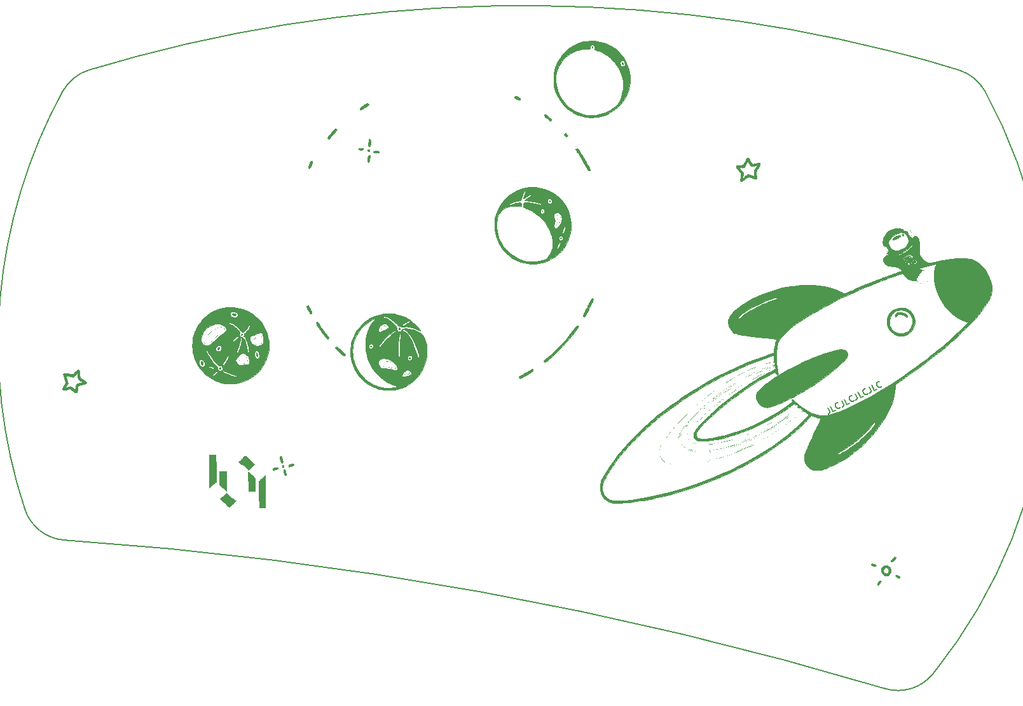
<source format=gto>
%TF.GenerationSoftware,KiCad,Pcbnew,6.0.4-6f826c9f35~116~ubuntu20.04.1*%
%TF.CreationDate,2022-05-03T13:38:24+02:00*%
%TF.ProjectId,Bottom_Plate,426f7474-6f6d-45f5-906c-6174652e6b69,v0.1*%
%TF.SameCoordinates,Original*%
%TF.FileFunction,Legend,Top*%
%TF.FilePolarity,Positive*%
%FSLAX46Y46*%
G04 Gerber Fmt 4.6, Leading zero omitted, Abs format (unit mm)*
G04 Created by KiCad (PCBNEW 6.0.4-6f826c9f35~116~ubuntu20.04.1) date 2022-05-03 13:38:24*
%MOMM*%
%LPD*%
G01*
G04 APERTURE LIST*
%TA.AperFunction,Profile*%
%ADD10C,0.150000*%
%TD*%
%ADD11C,0.150000*%
%ADD12C,0.010000*%
%ADD13C,0.350000*%
%ADD14C,0.800000*%
%ADD15C,4.500000*%
G04 APERTURE END LIST*
D10*
X262416859Y-203252464D02*
G75*
G03*
X153161630Y-183482473I-143107459J-479082636D01*
G01*
X272205916Y-120898534D02*
G75*
G03*
X271985972Y-120832154I-59168016J-195650166D01*
G01*
X271985971Y-120832156D02*
G75*
G03*
X263040530Y-118362828I-35767871J-112135844D01*
G01*
X147873349Y-179386338D02*
G75*
G03*
X153161630Y-183482474I5694551J1890138D01*
G01*
X275733963Y-123764126D02*
G75*
G03*
X272205916Y-120898534I-5264963J-2877474D01*
G01*
X156412826Y-120898532D02*
G75*
G03*
X152884756Y-123764114I1736874J-5743068D01*
G01*
X262416840Y-203252522D02*
G75*
G03*
X268805219Y-201269252I1717260J5749022D01*
G01*
X152884756Y-123764112D02*
G75*
G03*
X147873339Y-179386340I61424614J-33571068D01*
G01*
X268805218Y-201269250D02*
G75*
G03*
X275733987Y-123764114I-54495848J43934070D01*
G01*
X263040530Y-118362829D02*
G75*
G03*
X156412828Y-120898534I-48731160J-193972341D01*
G01*
D11*
X254798627Y-165822257D02*
X255058050Y-166331403D01*
X255075992Y-166450528D01*
X255042695Y-166553004D01*
X254958161Y-166638831D01*
X254890275Y-166673421D01*
X255840682Y-166189164D02*
X255501251Y-166362113D01*
X255138058Y-165649308D01*
X256451011Y-165792676D02*
X256434363Y-165843914D01*
X256349828Y-165929741D01*
X256281942Y-165964331D01*
X256162818Y-165982273D01*
X256060342Y-165948976D01*
X255991809Y-165898385D01*
X255888686Y-165779907D01*
X255836802Y-165678078D01*
X255801565Y-165525011D01*
X255800919Y-165439830D01*
X255834215Y-165337354D01*
X255918750Y-165251526D01*
X255986636Y-165216936D01*
X256105760Y-165198995D01*
X256156998Y-165215643D01*
X256631555Y-164888333D02*
X256890978Y-165397480D01*
X256908920Y-165516604D01*
X256875623Y-165619080D01*
X256791089Y-165704908D01*
X256723202Y-165739498D01*
X257673609Y-165255241D02*
X257334178Y-165428190D01*
X256970986Y-164715385D01*
X258283939Y-164858752D02*
X258267290Y-164909990D01*
X258182756Y-164995818D01*
X258114870Y-165030408D01*
X257995746Y-165048349D01*
X257893270Y-165015053D01*
X257824737Y-164964461D01*
X257721614Y-164845984D01*
X257669730Y-164744155D01*
X257634493Y-164591087D01*
X257633846Y-164505906D01*
X257667143Y-164403430D01*
X257751677Y-164317603D01*
X257819564Y-164283013D01*
X257938688Y-164265071D01*
X257989926Y-164281720D01*
X258464483Y-163954410D02*
X258723906Y-164463557D01*
X258741847Y-164582681D01*
X258708551Y-164685157D01*
X258624016Y-164770985D01*
X258556130Y-164805574D01*
X259506537Y-164321318D02*
X259167106Y-164494267D01*
X258803914Y-163781461D01*
X260116866Y-163924829D02*
X260100218Y-163976067D01*
X260015684Y-164061895D01*
X259947797Y-164096484D01*
X259828673Y-164114426D01*
X259726197Y-164081130D01*
X259657664Y-164030538D01*
X259554542Y-163912061D01*
X259502657Y-163810231D01*
X259467421Y-163657164D01*
X259466774Y-163571983D01*
X259500071Y-163469507D01*
X259584605Y-163383679D01*
X259652491Y-163349089D01*
X259771615Y-163331148D01*
X259822853Y-163347796D01*
X260297410Y-163020487D02*
X260556833Y-163529633D01*
X260574775Y-163648758D01*
X260541478Y-163751234D01*
X260456944Y-163837061D01*
X260389058Y-163871651D01*
X261339465Y-163387395D02*
X261000034Y-163560343D01*
X260636841Y-162847538D01*
X261949794Y-162990906D02*
X261933146Y-163042144D01*
X261848611Y-163127971D01*
X261780725Y-163162561D01*
X261661601Y-163180503D01*
X261559125Y-163147206D01*
X261490592Y-163096615D01*
X261387470Y-162978137D01*
X261335585Y-162876308D01*
X261300349Y-162723241D01*
X261299702Y-162638060D01*
X261332998Y-162535584D01*
X261417533Y-162449756D01*
X261485419Y-162415166D01*
X261604543Y-162397225D01*
X261655781Y-162413873D01*
%TO.C,*%
G36*
X179844531Y-174748324D02*
G01*
X179847006Y-174807833D01*
X179849337Y-174904575D01*
X179851502Y-175036000D01*
X179853482Y-175199558D01*
X179855254Y-175392699D01*
X179856797Y-175612872D01*
X179858090Y-175857529D01*
X179859112Y-176124117D01*
X179859842Y-176410089D01*
X179860259Y-176712893D01*
X179860353Y-176945807D01*
X179860353Y-179170071D01*
X178971353Y-179170071D01*
X178971353Y-175537932D01*
X179397434Y-175136793D01*
X179509443Y-175031699D01*
X179611760Y-174936384D01*
X179700248Y-174854646D01*
X179770771Y-174790283D01*
X179819192Y-174747095D01*
X179841375Y-174728879D01*
X179841934Y-174728598D01*
X179844531Y-174748324D01*
G37*
D12*
X179844531Y-174748324D02*
X179847006Y-174807833D01*
X179849337Y-174904575D01*
X179851502Y-175036000D01*
X179853482Y-175199558D01*
X179855254Y-175392699D01*
X179856797Y-175612872D01*
X179858090Y-175857529D01*
X179859112Y-176124117D01*
X179859842Y-176410089D01*
X179860259Y-176712893D01*
X179860353Y-176945807D01*
X179860353Y-179170071D01*
X178971353Y-179170071D01*
X178971353Y-175537932D01*
X179397434Y-175136793D01*
X179509443Y-175031699D01*
X179611760Y-174936384D01*
X179700248Y-174854646D01*
X179770771Y-174790283D01*
X179819192Y-174747095D01*
X179841375Y-174728879D01*
X179841934Y-174728598D01*
X179844531Y-174748324D01*
G36*
X173319310Y-173989529D02*
G01*
X173318766Y-175815154D01*
X172886696Y-176222612D01*
X172774350Y-176328175D01*
X172672039Y-176423574D01*
X172583782Y-176505121D01*
X172513598Y-176569128D01*
X172465504Y-176611906D01*
X172443520Y-176629768D01*
X172442740Y-176630071D01*
X172441124Y-176609364D01*
X172439573Y-176549082D01*
X172438101Y-176451986D01*
X172436723Y-176320833D01*
X172435454Y-176158382D01*
X172434309Y-175967393D01*
X172433302Y-175750625D01*
X172432448Y-175510836D01*
X172431761Y-175250785D01*
X172431257Y-174973231D01*
X172430949Y-174680934D01*
X172430853Y-174396987D01*
X172430853Y-172163904D01*
X173319853Y-172163904D01*
X173319310Y-173989529D01*
G37*
X173319310Y-173989529D02*
X173318766Y-175815154D01*
X172886696Y-176222612D01*
X172774350Y-176328175D01*
X172672039Y-176423574D01*
X172583782Y-176505121D01*
X172513598Y-176569128D01*
X172465504Y-176611906D01*
X172443520Y-176629768D01*
X172442740Y-176630071D01*
X172441124Y-176609364D01*
X172439573Y-176549082D01*
X172438101Y-176451986D01*
X172436723Y-176320833D01*
X172435454Y-176158382D01*
X172434309Y-175967393D01*
X172433302Y-175750625D01*
X172432448Y-175510836D01*
X172431761Y-175250785D01*
X172431257Y-174973231D01*
X172430949Y-174680934D01*
X172430853Y-174396987D01*
X172430853Y-172163904D01*
X173319853Y-172163904D01*
X173319310Y-173989529D01*
G36*
X177161634Y-172209753D02*
G01*
X177210464Y-172249963D01*
X177282938Y-172313152D01*
X177375575Y-172396191D01*
X177484889Y-172495947D01*
X177607399Y-172609291D01*
X177739620Y-172733091D01*
X177775739Y-172767154D01*
X177912026Y-172895843D01*
X178040959Y-173017531D01*
X178158761Y-173128656D01*
X178261654Y-173225656D01*
X178345860Y-173304970D01*
X178407602Y-173363037D01*
X178443101Y-173396296D01*
X178446690Y-173399630D01*
X178512550Y-173460607D01*
X178345077Y-173622534D01*
X178268836Y-173695799D01*
X178172105Y-173788086D01*
X178065302Y-173889491D01*
X177958844Y-173990108D01*
X177916771Y-174029723D01*
X177655939Y-174274984D01*
X178079646Y-174674652D01*
X178503353Y-175074321D01*
X178505687Y-177074571D01*
X177616687Y-177074571D01*
X177613319Y-174269987D01*
X177139317Y-173825487D01*
X177009002Y-173703306D01*
X176877730Y-173580271D01*
X176751718Y-173462205D01*
X176637181Y-173354930D01*
X176540333Y-173264267D01*
X176467391Y-173196039D01*
X176460464Y-173189566D01*
X176255612Y-172998144D01*
X176682413Y-172596899D01*
X176795068Y-172491997D01*
X176898788Y-172397331D01*
X176989311Y-172316638D01*
X177062378Y-172253654D01*
X177113727Y-172212117D01*
X177139097Y-172195763D01*
X177139931Y-172195654D01*
X177161634Y-172209753D01*
G37*
X177161634Y-172209753D02*
X177210464Y-172249963D01*
X177282938Y-172313152D01*
X177375575Y-172396191D01*
X177484889Y-172495947D01*
X177607399Y-172609291D01*
X177739620Y-172733091D01*
X177775739Y-172767154D01*
X177912026Y-172895843D01*
X178040959Y-173017531D01*
X178158761Y-173128656D01*
X178261654Y-173225656D01*
X178345860Y-173304970D01*
X178407602Y-173363037D01*
X178443101Y-173396296D01*
X178446690Y-173399630D01*
X178512550Y-173460607D01*
X178345077Y-173622534D01*
X178268836Y-173695799D01*
X178172105Y-173788086D01*
X178065302Y-173889491D01*
X177958844Y-173990108D01*
X177916771Y-174029723D01*
X177655939Y-174274984D01*
X178079646Y-174674652D01*
X178503353Y-175074321D01*
X178505687Y-177074571D01*
X177616687Y-177074571D01*
X177613319Y-174269987D01*
X177139317Y-173825487D01*
X177009002Y-173703306D01*
X176877730Y-173580271D01*
X176751718Y-173462205D01*
X176637181Y-173354930D01*
X176540333Y-173264267D01*
X176467391Y-173196039D01*
X176460464Y-173189566D01*
X176255612Y-172998144D01*
X176682413Y-172596899D01*
X176795068Y-172491997D01*
X176898788Y-172397331D01*
X176989311Y-172316638D01*
X177062378Y-172253654D01*
X177113727Y-172212117D01*
X177139097Y-172195763D01*
X177139931Y-172195654D01*
X177161634Y-172209753D01*
G36*
X174674520Y-177071774D02*
G01*
X175351853Y-177710887D01*
X175492989Y-177844178D01*
X175624165Y-177968292D01*
X175742269Y-178080269D01*
X175844191Y-178177148D01*
X175926818Y-178255968D01*
X175987039Y-178313769D01*
X176021743Y-178347589D01*
X176029187Y-178355413D01*
X176014312Y-178372452D01*
X175972918Y-178413441D01*
X175909854Y-178473901D01*
X175829966Y-178549351D01*
X175738101Y-178635312D01*
X175639107Y-178727304D01*
X175537832Y-178820846D01*
X175439121Y-178911458D01*
X175347824Y-178994661D01*
X175268786Y-179065974D01*
X175206856Y-179120918D01*
X175166880Y-179155011D01*
X175154041Y-179164252D01*
X175133572Y-179151291D01*
X175086075Y-179112302D01*
X175015135Y-179050500D01*
X174924336Y-178969097D01*
X174817263Y-178871308D01*
X174697500Y-178760346D01*
X174568687Y-178639475D01*
X174434675Y-178512804D01*
X174305738Y-178390635D01*
X174186275Y-178277159D01*
X174080685Y-178176566D01*
X173993369Y-178093048D01*
X173928725Y-178030793D01*
X173894850Y-177997685D01*
X173781930Y-177885437D01*
X174201767Y-177487078D01*
X174312080Y-177382099D01*
X174411827Y-177286587D01*
X174497013Y-177204412D01*
X174563646Y-177139445D01*
X174607734Y-177095557D01*
X174625282Y-177076619D01*
X174625407Y-177076353D01*
X174611559Y-177059252D01*
X174570577Y-177017260D01*
X174506417Y-176954217D01*
X174423035Y-176873965D01*
X174324388Y-176780343D01*
X174214430Y-176677192D01*
X174209297Y-176672404D01*
X173789383Y-176280821D01*
X173787451Y-175270112D01*
X173785520Y-174259404D01*
X174674520Y-174259404D01*
X174674520Y-177071774D01*
G37*
X174674520Y-177071774D02*
X175351853Y-177710887D01*
X175492989Y-177844178D01*
X175624165Y-177968292D01*
X175742269Y-178080269D01*
X175844191Y-178177148D01*
X175926818Y-178255968D01*
X175987039Y-178313769D01*
X176021743Y-178347589D01*
X176029187Y-178355413D01*
X176014312Y-178372452D01*
X175972918Y-178413441D01*
X175909854Y-178473901D01*
X175829966Y-178549351D01*
X175738101Y-178635312D01*
X175639107Y-178727304D01*
X175537832Y-178820846D01*
X175439121Y-178911458D01*
X175347824Y-178994661D01*
X175268786Y-179065974D01*
X175206856Y-179120918D01*
X175166880Y-179155011D01*
X175154041Y-179164252D01*
X175133572Y-179151291D01*
X175086075Y-179112302D01*
X175015135Y-179050500D01*
X174924336Y-178969097D01*
X174817263Y-178871308D01*
X174697500Y-178760346D01*
X174568687Y-178639475D01*
X174434675Y-178512804D01*
X174305738Y-178390635D01*
X174186275Y-178277159D01*
X174080685Y-178176566D01*
X173993369Y-178093048D01*
X173928725Y-178030793D01*
X173894850Y-177997685D01*
X173781930Y-177885437D01*
X174201767Y-177487078D01*
X174312080Y-177382099D01*
X174411827Y-177286587D01*
X174497013Y-177204412D01*
X174563646Y-177139445D01*
X174607734Y-177095557D01*
X174625282Y-177076619D01*
X174625407Y-177076353D01*
X174611559Y-177059252D01*
X174570577Y-177017260D01*
X174506417Y-176954217D01*
X174423035Y-176873965D01*
X174324388Y-176780343D01*
X174214430Y-176677192D01*
X174209297Y-176672404D01*
X173789383Y-176280821D01*
X173787451Y-175270112D01*
X173785520Y-174259404D01*
X174674520Y-174259404D01*
X174674520Y-177071774D01*
%TO.C,Ref\u002A\u002A*%
G36*
X256681869Y-158089613D02*
G01*
X256878178Y-158125190D01*
X257046765Y-158189010D01*
X257185733Y-158278334D01*
X257293183Y-158390424D01*
X257367218Y-158522541D01*
X257405939Y-158671946D01*
X257407449Y-158835900D01*
X257369849Y-159011664D01*
X257353497Y-159058788D01*
X257303120Y-159158293D01*
X257219484Y-159279132D01*
X257104785Y-159419505D01*
X256961220Y-159577616D01*
X256790985Y-159751668D01*
X256596278Y-159939864D01*
X256379295Y-160140405D01*
X256142232Y-160351496D01*
X255887286Y-160571338D01*
X255616654Y-160798134D01*
X255332533Y-161030087D01*
X255037118Y-161265400D01*
X254732608Y-161502275D01*
X254421197Y-161738916D01*
X254105084Y-161973525D01*
X253786464Y-162204304D01*
X253467535Y-162429457D01*
X253150492Y-162647185D01*
X252837533Y-162855693D01*
X252530854Y-163053182D01*
X252283917Y-163206671D01*
X251860275Y-163462947D01*
X251463803Y-163697527D01*
X251087820Y-163914139D01*
X250725646Y-164116509D01*
X250370598Y-164308365D01*
X250015998Y-164493432D01*
X249655164Y-164675437D01*
X249616917Y-164694386D01*
X249176282Y-164909170D01*
X248770086Y-165100528D01*
X248397668Y-165268698D01*
X248058367Y-165413920D01*
X247751520Y-165536431D01*
X247476467Y-165636471D01*
X247232545Y-165714278D01*
X247019093Y-165770090D01*
X246835449Y-165804147D01*
X246680953Y-165816687D01*
X246554942Y-165807949D01*
X246538758Y-165804880D01*
X246344838Y-165751536D01*
X246151767Y-165674523D01*
X245974078Y-165580393D01*
X245848268Y-165493625D01*
X245662505Y-165326216D01*
X245508155Y-165144829D01*
X245386487Y-164953186D01*
X245298772Y-164755012D01*
X245246280Y-164554029D01*
X245230280Y-164353960D01*
X245252043Y-164158529D01*
X245312837Y-163971459D01*
X245322182Y-163951086D01*
X245418535Y-163781967D01*
X245552891Y-163599771D01*
X245723386Y-163405661D01*
X245928154Y-163200798D01*
X246165332Y-162986344D01*
X246433055Y-162763460D01*
X246729458Y-162533308D01*
X247052677Y-162297049D01*
X247400848Y-162055846D01*
X247772105Y-161810858D01*
X248164585Y-161563249D01*
X248576422Y-161314178D01*
X249005753Y-161064809D01*
X249450713Y-160816303D01*
X249909438Y-160569820D01*
X250380062Y-160326523D01*
X250860722Y-160087573D01*
X251349552Y-159854132D01*
X251844690Y-159627360D01*
X252344268Y-159408421D01*
X252846425Y-159198475D01*
X253141167Y-159080080D01*
X253484483Y-158947404D01*
X253827338Y-158820887D01*
X254166576Y-158701413D01*
X254499040Y-158589863D01*
X254821573Y-158487122D01*
X255131019Y-158394072D01*
X255424221Y-158311596D01*
X255698022Y-158240577D01*
X255949267Y-158181899D01*
X256174797Y-158136444D01*
X256371456Y-158105095D01*
X256536089Y-158088736D01*
X256665537Y-158088249D01*
X256681869Y-158089613D01*
G37*
X256681869Y-158089613D02*
X256878178Y-158125190D01*
X257046765Y-158189010D01*
X257185733Y-158278334D01*
X257293183Y-158390424D01*
X257367218Y-158522541D01*
X257405939Y-158671946D01*
X257407449Y-158835900D01*
X257369849Y-159011664D01*
X257353497Y-159058788D01*
X257303120Y-159158293D01*
X257219484Y-159279132D01*
X257104785Y-159419505D01*
X256961220Y-159577616D01*
X256790985Y-159751668D01*
X256596278Y-159939864D01*
X256379295Y-160140405D01*
X256142232Y-160351496D01*
X255887286Y-160571338D01*
X255616654Y-160798134D01*
X255332533Y-161030087D01*
X255037118Y-161265400D01*
X254732608Y-161502275D01*
X254421197Y-161738916D01*
X254105084Y-161973525D01*
X253786464Y-162204304D01*
X253467535Y-162429457D01*
X253150492Y-162647185D01*
X252837533Y-162855693D01*
X252530854Y-163053182D01*
X252283917Y-163206671D01*
X251860275Y-163462947D01*
X251463803Y-163697527D01*
X251087820Y-163914139D01*
X250725646Y-164116509D01*
X250370598Y-164308365D01*
X250015998Y-164493432D01*
X249655164Y-164675437D01*
X249616917Y-164694386D01*
X249176282Y-164909170D01*
X248770086Y-165100528D01*
X248397668Y-165268698D01*
X248058367Y-165413920D01*
X247751520Y-165536431D01*
X247476467Y-165636471D01*
X247232545Y-165714278D01*
X247019093Y-165770090D01*
X246835449Y-165804147D01*
X246680953Y-165816687D01*
X246554942Y-165807949D01*
X246538758Y-165804880D01*
X246344838Y-165751536D01*
X246151767Y-165674523D01*
X245974078Y-165580393D01*
X245848268Y-165493625D01*
X245662505Y-165326216D01*
X245508155Y-165144829D01*
X245386487Y-164953186D01*
X245298772Y-164755012D01*
X245246280Y-164554029D01*
X245230280Y-164353960D01*
X245252043Y-164158529D01*
X245312837Y-163971459D01*
X245322182Y-163951086D01*
X245418535Y-163781967D01*
X245552891Y-163599771D01*
X245723386Y-163405661D01*
X245928154Y-163200798D01*
X246165332Y-162986344D01*
X246433055Y-162763460D01*
X246729458Y-162533308D01*
X247052677Y-162297049D01*
X247400848Y-162055846D01*
X247772105Y-161810858D01*
X248164585Y-161563249D01*
X248576422Y-161314178D01*
X249005753Y-161064809D01*
X249450713Y-160816303D01*
X249909438Y-160569820D01*
X250380062Y-160326523D01*
X250860722Y-160087573D01*
X251349552Y-159854132D01*
X251844690Y-159627360D01*
X252344268Y-159408421D01*
X252846425Y-159198475D01*
X253141167Y-159080080D01*
X253484483Y-158947404D01*
X253827338Y-158820887D01*
X254166576Y-158701413D01*
X254499040Y-158589863D01*
X254821573Y-158487122D01*
X255131019Y-158394072D01*
X255424221Y-158311596D01*
X255698022Y-158240577D01*
X255949267Y-158181899D01*
X256174797Y-158136444D01*
X256371456Y-158105095D01*
X256536089Y-158088736D01*
X256665537Y-158088249D01*
X256681869Y-158089613D01*
G36*
X186761414Y-154464682D02*
G01*
X186793992Y-154471088D01*
X186826948Y-154487181D01*
X186863727Y-154516872D01*
X186907778Y-154564069D01*
X186962548Y-154632683D01*
X187031485Y-154726622D01*
X187118037Y-154849796D01*
X187179237Y-154938458D01*
X187333291Y-155159250D01*
X187499645Y-155391822D01*
X187669653Y-155624354D01*
X187834672Y-155845026D01*
X187986058Y-156042021D01*
X187990167Y-156047273D01*
X188096642Y-156184024D01*
X188179158Y-156291936D01*
X188240471Y-156375007D01*
X188283339Y-156437238D01*
X188310517Y-156482628D01*
X188324763Y-156515176D01*
X188328834Y-156538606D01*
X188313635Y-156580502D01*
X188276461Y-156630695D01*
X188229941Y-156675640D01*
X188186705Y-156701793D01*
X188174608Y-156704000D01*
X188145257Y-156689405D01*
X188098808Y-156651328D01*
X188050555Y-156603458D01*
X187996550Y-156541876D01*
X187921903Y-156451632D01*
X187830906Y-156338277D01*
X187727850Y-156207361D01*
X187617027Y-156064433D01*
X187502728Y-155915045D01*
X187389245Y-155764745D01*
X187280870Y-155619084D01*
X187181894Y-155483613D01*
X187145714Y-155433264D01*
X187026203Y-155262714D01*
X186916954Y-155100356D01*
X186820839Y-154950841D01*
X186740732Y-154818820D01*
X186679506Y-154708944D01*
X186640034Y-154625865D01*
X186630303Y-154599009D01*
X186616755Y-154544816D01*
X186621422Y-154513570D01*
X186646793Y-154488916D01*
X186647077Y-154488708D01*
X186696564Y-154469414D01*
X186759165Y-154464506D01*
X186761414Y-154464682D01*
G37*
X186761414Y-154464682D02*
X186793992Y-154471088D01*
X186826948Y-154487181D01*
X186863727Y-154516872D01*
X186907778Y-154564069D01*
X186962548Y-154632683D01*
X187031485Y-154726622D01*
X187118037Y-154849796D01*
X187179237Y-154938458D01*
X187333291Y-155159250D01*
X187499645Y-155391822D01*
X187669653Y-155624354D01*
X187834672Y-155845026D01*
X187986058Y-156042021D01*
X187990167Y-156047273D01*
X188096642Y-156184024D01*
X188179158Y-156291936D01*
X188240471Y-156375007D01*
X188283339Y-156437238D01*
X188310517Y-156482628D01*
X188324763Y-156515176D01*
X188328834Y-156538606D01*
X188313635Y-156580502D01*
X188276461Y-156630695D01*
X188229941Y-156675640D01*
X188186705Y-156701793D01*
X188174608Y-156704000D01*
X188145257Y-156689405D01*
X188098808Y-156651328D01*
X188050555Y-156603458D01*
X187996550Y-156541876D01*
X187921903Y-156451632D01*
X187830906Y-156338277D01*
X187727850Y-156207361D01*
X187617027Y-156064433D01*
X187502728Y-155915045D01*
X187389245Y-155764745D01*
X187280870Y-155619084D01*
X187181894Y-155483613D01*
X187145714Y-155433264D01*
X187026203Y-155262714D01*
X186916954Y-155100356D01*
X186820839Y-154950841D01*
X186740732Y-154818820D01*
X186679506Y-154708944D01*
X186640034Y-154625865D01*
X186630303Y-154599009D01*
X186616755Y-154544816D01*
X186621422Y-154513570D01*
X186646793Y-154488916D01*
X186647077Y-154488708D01*
X186696564Y-154469414D01*
X186759165Y-154464506D01*
X186761414Y-154464682D01*
G36*
X242571334Y-133809793D02*
G01*
X242564424Y-133766956D01*
X242575097Y-133720812D01*
X242582645Y-133700217D01*
X242602999Y-133655495D01*
X242629292Y-133622230D01*
X242667607Y-133598747D01*
X242724031Y-133583371D01*
X242804649Y-133574429D01*
X242915547Y-133570244D01*
X243058918Y-133569145D01*
X243171763Y-133569426D01*
X243263413Y-133568107D01*
X243338196Y-133561608D01*
X243400442Y-133546347D01*
X243454477Y-133518740D01*
X243504633Y-133475207D01*
X243555236Y-133412165D01*
X243610617Y-133326033D01*
X243675104Y-133213228D01*
X243753026Y-133070170D01*
X243826698Y-132933833D01*
X243900292Y-132802286D01*
X243960670Y-132705219D01*
X244011474Y-132638282D01*
X244056346Y-132597125D01*
X244098931Y-132577396D01*
X244127994Y-132574000D01*
X244162214Y-132580130D01*
X244196810Y-132601424D01*
X244235077Y-132642231D01*
X244280309Y-132706903D01*
X244335798Y-132799790D01*
X244404838Y-132925243D01*
X244431084Y-132974393D01*
X244486731Y-133074702D01*
X244543481Y-133169427D01*
X244594563Y-133247691D01*
X244632167Y-133297446D01*
X244679580Y-133344381D01*
X244729301Y-133375351D01*
X244788383Y-133390883D01*
X244863879Y-133391504D01*
X244962843Y-133377740D01*
X245092329Y-133350117D01*
X245150750Y-133336158D01*
X245267413Y-133310026D01*
X245383064Y-133288040D01*
X245484529Y-133272472D01*
X245558636Y-133265595D01*
X245560071Y-133265553D01*
X245636147Y-133265393D01*
X245683279Y-133272496D01*
X245714698Y-133290516D01*
X245736642Y-133314289D01*
X245764060Y-133374299D01*
X245764185Y-133454673D01*
X245736360Y-133557229D01*
X245679928Y-133683783D01*
X245594233Y-133836153D01*
X245487608Y-134002750D01*
X245403521Y-134130838D01*
X245341373Y-134233136D01*
X245297922Y-134317882D01*
X245269927Y-134393317D01*
X245254148Y-134467680D01*
X245247343Y-134549213D01*
X245246181Y-134616583D01*
X245249345Y-134721374D01*
X245258045Y-134848482D01*
X245270776Y-134978480D01*
X245279822Y-135050500D01*
X245294882Y-135170762D01*
X245301345Y-135256867D01*
X245299476Y-135316052D01*
X245290955Y-135352125D01*
X245267117Y-135388607D01*
X245227677Y-135408767D01*
X245168625Y-135412092D01*
X245085948Y-135398067D01*
X244975637Y-135366177D01*
X244833681Y-135315908D01*
X244745735Y-135282221D01*
X244611930Y-135231171D01*
X244509065Y-135195049D01*
X244429377Y-135171632D01*
X244365100Y-135158700D01*
X244308472Y-135154030D01*
X244297240Y-135153892D01*
X244196488Y-135161058D01*
X244098048Y-135184912D01*
X243996562Y-135228429D01*
X243886673Y-135294581D01*
X243763024Y-135386340D01*
X243620256Y-135506679D01*
X243552667Y-135567035D01*
X243449222Y-135656575D01*
X243368228Y-135715865D01*
X243304575Y-135746787D01*
X243253154Y-135751226D01*
X243208856Y-135731064D01*
X243180239Y-135704312D01*
X243161948Y-135678615D01*
X243150407Y-135644430D01*
X243144378Y-135592713D01*
X243142626Y-135514423D01*
X243143351Y-135434437D01*
X243148381Y-135316898D01*
X243158942Y-135192458D01*
X243173156Y-135081133D01*
X243180389Y-135039916D01*
X243203818Y-134902425D01*
X243212254Y-134796284D01*
X243205736Y-134713268D01*
X243184304Y-134645154D01*
X243182316Y-134640879D01*
X243158888Y-134603505D01*
X243113092Y-134540327D01*
X243049908Y-134457857D01*
X242974318Y-134362603D01*
X242896434Y-134267263D01*
X242812406Y-134163850D01*
X242735041Y-134064962D01*
X242669671Y-133977697D01*
X242621627Y-133909156D01*
X242607397Y-133885567D01*
X243002999Y-133885567D01*
X243023586Y-133942095D01*
X243064891Y-134016024D01*
X243122400Y-134100996D01*
X243191597Y-134190652D01*
X243267967Y-134278633D01*
X243346995Y-134358582D01*
X243399706Y-134404916D01*
X243463184Y-134460930D01*
X243513229Y-134512696D01*
X243540543Y-134550432D01*
X243542343Y-134555030D01*
X243542851Y-134590600D01*
X243535433Y-134659066D01*
X243521297Y-134751986D01*
X243501651Y-134860920D01*
X243490622Y-134916396D01*
X243462642Y-135055098D01*
X243443196Y-135157499D01*
X243431606Y-135228618D01*
X243427193Y-135273473D01*
X243429277Y-135297080D01*
X243437179Y-135304460D01*
X243438100Y-135304500D01*
X243457832Y-135291865D01*
X243504872Y-135256814D01*
X243573674Y-135203627D01*
X243658691Y-135136583D01*
X243739725Y-135071766D01*
X243839388Y-134992883D01*
X243932858Y-134921325D01*
X244013077Y-134862313D01*
X244072988Y-134821069D01*
X244100407Y-134804909D01*
X244144340Y-134788156D01*
X244191109Y-134781362D01*
X244246772Y-134785955D01*
X244317388Y-134803361D01*
X244409018Y-134835009D01*
X244527721Y-134882325D01*
X244651690Y-134934753D01*
X244759632Y-134980430D01*
X244853300Y-135018840D01*
X244926131Y-135047391D01*
X244971565Y-135063492D01*
X244983677Y-135065878D01*
X244985108Y-135042810D01*
X244982591Y-134987020D01*
X244976664Y-134907883D01*
X244971187Y-134847845D01*
X244961727Y-134731699D01*
X244954447Y-134606659D01*
X244950549Y-134494671D01*
X244950213Y-134465091D01*
X244949667Y-134292432D01*
X245150750Y-133993263D01*
X245217350Y-133891826D01*
X245274633Y-133800091D01*
X245318644Y-133724758D01*
X245345429Y-133672526D01*
X245351834Y-133652630D01*
X245345291Y-133629730D01*
X245322278Y-133616280D01*
X245277716Y-133612299D01*
X245206524Y-133617801D01*
X245103625Y-133632804D01*
X244983123Y-133653821D01*
X244834180Y-133678907D01*
X244718921Y-133691271D01*
X244629926Y-133688325D01*
X244559775Y-133667480D01*
X244501049Y-133626146D01*
X244446328Y-133561735D01*
X244388192Y-133471659D01*
X244369188Y-133439603D01*
X244289571Y-133304755D01*
X244228399Y-133203334D01*
X244183418Y-133131837D01*
X244152376Y-133086762D01*
X244133022Y-133064604D01*
X244125650Y-133060833D01*
X244098763Y-133074720D01*
X244061392Y-133117931D01*
X244012019Y-133192790D01*
X243949126Y-133301623D01*
X243871197Y-133446753D01*
X243861252Y-133465779D01*
X243803331Y-133574340D01*
X243748137Y-133673238D01*
X243700200Y-133754687D01*
X243664047Y-133810901D01*
X243649680Y-133829514D01*
X243600449Y-133869073D01*
X243537169Y-133892198D01*
X243452889Y-133899692D01*
X243340656Y-133892355D01*
X243233296Y-133877497D01*
X243142745Y-133864156D01*
X243068900Y-133855165D01*
X243020960Y-133851530D01*
X243007646Y-133852798D01*
X243002999Y-133885567D01*
X242607397Y-133885567D01*
X242597596Y-133869320D01*
X242571334Y-133809793D01*
G37*
X242571334Y-133809793D02*
X242564424Y-133766956D01*
X242575097Y-133720812D01*
X242582645Y-133700217D01*
X242602999Y-133655495D01*
X242629292Y-133622230D01*
X242667607Y-133598747D01*
X242724031Y-133583371D01*
X242804649Y-133574429D01*
X242915547Y-133570244D01*
X243058918Y-133569145D01*
X243171763Y-133569426D01*
X243263413Y-133568107D01*
X243338196Y-133561608D01*
X243400442Y-133546347D01*
X243454477Y-133518740D01*
X243504633Y-133475207D01*
X243555236Y-133412165D01*
X243610617Y-133326033D01*
X243675104Y-133213228D01*
X243753026Y-133070170D01*
X243826698Y-132933833D01*
X243900292Y-132802286D01*
X243960670Y-132705219D01*
X244011474Y-132638282D01*
X244056346Y-132597125D01*
X244098931Y-132577396D01*
X244127994Y-132574000D01*
X244162214Y-132580130D01*
X244196810Y-132601424D01*
X244235077Y-132642231D01*
X244280309Y-132706903D01*
X244335798Y-132799790D01*
X244404838Y-132925243D01*
X244431084Y-132974393D01*
X244486731Y-133074702D01*
X244543481Y-133169427D01*
X244594563Y-133247691D01*
X244632167Y-133297446D01*
X244679580Y-133344381D01*
X244729301Y-133375351D01*
X244788383Y-133390883D01*
X244863879Y-133391504D01*
X244962843Y-133377740D01*
X245092329Y-133350117D01*
X245150750Y-133336158D01*
X245267413Y-133310026D01*
X245383064Y-133288040D01*
X245484529Y-133272472D01*
X245558636Y-133265595D01*
X245560071Y-133265553D01*
X245636147Y-133265393D01*
X245683279Y-133272496D01*
X245714698Y-133290516D01*
X245736642Y-133314289D01*
X245764060Y-133374299D01*
X245764185Y-133454673D01*
X245736360Y-133557229D01*
X245679928Y-133683783D01*
X245594233Y-133836153D01*
X245487608Y-134002750D01*
X245403521Y-134130838D01*
X245341373Y-134233136D01*
X245297922Y-134317882D01*
X245269927Y-134393317D01*
X245254148Y-134467680D01*
X245247343Y-134549213D01*
X245246181Y-134616583D01*
X245249345Y-134721374D01*
X245258045Y-134848482D01*
X245270776Y-134978480D01*
X245279822Y-135050500D01*
X245294882Y-135170762D01*
X245301345Y-135256867D01*
X245299476Y-135316052D01*
X245290955Y-135352125D01*
X245267117Y-135388607D01*
X245227677Y-135408767D01*
X245168625Y-135412092D01*
X245085948Y-135398067D01*
X244975637Y-135366177D01*
X244833681Y-135315908D01*
X244745735Y-135282221D01*
X244611930Y-135231171D01*
X244509065Y-135195049D01*
X244429377Y-135171632D01*
X244365100Y-135158700D01*
X244308472Y-135154030D01*
X244297240Y-135153892D01*
X244196488Y-135161058D01*
X244098048Y-135184912D01*
X243996562Y-135228429D01*
X243886673Y-135294581D01*
X243763024Y-135386340D01*
X243620256Y-135506679D01*
X243552667Y-135567035D01*
X243449222Y-135656575D01*
X243368228Y-135715865D01*
X243304575Y-135746787D01*
X243253154Y-135751226D01*
X243208856Y-135731064D01*
X243180239Y-135704312D01*
X243161948Y-135678615D01*
X243150407Y-135644430D01*
X243144378Y-135592713D01*
X243142626Y-135514423D01*
X243143351Y-135434437D01*
X243148381Y-135316898D01*
X243158942Y-135192458D01*
X243173156Y-135081133D01*
X243180389Y-135039916D01*
X243203818Y-134902425D01*
X243212254Y-134796284D01*
X243205736Y-134713268D01*
X243184304Y-134645154D01*
X243182316Y-134640879D01*
X243158888Y-134603505D01*
X243113092Y-134540327D01*
X243049908Y-134457857D01*
X242974318Y-134362603D01*
X242896434Y-134267263D01*
X242812406Y-134163850D01*
X242735041Y-134064962D01*
X242669671Y-133977697D01*
X242621627Y-133909156D01*
X242607397Y-133885567D01*
X243002999Y-133885567D01*
X243023586Y-133942095D01*
X243064891Y-134016024D01*
X243122400Y-134100996D01*
X243191597Y-134190652D01*
X243267967Y-134278633D01*
X243346995Y-134358582D01*
X243399706Y-134404916D01*
X243463184Y-134460930D01*
X243513229Y-134512696D01*
X243540543Y-134550432D01*
X243542343Y-134555030D01*
X243542851Y-134590600D01*
X243535433Y-134659066D01*
X243521297Y-134751986D01*
X243501651Y-134860920D01*
X243490622Y-134916396D01*
X243462642Y-135055098D01*
X243443196Y-135157499D01*
X243431606Y-135228618D01*
X243427193Y-135273473D01*
X243429277Y-135297080D01*
X243437179Y-135304460D01*
X243438100Y-135304500D01*
X243457832Y-135291865D01*
X243504872Y-135256814D01*
X243573674Y-135203627D01*
X243658691Y-135136583D01*
X243739725Y-135071766D01*
X243839388Y-134992883D01*
X243932858Y-134921325D01*
X244013077Y-134862313D01*
X244072988Y-134821069D01*
X244100407Y-134804909D01*
X244144340Y-134788156D01*
X244191109Y-134781362D01*
X244246772Y-134785955D01*
X244317388Y-134803361D01*
X244409018Y-134835009D01*
X244527721Y-134882325D01*
X244651690Y-134934753D01*
X244759632Y-134980430D01*
X244853300Y-135018840D01*
X244926131Y-135047391D01*
X244971565Y-135063492D01*
X244983677Y-135065878D01*
X244985108Y-135042810D01*
X244982591Y-134987020D01*
X244976664Y-134907883D01*
X244971187Y-134847845D01*
X244961727Y-134731699D01*
X244954447Y-134606659D01*
X244950549Y-134494671D01*
X244950213Y-134465091D01*
X244949667Y-134292432D01*
X245150750Y-133993263D01*
X245217350Y-133891826D01*
X245274633Y-133800091D01*
X245318644Y-133724758D01*
X245345429Y-133672526D01*
X245351834Y-133652630D01*
X245345291Y-133629730D01*
X245322278Y-133616280D01*
X245277716Y-133612299D01*
X245206524Y-133617801D01*
X245103625Y-133632804D01*
X244983123Y-133653821D01*
X244834180Y-133678907D01*
X244718921Y-133691271D01*
X244629926Y-133688325D01*
X244559775Y-133667480D01*
X244501049Y-133626146D01*
X244446328Y-133561735D01*
X244388192Y-133471659D01*
X244369188Y-133439603D01*
X244289571Y-133304755D01*
X244228399Y-133203334D01*
X244183418Y-133131837D01*
X244152376Y-133086762D01*
X244133022Y-133064604D01*
X244125650Y-133060833D01*
X244098763Y-133074720D01*
X244061392Y-133117931D01*
X244012019Y-133192790D01*
X243949126Y-133301623D01*
X243871197Y-133446753D01*
X243861252Y-133465779D01*
X243803331Y-133574340D01*
X243748137Y-133673238D01*
X243700200Y-133754687D01*
X243664047Y-133810901D01*
X243649680Y-133829514D01*
X243600449Y-133869073D01*
X243537169Y-133892198D01*
X243452889Y-133899692D01*
X243340656Y-133892355D01*
X243233296Y-133877497D01*
X243142745Y-133864156D01*
X243068900Y-133855165D01*
X243020960Y-133851530D01*
X243007646Y-133852798D01*
X243002999Y-133885567D01*
X242607397Y-133885567D01*
X242597596Y-133869320D01*
X242571334Y-133809793D01*
G36*
X173773357Y-157818945D02*
G01*
X173802308Y-157853267D01*
X173804944Y-157864884D01*
X173800528Y-157941819D01*
X173769986Y-158010917D01*
X173721001Y-158067084D01*
X173661253Y-158105225D01*
X173598424Y-158120247D01*
X173540195Y-158107054D01*
X173498777Y-158067937D01*
X173476754Y-158027349D01*
X173476623Y-157992222D01*
X173496360Y-157944264D01*
X173537562Y-157887797D01*
X173595411Y-157844575D01*
X173660359Y-157817055D01*
X173722857Y-157807693D01*
X173773357Y-157818945D01*
G37*
X173773357Y-157818945D02*
X173802308Y-157853267D01*
X173804944Y-157864884D01*
X173800528Y-157941819D01*
X173769986Y-158010917D01*
X173721001Y-158067084D01*
X173661253Y-158105225D01*
X173598424Y-158120247D01*
X173540195Y-158107054D01*
X173498777Y-158067937D01*
X173476754Y-158027349D01*
X173476623Y-157992222D01*
X173496360Y-157944264D01*
X173537562Y-157887797D01*
X173595411Y-157844575D01*
X173660359Y-157817055D01*
X173722857Y-157807693D01*
X173773357Y-157818945D01*
G36*
X198872282Y-161075693D02*
G01*
X198917808Y-161099383D01*
X198971020Y-161139395D01*
X199020062Y-161185073D01*
X199053080Y-161225759D01*
X199060334Y-161244741D01*
X199050060Y-161262144D01*
X199016556Y-161281978D01*
X198955794Y-161305717D01*
X198863748Y-161334833D01*
X198736390Y-161370799D01*
X198658167Y-161391822D01*
X198557921Y-161418269D01*
X198491587Y-161434677D01*
X198452161Y-161441888D01*
X198432644Y-161440742D01*
X198426033Y-161432081D01*
X198425334Y-161419785D01*
X198440380Y-161391818D01*
X198480143Y-161344796D01*
X198536561Y-161286452D01*
X198601569Y-161224517D01*
X198667103Y-161166725D01*
X198725102Y-161120806D01*
X198761605Y-161097321D01*
X198820663Y-161076559D01*
X198870273Y-161075110D01*
X198872282Y-161075693D01*
G37*
X198872282Y-161075693D02*
X198917808Y-161099383D01*
X198971020Y-161139395D01*
X199020062Y-161185073D01*
X199053080Y-161225759D01*
X199060334Y-161244741D01*
X199050060Y-161262144D01*
X199016556Y-161281978D01*
X198955794Y-161305717D01*
X198863748Y-161334833D01*
X198736390Y-161370799D01*
X198658167Y-161391822D01*
X198557921Y-161418269D01*
X198491587Y-161434677D01*
X198452161Y-161441888D01*
X198432644Y-161440742D01*
X198426033Y-161432081D01*
X198425334Y-161419785D01*
X198440380Y-161391818D01*
X198480143Y-161344796D01*
X198536561Y-161286452D01*
X198601569Y-161224517D01*
X198667103Y-161166725D01*
X198725102Y-161120806D01*
X198761605Y-161097321D01*
X198820663Y-161076559D01*
X198870273Y-161075110D01*
X198872282Y-161075693D01*
G36*
X197700492Y-155210292D02*
G01*
X197747560Y-155242865D01*
X197784975Y-155296874D01*
X197805414Y-155362017D01*
X197802911Y-155423005D01*
X197775640Y-155464838D01*
X197730979Y-155476762D01*
X197682042Y-155458222D01*
X197653950Y-155429290D01*
X197631541Y-155377661D01*
X197621841Y-155314841D01*
X197625047Y-155256014D01*
X197641356Y-155216362D01*
X197651096Y-155209455D01*
X197700492Y-155210292D01*
G37*
X197700492Y-155210292D02*
X197747560Y-155242865D01*
X197784975Y-155296874D01*
X197805414Y-155362017D01*
X197802911Y-155423005D01*
X197775640Y-155464838D01*
X197730979Y-155476762D01*
X197682042Y-155458222D01*
X197653950Y-155429290D01*
X197631541Y-155377661D01*
X197621841Y-155314841D01*
X197625047Y-155256014D01*
X197641356Y-155216362D01*
X197651096Y-155209455D01*
X197700492Y-155210292D01*
G36*
X219860740Y-129312171D02*
G01*
X219874882Y-129321091D01*
X219916163Y-129357228D01*
X219967496Y-129414608D01*
X220021266Y-129482955D01*
X220069858Y-129551995D01*
X220105655Y-129611453D01*
X220121043Y-129651056D01*
X220121167Y-129653370D01*
X220103128Y-129689988D01*
X220058185Y-129729251D01*
X220000098Y-129762034D01*
X219942627Y-129779212D01*
X219930209Y-129780000D01*
X219883662Y-129763026D01*
X219824014Y-129716250D01*
X219798022Y-129690041D01*
X219719315Y-129599091D01*
X219673714Y-129527198D01*
X219660369Y-129468141D01*
X219678430Y-129415696D01*
X219727049Y-129363640D01*
X219750860Y-129344564D01*
X219798904Y-129310612D01*
X219830263Y-129300811D01*
X219860740Y-129312171D01*
G37*
X219860740Y-129312171D02*
X219874882Y-129321091D01*
X219916163Y-129357228D01*
X219967496Y-129414608D01*
X220021266Y-129482955D01*
X220069858Y-129551995D01*
X220105655Y-129611453D01*
X220121043Y-129651056D01*
X220121167Y-129653370D01*
X220103128Y-129689988D01*
X220058185Y-129729251D01*
X220000098Y-129762034D01*
X219942627Y-129779212D01*
X219930209Y-129780000D01*
X219883662Y-129763026D01*
X219824014Y-129716250D01*
X219798022Y-129690041D01*
X219719315Y-129599091D01*
X219673714Y-129527198D01*
X219660369Y-129468141D01*
X219678430Y-129415696D01*
X219727049Y-129363640D01*
X219750860Y-129344564D01*
X219798904Y-129310612D01*
X219830263Y-129300811D01*
X219860740Y-129312171D01*
G36*
X210447905Y-140829782D02*
G01*
X210533644Y-140389652D01*
X210658994Y-139960866D01*
X210822195Y-139545793D01*
X211021487Y-139146806D01*
X211255109Y-138766273D01*
X211521300Y-138406567D01*
X211818302Y-138070057D01*
X212144353Y-137759115D01*
X212497693Y-137476109D01*
X212876563Y-137223413D01*
X213279200Y-137003394D01*
X213294917Y-136995724D01*
X213718807Y-136812693D01*
X214151889Y-136670917D01*
X214593264Y-136570537D01*
X215042032Y-136511694D01*
X215497294Y-136494531D01*
X215958148Y-136519189D01*
X216165429Y-136543734D01*
X216619119Y-136626977D01*
X217058856Y-136748337D01*
X217482560Y-136906108D01*
X217888146Y-137098585D01*
X218273535Y-137324061D01*
X218636642Y-137580830D01*
X218975387Y-137867188D01*
X219287688Y-138181427D01*
X219571461Y-138521843D01*
X219824626Y-138886729D01*
X220045101Y-139274379D01*
X220230802Y-139683089D01*
X220330972Y-139956521D01*
X220447731Y-140369907D01*
X220529901Y-140800976D01*
X220577090Y-141242457D01*
X220588905Y-141687082D01*
X220564954Y-142127578D01*
X220504845Y-142556676D01*
X220478350Y-142688362D01*
X220363141Y-143123199D01*
X220210819Y-143541083D01*
X220023547Y-143940395D01*
X219803490Y-144319517D01*
X219552812Y-144676830D01*
X219273678Y-145010715D01*
X218968252Y-145319554D01*
X218638698Y-145601727D01*
X218287181Y-145855616D01*
X217915864Y-146079601D01*
X217526914Y-146272065D01*
X217122493Y-146431389D01*
X216704765Y-146555953D01*
X216275897Y-146644139D01*
X215838051Y-146694328D01*
X215393392Y-146704901D01*
X215125834Y-146691680D01*
X214720430Y-146642852D01*
X214310236Y-146559856D01*
X213904856Y-146445497D01*
X213513895Y-146302582D01*
X213146956Y-146133917D01*
X213060491Y-146088268D01*
X212664341Y-145849493D01*
X212294799Y-145578113D01*
X211953084Y-145275398D01*
X211640417Y-144942618D01*
X211358016Y-144581044D01*
X211107102Y-144191946D01*
X210937419Y-143877000D01*
X210745588Y-143444286D01*
X210594990Y-143003075D01*
X210485809Y-142554511D01*
X210418230Y-142099740D01*
X210392435Y-141639906D01*
X210397373Y-141498304D01*
X210684239Y-141498304D01*
X210695769Y-141929156D01*
X210747164Y-142354783D01*
X210837190Y-142772766D01*
X210964613Y-143180687D01*
X211128199Y-143576127D01*
X211326715Y-143956668D01*
X211558926Y-144319890D01*
X211823600Y-144663376D01*
X212119503Y-144984707D01*
X212445401Y-145281464D01*
X212800061Y-145551228D01*
X213100713Y-145744228D01*
X213497998Y-145956057D01*
X213906926Y-146127425D01*
X214326140Y-146258041D01*
X214754279Y-146347614D01*
X215189985Y-146395853D01*
X215631899Y-146402468D01*
X216036000Y-146372336D01*
X216131415Y-146359206D01*
X216251557Y-146339784D01*
X216379810Y-146316876D01*
X216480500Y-146297231D01*
X216689837Y-146250957D01*
X216863915Y-146203714D01*
X217009743Y-146152203D01*
X217134331Y-146093128D01*
X217244689Y-146023190D01*
X217347826Y-145939091D01*
X217445259Y-145843335D01*
X217654267Y-145594489D01*
X217825943Y-145326690D01*
X217961040Y-145038432D01*
X218060313Y-144728212D01*
X218092378Y-144580159D01*
X218718330Y-144580159D01*
X218725252Y-144609485D01*
X218726424Y-144612736D01*
X218753716Y-144652010D01*
X218795134Y-144654417D01*
X218854066Y-144620047D01*
X218858911Y-144616285D01*
X218918646Y-144551654D01*
X218979429Y-144455687D01*
X219036832Y-144339027D01*
X219086429Y-144212315D01*
X219123792Y-144086195D01*
X219144496Y-143971308D01*
X219147217Y-143923152D01*
X219145890Y-143858095D01*
X219138627Y-143825578D01*
X219121146Y-143815842D01*
X219100777Y-143817319D01*
X219056758Y-143839760D01*
X219007061Y-143896322D01*
X218950454Y-143988920D01*
X218885703Y-144119473D01*
X218839596Y-144223417D01*
X218788077Y-144345079D01*
X218752136Y-144434895D01*
X218729828Y-144499553D01*
X218719208Y-144545745D01*
X218718330Y-144580159D01*
X218092378Y-144580159D01*
X218102736Y-144532339D01*
X218121089Y-144395352D01*
X218133238Y-144229366D01*
X218139044Y-144047277D01*
X218138367Y-143861980D01*
X218131070Y-143686373D01*
X218117012Y-143533352D01*
X218113772Y-143509332D01*
X218049916Y-143180646D01*
X218926710Y-143180646D01*
X218930907Y-143220294D01*
X218945634Y-143241135D01*
X218971296Y-143287037D01*
X218989705Y-143350483D01*
X218991413Y-143361083D01*
X219014158Y-143468707D01*
X219049231Y-143541530D01*
X219100124Y-143586151D01*
X219114081Y-143592966D01*
X219159270Y-143612663D01*
X219187202Y-143619227D01*
X219216617Y-143612328D01*
X219266259Y-143591638D01*
X219269599Y-143590239D01*
X219382187Y-143524928D01*
X219458614Y-143437749D01*
X219499505Y-143327780D01*
X219507334Y-143240560D01*
X219504042Y-143172430D01*
X219488740Y-143124578D01*
X219453289Y-143078030D01*
X219425157Y-143049009D01*
X219365696Y-142996782D01*
X219314499Y-142972068D01*
X219267785Y-142966833D01*
X219147530Y-142985550D01*
X219043061Y-143042996D01*
X219013387Y-143068721D01*
X218953321Y-143132368D01*
X218926710Y-143180646D01*
X218049916Y-143180646D01*
X218034960Y-143103664D01*
X217915929Y-142699721D01*
X217892613Y-142640513D01*
X219401697Y-142640513D01*
X219409235Y-142706228D01*
X219432557Y-142732760D01*
X219471949Y-142720195D01*
X219521137Y-142675791D01*
X219563878Y-142620781D01*
X219608679Y-142549789D01*
X219624974Y-142519692D01*
X219663836Y-142429893D01*
X219705436Y-142312106D01*
X219745781Y-142180137D01*
X219780882Y-142047793D01*
X219806749Y-141928881D01*
X219818298Y-141850784D01*
X219823687Y-141776870D01*
X219820905Y-141734310D01*
X219808151Y-141712606D01*
X219793221Y-141704540D01*
X219751291Y-141699676D01*
X219711368Y-141722169D01*
X219668734Y-141776412D01*
X219618668Y-141866796D01*
X219618492Y-141867147D01*
X219587831Y-141938655D01*
X219552663Y-142037393D01*
X219515754Y-142153487D01*
X219479872Y-142277063D01*
X219447786Y-142398249D01*
X219422264Y-142507169D01*
X219406072Y-142593951D01*
X219401697Y-142640513D01*
X217892613Y-142640513D01*
X217758771Y-142300643D01*
X217565578Y-141909567D01*
X217338441Y-141529632D01*
X217079451Y-141163974D01*
X216790700Y-140815733D01*
X216474279Y-140488046D01*
X216280322Y-140315641D01*
X218278498Y-140315641D01*
X218283227Y-140435405D01*
X218311519Y-140575526D01*
X218358012Y-140727335D01*
X218436358Y-140956858D01*
X218387206Y-141162804D01*
X218350853Y-141320498D01*
X218325594Y-141444956D01*
X218310566Y-141543552D01*
X218304904Y-141623660D01*
X218307746Y-141692653D01*
X218317761Y-141755698D01*
X218350014Y-141860945D01*
X218396866Y-141929260D01*
X218462149Y-141964650D01*
X218524445Y-141972000D01*
X218582269Y-141966430D01*
X218637780Y-141945788D01*
X218704702Y-141904175D01*
X218737713Y-141880358D01*
X218905204Y-141736106D01*
X219048874Y-141566610D01*
X219174319Y-141364985D01*
X219205240Y-141305250D01*
X219292771Y-141095422D01*
X219346535Y-140887691D01*
X219366824Y-140686318D01*
X219353927Y-140495565D01*
X219308135Y-140319692D01*
X219229737Y-140162962D01*
X219119024Y-140029635D01*
X219118352Y-140028999D01*
X218993758Y-139933725D01*
X218864727Y-139875924D01*
X218736216Y-139855101D01*
X218613183Y-139870760D01*
X218500583Y-139922409D01*
X218403374Y-140009550D01*
X218338793Y-140106820D01*
X218297099Y-140208642D01*
X218278498Y-140315641D01*
X216280322Y-140315641D01*
X216132280Y-140184050D01*
X215766793Y-139906885D01*
X215667722Y-139839300D01*
X215519066Y-139746536D01*
X216514866Y-139746536D01*
X216528209Y-139854077D01*
X216551973Y-139915139D01*
X216611017Y-139986171D01*
X216691142Y-140025882D01*
X216782819Y-140032198D01*
X216876524Y-140003043D01*
X216898247Y-139990544D01*
X216969904Y-139921768D01*
X217016859Y-139828396D01*
X217037542Y-139721289D01*
X217030382Y-139611303D01*
X216993809Y-139509300D01*
X216972664Y-139475971D01*
X216926713Y-139430136D01*
X216865334Y-139388143D01*
X216854843Y-139382631D01*
X216802684Y-139359148D01*
X216765603Y-139355364D01*
X216721560Y-139371279D01*
X216698132Y-139382631D01*
X216622880Y-139441589D01*
X216565232Y-139529252D01*
X216528217Y-139634581D01*
X216514866Y-139746536D01*
X215519066Y-139746536D01*
X215503021Y-139736524D01*
X215310001Y-139627648D01*
X215100867Y-139518819D01*
X214887822Y-139416183D01*
X214683069Y-139325887D01*
X214523818Y-139263119D01*
X214424167Y-139224682D01*
X214336538Y-139187399D01*
X214270108Y-139155409D01*
X214234054Y-139132851D01*
X214233188Y-139132021D01*
X214211640Y-139100416D01*
X214199690Y-139052500D01*
X214195179Y-138977424D01*
X214194965Y-138939875D01*
X214203965Y-138805388D01*
X214232086Y-138703631D01*
X214282402Y-138628158D01*
X214357984Y-138572526D01*
X214374005Y-138564365D01*
X214416173Y-138545288D01*
X214455711Y-138532486D01*
X214501494Y-138525160D01*
X214562399Y-138522509D01*
X214647300Y-138523733D01*
X214765074Y-138528032D01*
X214773281Y-138528366D01*
X214888013Y-138534925D01*
X215004856Y-138545828D01*
X215129553Y-138562075D01*
X215267850Y-138584667D01*
X215425491Y-138614603D01*
X215608220Y-138652882D01*
X215821783Y-138700506D01*
X216004250Y-138742632D01*
X216178431Y-138779529D01*
X216327348Y-138803526D01*
X216448813Y-138814856D01*
X216540641Y-138813752D01*
X216600647Y-138800447D01*
X216626644Y-138775173D01*
X216616448Y-138738163D01*
X216567871Y-138689650D01*
X216559875Y-138683458D01*
X216495724Y-138645157D01*
X216402713Y-138606441D01*
X216278619Y-138566727D01*
X216121220Y-138525429D01*
X215928292Y-138481964D01*
X215697614Y-138435748D01*
X215432750Y-138387218D01*
X215218997Y-138350568D01*
X215040420Y-138322576D01*
X214890920Y-138302480D01*
X214872313Y-138300573D01*
X217455953Y-138300573D01*
X217456604Y-138404505D01*
X217468210Y-138498661D01*
X217483352Y-138550709D01*
X217539556Y-138638626D01*
X217616956Y-138692240D01*
X217709710Y-138709820D01*
X217811977Y-138689639D01*
X217866291Y-138664037D01*
X217962420Y-138588220D01*
X218023374Y-138493278D01*
X218047301Y-138385801D01*
X218032344Y-138272382D01*
X217998429Y-138194181D01*
X217934031Y-138112467D01*
X217852176Y-138054704D01*
X217761271Y-138021929D01*
X217669721Y-138015178D01*
X217585934Y-138035489D01*
X217518315Y-138083899D01*
X217486937Y-138131090D01*
X217466112Y-138203792D01*
X217455953Y-138300573D01*
X214872313Y-138300573D01*
X214764403Y-138289514D01*
X214654771Y-138282913D01*
X214591375Y-138281677D01*
X214498126Y-138278685D01*
X214444308Y-138270097D01*
X214427334Y-138255813D01*
X214445586Y-138221130D01*
X214500395Y-138165838D01*
X214591837Y-138089871D01*
X214719988Y-137993166D01*
X214839941Y-137907198D01*
X214990601Y-137797993D01*
X215107615Y-137706541D01*
X215190161Y-137633570D01*
X215237420Y-137579805D01*
X215248569Y-137545973D01*
X215248451Y-137545601D01*
X215224229Y-137512520D01*
X215205919Y-137498113D01*
X215167810Y-137487471D01*
X215113486Y-137495825D01*
X215039633Y-137524728D01*
X214942934Y-137575735D01*
X214820074Y-137650398D01*
X214667738Y-137750272D01*
X214667456Y-137750461D01*
X214541684Y-137832979D01*
X214435897Y-137898335D01*
X214354087Y-137944222D01*
X214300248Y-137968332D01*
X214284960Y-137971500D01*
X214251143Y-137968149D01*
X214238761Y-137950161D01*
X214242035Y-137905630D01*
X214244688Y-137888543D01*
X214257453Y-137838652D01*
X214283222Y-137759570D01*
X214318570Y-137661124D01*
X214360072Y-137553136D01*
X214372094Y-137523107D01*
X214440503Y-137349710D01*
X214491005Y-137212104D01*
X214524301Y-137108057D01*
X214541093Y-137035334D01*
X214542081Y-136991703D01*
X214540553Y-136986549D01*
X214510689Y-136957489D01*
X214462384Y-136955333D01*
X214407678Y-136977608D01*
X214358614Y-137021842D01*
X214356745Y-137024291D01*
X214299201Y-137115068D01*
X214238542Y-137234704D01*
X214178253Y-137373534D01*
X214121817Y-137521894D01*
X214072717Y-137670119D01*
X214034438Y-137808544D01*
X214010463Y-137927505D01*
X214003921Y-138003101D01*
X213986166Y-138101947D01*
X213938018Y-138187700D01*
X213866871Y-138248327D01*
X213847546Y-138257654D01*
X213795952Y-138273572D01*
X213715542Y-138292020D01*
X213619490Y-138310147D01*
X213563269Y-138319172D01*
X213364350Y-138354534D01*
X213167005Y-138400046D01*
X212977791Y-138453452D01*
X212803268Y-138512496D01*
X212649992Y-138574922D01*
X212524520Y-138638471D01*
X212433411Y-138700889D01*
X212420576Y-138712388D01*
X212383471Y-138764900D01*
X212380023Y-138813010D01*
X212408822Y-138846937D01*
X212441352Y-138856459D01*
X212478712Y-138852058D01*
X212548776Y-138835895D01*
X212644216Y-138809964D01*
X212757701Y-138776260D01*
X212881902Y-138736778D01*
X212885852Y-138735481D01*
X213069125Y-138676102D01*
X213218926Y-138629850D01*
X213341516Y-138595235D01*
X213443152Y-138570767D01*
X213530093Y-138554957D01*
X213608600Y-138546317D01*
X213684930Y-138543355D01*
X213693420Y-138543312D01*
X213773111Y-138544869D01*
X213824603Y-138552767D01*
X213861974Y-138571204D01*
X213899304Y-138604381D01*
X213899795Y-138604871D01*
X213931149Y-138639330D01*
X213949606Y-138673130D01*
X213958519Y-138718676D01*
X213961244Y-138788373D01*
X213961343Y-138832413D01*
X213958804Y-138915352D01*
X213952383Y-138983896D01*
X213943370Y-139025255D01*
X213941538Y-139028878D01*
X213928065Y-139041433D01*
X213902404Y-139048276D01*
X213857364Y-139049540D01*
X213785757Y-139045355D01*
X213680391Y-139035853D01*
X213661404Y-139033994D01*
X213268953Y-139009492D01*
X212904093Y-139016309D01*
X212565607Y-139054743D01*
X212252280Y-139125091D01*
X211962895Y-139227653D01*
X211696236Y-139362727D01*
X211451087Y-139530610D01*
X211372436Y-139595204D01*
X211206811Y-139757904D01*
X211066512Y-139941341D01*
X210950041Y-140148857D01*
X210855898Y-140383796D01*
X210782587Y-140649498D01*
X210728609Y-140949307D01*
X210713806Y-141064645D01*
X210684239Y-141498304D01*
X210397373Y-141498304D01*
X210408610Y-141176154D01*
X210447905Y-140829782D01*
G37*
X210447905Y-140829782D02*
X210533644Y-140389652D01*
X210658994Y-139960866D01*
X210822195Y-139545793D01*
X211021487Y-139146806D01*
X211255109Y-138766273D01*
X211521300Y-138406567D01*
X211818302Y-138070057D01*
X212144353Y-137759115D01*
X212497693Y-137476109D01*
X212876563Y-137223413D01*
X213279200Y-137003394D01*
X213294917Y-136995724D01*
X213718807Y-136812693D01*
X214151889Y-136670917D01*
X214593264Y-136570537D01*
X215042032Y-136511694D01*
X215497294Y-136494531D01*
X215958148Y-136519189D01*
X216165429Y-136543734D01*
X216619119Y-136626977D01*
X217058856Y-136748337D01*
X217482560Y-136906108D01*
X217888146Y-137098585D01*
X218273535Y-137324061D01*
X218636642Y-137580830D01*
X218975387Y-137867188D01*
X219287688Y-138181427D01*
X219571461Y-138521843D01*
X219824626Y-138886729D01*
X220045101Y-139274379D01*
X220230802Y-139683089D01*
X220330972Y-139956521D01*
X220447731Y-140369907D01*
X220529901Y-140800976D01*
X220577090Y-141242457D01*
X220588905Y-141687082D01*
X220564954Y-142127578D01*
X220504845Y-142556676D01*
X220478350Y-142688362D01*
X220363141Y-143123199D01*
X220210819Y-143541083D01*
X220023547Y-143940395D01*
X219803490Y-144319517D01*
X219552812Y-144676830D01*
X219273678Y-145010715D01*
X218968252Y-145319554D01*
X218638698Y-145601727D01*
X218287181Y-145855616D01*
X217915864Y-146079601D01*
X217526914Y-146272065D01*
X217122493Y-146431389D01*
X216704765Y-146555953D01*
X216275897Y-146644139D01*
X215838051Y-146694328D01*
X215393392Y-146704901D01*
X215125834Y-146691680D01*
X214720430Y-146642852D01*
X214310236Y-146559856D01*
X213904856Y-146445497D01*
X213513895Y-146302582D01*
X213146956Y-146133917D01*
X213060491Y-146088268D01*
X212664341Y-145849493D01*
X212294799Y-145578113D01*
X211953084Y-145275398D01*
X211640417Y-144942618D01*
X211358016Y-144581044D01*
X211107102Y-144191946D01*
X210937419Y-143877000D01*
X210745588Y-143444286D01*
X210594990Y-143003075D01*
X210485809Y-142554511D01*
X210418230Y-142099740D01*
X210392435Y-141639906D01*
X210397373Y-141498304D01*
X210684239Y-141498304D01*
X210695769Y-141929156D01*
X210747164Y-142354783D01*
X210837190Y-142772766D01*
X210964613Y-143180687D01*
X211128199Y-143576127D01*
X211326715Y-143956668D01*
X211558926Y-144319890D01*
X211823600Y-144663376D01*
X212119503Y-144984707D01*
X212445401Y-145281464D01*
X212800061Y-145551228D01*
X213100713Y-145744228D01*
X213497998Y-145956057D01*
X213906926Y-146127425D01*
X214326140Y-146258041D01*
X214754279Y-146347614D01*
X215189985Y-146395853D01*
X215631899Y-146402468D01*
X216036000Y-146372336D01*
X216131415Y-146359206D01*
X216251557Y-146339784D01*
X216379810Y-146316876D01*
X216480500Y-146297231D01*
X216689837Y-146250957D01*
X216863915Y-146203714D01*
X217009743Y-146152203D01*
X217134331Y-146093128D01*
X217244689Y-146023190D01*
X217347826Y-145939091D01*
X217445259Y-145843335D01*
X217654267Y-145594489D01*
X217825943Y-145326690D01*
X217961040Y-145038432D01*
X218060313Y-144728212D01*
X218092378Y-144580159D01*
X218718330Y-144580159D01*
X218725252Y-144609485D01*
X218726424Y-144612736D01*
X218753716Y-144652010D01*
X218795134Y-144654417D01*
X218854066Y-144620047D01*
X218858911Y-144616285D01*
X218918646Y-144551654D01*
X218979429Y-144455687D01*
X219036832Y-144339027D01*
X219086429Y-144212315D01*
X219123792Y-144086195D01*
X219144496Y-143971308D01*
X219147217Y-143923152D01*
X219145890Y-143858095D01*
X219138627Y-143825578D01*
X219121146Y-143815842D01*
X219100777Y-143817319D01*
X219056758Y-143839760D01*
X219007061Y-143896322D01*
X218950454Y-143988920D01*
X218885703Y-144119473D01*
X218839596Y-144223417D01*
X218788077Y-144345079D01*
X218752136Y-144434895D01*
X218729828Y-144499553D01*
X218719208Y-144545745D01*
X218718330Y-144580159D01*
X218092378Y-144580159D01*
X218102736Y-144532339D01*
X218121089Y-144395352D01*
X218133238Y-144229366D01*
X218139044Y-144047277D01*
X218138367Y-143861980D01*
X218131070Y-143686373D01*
X218117012Y-143533352D01*
X218113772Y-143509332D01*
X218049916Y-143180646D01*
X218926710Y-143180646D01*
X218930907Y-143220294D01*
X218945634Y-143241135D01*
X218971296Y-143287037D01*
X218989705Y-143350483D01*
X218991413Y-143361083D01*
X219014158Y-143468707D01*
X219049231Y-143541530D01*
X219100124Y-143586151D01*
X219114081Y-143592966D01*
X219159270Y-143612663D01*
X219187202Y-143619227D01*
X219216617Y-143612328D01*
X219266259Y-143591638D01*
X219269599Y-143590239D01*
X219382187Y-143524928D01*
X219458614Y-143437749D01*
X219499505Y-143327780D01*
X219507334Y-143240560D01*
X219504042Y-143172430D01*
X219488740Y-143124578D01*
X219453289Y-143078030D01*
X219425157Y-143049009D01*
X219365696Y-142996782D01*
X219314499Y-142972068D01*
X219267785Y-142966833D01*
X219147530Y-142985550D01*
X219043061Y-143042996D01*
X219013387Y-143068721D01*
X218953321Y-143132368D01*
X218926710Y-143180646D01*
X218049916Y-143180646D01*
X218034960Y-143103664D01*
X217915929Y-142699721D01*
X217892613Y-142640513D01*
X219401697Y-142640513D01*
X219409235Y-142706228D01*
X219432557Y-142732760D01*
X219471949Y-142720195D01*
X219521137Y-142675791D01*
X219563878Y-142620781D01*
X219608679Y-142549789D01*
X219624974Y-142519692D01*
X219663836Y-142429893D01*
X219705436Y-142312106D01*
X219745781Y-142180137D01*
X219780882Y-142047793D01*
X219806749Y-141928881D01*
X219818298Y-141850784D01*
X219823687Y-141776870D01*
X219820905Y-141734310D01*
X219808151Y-141712606D01*
X219793221Y-141704540D01*
X219751291Y-141699676D01*
X219711368Y-141722169D01*
X219668734Y-141776412D01*
X219618668Y-141866796D01*
X219618492Y-141867147D01*
X219587831Y-141938655D01*
X219552663Y-142037393D01*
X219515754Y-142153487D01*
X219479872Y-142277063D01*
X219447786Y-142398249D01*
X219422264Y-142507169D01*
X219406072Y-142593951D01*
X219401697Y-142640513D01*
X217892613Y-142640513D01*
X217758771Y-142300643D01*
X217565578Y-141909567D01*
X217338441Y-141529632D01*
X217079451Y-141163974D01*
X216790700Y-140815733D01*
X216474279Y-140488046D01*
X216280322Y-140315641D01*
X218278498Y-140315641D01*
X218283227Y-140435405D01*
X218311519Y-140575526D01*
X218358012Y-140727335D01*
X218436358Y-140956858D01*
X218387206Y-141162804D01*
X218350853Y-141320498D01*
X218325594Y-141444956D01*
X218310566Y-141543552D01*
X218304904Y-141623660D01*
X218307746Y-141692653D01*
X218317761Y-141755698D01*
X218350014Y-141860945D01*
X218396866Y-141929260D01*
X218462149Y-141964650D01*
X218524445Y-141972000D01*
X218582269Y-141966430D01*
X218637780Y-141945788D01*
X218704702Y-141904175D01*
X218737713Y-141880358D01*
X218905204Y-141736106D01*
X219048874Y-141566610D01*
X219174319Y-141364985D01*
X219205240Y-141305250D01*
X219292771Y-141095422D01*
X219346535Y-140887691D01*
X219366824Y-140686318D01*
X219353927Y-140495565D01*
X219308135Y-140319692D01*
X219229737Y-140162962D01*
X219119024Y-140029635D01*
X219118352Y-140028999D01*
X218993758Y-139933725D01*
X218864727Y-139875924D01*
X218736216Y-139855101D01*
X218613183Y-139870760D01*
X218500583Y-139922409D01*
X218403374Y-140009550D01*
X218338793Y-140106820D01*
X218297099Y-140208642D01*
X218278498Y-140315641D01*
X216280322Y-140315641D01*
X216132280Y-140184050D01*
X215766793Y-139906885D01*
X215667722Y-139839300D01*
X215519066Y-139746536D01*
X216514866Y-139746536D01*
X216528209Y-139854077D01*
X216551973Y-139915139D01*
X216611017Y-139986171D01*
X216691142Y-140025882D01*
X216782819Y-140032198D01*
X216876524Y-140003043D01*
X216898247Y-139990544D01*
X216969904Y-139921768D01*
X217016859Y-139828396D01*
X217037542Y-139721289D01*
X217030382Y-139611303D01*
X216993809Y-139509300D01*
X216972664Y-139475971D01*
X216926713Y-139430136D01*
X216865334Y-139388143D01*
X216854843Y-139382631D01*
X216802684Y-139359148D01*
X216765603Y-139355364D01*
X216721560Y-139371279D01*
X216698132Y-139382631D01*
X216622880Y-139441589D01*
X216565232Y-139529252D01*
X216528217Y-139634581D01*
X216514866Y-139746536D01*
X215519066Y-139746536D01*
X215503021Y-139736524D01*
X215310001Y-139627648D01*
X215100867Y-139518819D01*
X214887822Y-139416183D01*
X214683069Y-139325887D01*
X214523818Y-139263119D01*
X214424167Y-139224682D01*
X214336538Y-139187399D01*
X214270108Y-139155409D01*
X214234054Y-139132851D01*
X214233188Y-139132021D01*
X214211640Y-139100416D01*
X214199690Y-139052500D01*
X214195179Y-138977424D01*
X214194965Y-138939875D01*
X214203965Y-138805388D01*
X214232086Y-138703631D01*
X214282402Y-138628158D01*
X214357984Y-138572526D01*
X214374005Y-138564365D01*
X214416173Y-138545288D01*
X214455711Y-138532486D01*
X214501494Y-138525160D01*
X214562399Y-138522509D01*
X214647300Y-138523733D01*
X214765074Y-138528032D01*
X214773281Y-138528366D01*
X214888013Y-138534925D01*
X215004856Y-138545828D01*
X215129553Y-138562075D01*
X215267850Y-138584667D01*
X215425491Y-138614603D01*
X215608220Y-138652882D01*
X215821783Y-138700506D01*
X216004250Y-138742632D01*
X216178431Y-138779529D01*
X216327348Y-138803526D01*
X216448813Y-138814856D01*
X216540641Y-138813752D01*
X216600647Y-138800447D01*
X216626644Y-138775173D01*
X216616448Y-138738163D01*
X216567871Y-138689650D01*
X216559875Y-138683458D01*
X216495724Y-138645157D01*
X216402713Y-138606441D01*
X216278619Y-138566727D01*
X216121220Y-138525429D01*
X215928292Y-138481964D01*
X215697614Y-138435748D01*
X215432750Y-138387218D01*
X215218997Y-138350568D01*
X215040420Y-138322576D01*
X214890920Y-138302480D01*
X214872313Y-138300573D01*
X217455953Y-138300573D01*
X217456604Y-138404505D01*
X217468210Y-138498661D01*
X217483352Y-138550709D01*
X217539556Y-138638626D01*
X217616956Y-138692240D01*
X217709710Y-138709820D01*
X217811977Y-138689639D01*
X217866291Y-138664037D01*
X217962420Y-138588220D01*
X218023374Y-138493278D01*
X218047301Y-138385801D01*
X218032344Y-138272382D01*
X217998429Y-138194181D01*
X217934031Y-138112467D01*
X217852176Y-138054704D01*
X217761271Y-138021929D01*
X217669721Y-138015178D01*
X217585934Y-138035489D01*
X217518315Y-138083899D01*
X217486937Y-138131090D01*
X217466112Y-138203792D01*
X217455953Y-138300573D01*
X214872313Y-138300573D01*
X214764403Y-138289514D01*
X214654771Y-138282913D01*
X214591375Y-138281677D01*
X214498126Y-138278685D01*
X214444308Y-138270097D01*
X214427334Y-138255813D01*
X214445586Y-138221130D01*
X214500395Y-138165838D01*
X214591837Y-138089871D01*
X214719988Y-137993166D01*
X214839941Y-137907198D01*
X214990601Y-137797993D01*
X215107615Y-137706541D01*
X215190161Y-137633570D01*
X215237420Y-137579805D01*
X215248569Y-137545973D01*
X215248451Y-137545601D01*
X215224229Y-137512520D01*
X215205919Y-137498113D01*
X215167810Y-137487471D01*
X215113486Y-137495825D01*
X215039633Y-137524728D01*
X214942934Y-137575735D01*
X214820074Y-137650398D01*
X214667738Y-137750272D01*
X214667456Y-137750461D01*
X214541684Y-137832979D01*
X214435897Y-137898335D01*
X214354087Y-137944222D01*
X214300248Y-137968332D01*
X214284960Y-137971500D01*
X214251143Y-137968149D01*
X214238761Y-137950161D01*
X214242035Y-137905630D01*
X214244688Y-137888543D01*
X214257453Y-137838652D01*
X214283222Y-137759570D01*
X214318570Y-137661124D01*
X214360072Y-137553136D01*
X214372094Y-137523107D01*
X214440503Y-137349710D01*
X214491005Y-137212104D01*
X214524301Y-137108057D01*
X214541093Y-137035334D01*
X214542081Y-136991703D01*
X214540553Y-136986549D01*
X214510689Y-136957489D01*
X214462384Y-136955333D01*
X214407678Y-136977608D01*
X214358614Y-137021842D01*
X214356745Y-137024291D01*
X214299201Y-137115068D01*
X214238542Y-137234704D01*
X214178253Y-137373534D01*
X214121817Y-137521894D01*
X214072717Y-137670119D01*
X214034438Y-137808544D01*
X214010463Y-137927505D01*
X214003921Y-138003101D01*
X213986166Y-138101947D01*
X213938018Y-138187700D01*
X213866871Y-138248327D01*
X213847546Y-138257654D01*
X213795952Y-138273572D01*
X213715542Y-138292020D01*
X213619490Y-138310147D01*
X213563269Y-138319172D01*
X213364350Y-138354534D01*
X213167005Y-138400046D01*
X212977791Y-138453452D01*
X212803268Y-138512496D01*
X212649992Y-138574922D01*
X212524520Y-138638471D01*
X212433411Y-138700889D01*
X212420576Y-138712388D01*
X212383471Y-138764900D01*
X212380023Y-138813010D01*
X212408822Y-138846937D01*
X212441352Y-138856459D01*
X212478712Y-138852058D01*
X212548776Y-138835895D01*
X212644216Y-138809964D01*
X212757701Y-138776260D01*
X212881902Y-138736778D01*
X212885852Y-138735481D01*
X213069125Y-138676102D01*
X213218926Y-138629850D01*
X213341516Y-138595235D01*
X213443152Y-138570767D01*
X213530093Y-138554957D01*
X213608600Y-138546317D01*
X213684930Y-138543355D01*
X213693420Y-138543312D01*
X213773111Y-138544869D01*
X213824603Y-138552767D01*
X213861974Y-138571204D01*
X213899304Y-138604381D01*
X213899795Y-138604871D01*
X213931149Y-138639330D01*
X213949606Y-138673130D01*
X213958519Y-138718676D01*
X213961244Y-138788373D01*
X213961343Y-138832413D01*
X213958804Y-138915352D01*
X213952383Y-138983896D01*
X213943370Y-139025255D01*
X213941538Y-139028878D01*
X213928065Y-139041433D01*
X213902404Y-139048276D01*
X213857364Y-139049540D01*
X213785757Y-139045355D01*
X213680391Y-139035853D01*
X213661404Y-139033994D01*
X213268953Y-139009492D01*
X212904093Y-139016309D01*
X212565607Y-139054743D01*
X212252280Y-139125091D01*
X211962895Y-139227653D01*
X211696236Y-139362727D01*
X211451087Y-139530610D01*
X211372436Y-139595204D01*
X211206811Y-139757904D01*
X211066512Y-139941341D01*
X210950041Y-140148857D01*
X210855898Y-140383796D01*
X210782587Y-140649498D01*
X210728609Y-140949307D01*
X210713806Y-141064645D01*
X210684239Y-141498304D01*
X210397373Y-141498304D01*
X210408610Y-141176154D01*
X210447905Y-140829782D01*
G36*
X260778562Y-186621916D02*
G01*
X260876434Y-186644170D01*
X260974343Y-186679474D01*
X261064073Y-186723731D01*
X261137410Y-186772848D01*
X261186137Y-186822730D01*
X261202039Y-186869282D01*
X261201704Y-186872357D01*
X261174709Y-186924198D01*
X261114641Y-186956408D01*
X261026383Y-186968103D01*
X260914817Y-186958401D01*
X260829823Y-186939589D01*
X260708031Y-186895697D01*
X260625761Y-186839572D01*
X260581613Y-186769816D01*
X260574186Y-186685033D01*
X260574221Y-186684728D01*
X260581557Y-186648153D01*
X260600422Y-186628914D01*
X260642358Y-186620176D01*
X260688943Y-186616804D01*
X260778562Y-186621916D01*
G37*
X260778562Y-186621916D02*
X260876434Y-186644170D01*
X260974343Y-186679474D01*
X261064073Y-186723731D01*
X261137410Y-186772848D01*
X261186137Y-186822730D01*
X261202039Y-186869282D01*
X261201704Y-186872357D01*
X261174709Y-186924198D01*
X261114641Y-186956408D01*
X261026383Y-186968103D01*
X260914817Y-186958401D01*
X260829823Y-186939589D01*
X260708031Y-186895697D01*
X260625761Y-186839572D01*
X260581613Y-186769816D01*
X260574186Y-186685033D01*
X260574221Y-186684728D01*
X260581557Y-186648153D01*
X260600422Y-186628914D01*
X260642358Y-186620176D01*
X260688943Y-186616804D01*
X260778562Y-186621916D01*
G36*
X264383091Y-142896502D02*
G01*
X264436879Y-142933900D01*
X264462443Y-142985950D01*
X264455144Y-143044240D01*
X264420960Y-143091190D01*
X264377682Y-143120300D01*
X264310104Y-143154135D01*
X264246335Y-143180212D01*
X264095802Y-143241763D01*
X263937509Y-143317401D01*
X263790309Y-143397756D01*
X263716201Y-143443648D01*
X263623411Y-143498891D01*
X263552938Y-143525843D01*
X263497309Y-143526288D01*
X263454625Y-143506116D01*
X263417054Y-143467707D01*
X263411009Y-143421896D01*
X263436309Y-143359517D01*
X263451239Y-143334166D01*
X263512981Y-143261056D01*
X263606760Y-143183043D01*
X263723417Y-143104970D01*
X263853794Y-143031683D01*
X263988731Y-142968027D01*
X264119070Y-142918845D01*
X264235652Y-142888984D01*
X264305716Y-142882166D01*
X264383091Y-142896502D01*
G37*
X264383091Y-142896502D02*
X264436879Y-142933900D01*
X264462443Y-142985950D01*
X264455144Y-143044240D01*
X264420960Y-143091190D01*
X264377682Y-143120300D01*
X264310104Y-143154135D01*
X264246335Y-143180212D01*
X264095802Y-143241763D01*
X263937509Y-143317401D01*
X263790309Y-143397756D01*
X263716201Y-143443648D01*
X263623411Y-143498891D01*
X263552938Y-143525843D01*
X263497309Y-143526288D01*
X263454625Y-143506116D01*
X263417054Y-143467707D01*
X263411009Y-143421896D01*
X263436309Y-143359517D01*
X263451239Y-143334166D01*
X263512981Y-143261056D01*
X263606760Y-143183043D01*
X263723417Y-143104970D01*
X263853794Y-143031683D01*
X263988731Y-142968027D01*
X264119070Y-142918845D01*
X264235652Y-142888984D01*
X264305716Y-142882166D01*
X264383091Y-142896502D01*
G36*
X193732362Y-132221715D02*
G01*
X193766350Y-132237929D01*
X193789225Y-132270036D01*
X193801548Y-132323144D01*
X193803877Y-132402365D01*
X193796772Y-132512807D01*
X193780791Y-132659582D01*
X193780520Y-132661809D01*
X193760030Y-132819226D01*
X193740941Y-132939890D01*
X193721992Y-133029299D01*
X193701918Y-133092949D01*
X193679457Y-133136337D01*
X193668167Y-133150791D01*
X193624779Y-133183361D01*
X193582860Y-133176788D01*
X193538443Y-133133426D01*
X193496510Y-133047614D01*
X193478244Y-132927178D01*
X193483702Y-132772633D01*
X193491167Y-132711011D01*
X193522661Y-132531022D01*
X193561047Y-132391495D01*
X193606160Y-132292761D01*
X193657836Y-132235153D01*
X193715913Y-132219002D01*
X193732362Y-132221715D01*
G37*
X193732362Y-132221715D02*
X193766350Y-132237929D01*
X193789225Y-132270036D01*
X193801548Y-132323144D01*
X193803877Y-132402365D01*
X193796772Y-132512807D01*
X193780791Y-132659582D01*
X193780520Y-132661809D01*
X193760030Y-132819226D01*
X193740941Y-132939890D01*
X193721992Y-133029299D01*
X193701918Y-133092949D01*
X193679457Y-133136337D01*
X193668167Y-133150791D01*
X193624779Y-133183361D01*
X193582860Y-133176788D01*
X193538443Y-133133426D01*
X193496510Y-133047614D01*
X193478244Y-132927178D01*
X193483702Y-132772633D01*
X193491167Y-132711011D01*
X193522661Y-132531022D01*
X193561047Y-132391495D01*
X193606160Y-132292761D01*
X193657836Y-132235153D01*
X193715913Y-132219002D01*
X193732362Y-132221715D01*
G36*
X195929501Y-154956071D02*
G01*
X195989405Y-154983798D01*
X196022467Y-155018259D01*
X196030912Y-155051407D01*
X196011869Y-155085828D01*
X195962464Y-155124109D01*
X195879824Y-155168836D01*
X195761075Y-155222595D01*
X195691554Y-155251890D01*
X195594168Y-155293625D01*
X195503716Y-155334763D01*
X195432068Y-155369780D01*
X195398500Y-155388279D01*
X195341652Y-155421097D01*
X195308863Y-155431927D01*
X195289454Y-155422976D01*
X195281828Y-155412419D01*
X195277340Y-155368727D01*
X195298909Y-155306901D01*
X195341300Y-155237318D01*
X195399277Y-155170354D01*
X195408255Y-155161857D01*
X195512909Y-155079525D01*
X195625034Y-155015430D01*
X195736958Y-154971922D01*
X195841004Y-154951352D01*
X195929501Y-154956071D01*
G37*
X195929501Y-154956071D02*
X195989405Y-154983798D01*
X196022467Y-155018259D01*
X196030912Y-155051407D01*
X196011869Y-155085828D01*
X195962464Y-155124109D01*
X195879824Y-155168836D01*
X195761075Y-155222595D01*
X195691554Y-155251890D01*
X195594168Y-155293625D01*
X195503716Y-155334763D01*
X195432068Y-155369780D01*
X195398500Y-155388279D01*
X195341652Y-155421097D01*
X195308863Y-155431927D01*
X195289454Y-155422976D01*
X195281828Y-155412419D01*
X195277340Y-155368727D01*
X195298909Y-155306901D01*
X195341300Y-155237318D01*
X195399277Y-155170354D01*
X195408255Y-155161857D01*
X195512909Y-155079525D01*
X195625034Y-155015430D01*
X195736958Y-154971922D01*
X195841004Y-154951352D01*
X195929501Y-154956071D01*
G36*
X181951782Y-172277095D02*
G01*
X181994145Y-172317613D01*
X182038471Y-172396333D01*
X182082444Y-172503215D01*
X182126657Y-172638438D01*
X182159294Y-172772089D01*
X182180054Y-172898235D01*
X182188636Y-173010946D01*
X182184738Y-173104291D01*
X182168061Y-173172338D01*
X182138302Y-173209155D01*
X182118527Y-173214000D01*
X182083096Y-173201738D01*
X182037283Y-173172237D01*
X182037061Y-173172062D01*
X181998208Y-173132171D01*
X181964472Y-173074695D01*
X181933297Y-172993195D01*
X181902125Y-172881232D01*
X181875317Y-172764680D01*
X181845172Y-172612188D01*
X181829028Y-172494741D01*
X181826768Y-172407470D01*
X181838281Y-172345509D01*
X181863451Y-172303990D01*
X181864514Y-172302912D01*
X181909274Y-172272840D01*
X181951782Y-172277095D01*
G37*
X181951782Y-172277095D02*
X181994145Y-172317613D01*
X182038471Y-172396333D01*
X182082444Y-172503215D01*
X182126657Y-172638438D01*
X182159294Y-172772089D01*
X182180054Y-172898235D01*
X182188636Y-173010946D01*
X182184738Y-173104291D01*
X182168061Y-173172338D01*
X182138302Y-173209155D01*
X182118527Y-173214000D01*
X182083096Y-173201738D01*
X182037283Y-173172237D01*
X182037061Y-173172062D01*
X181998208Y-173132171D01*
X181964472Y-173074695D01*
X181933297Y-172993195D01*
X181902125Y-172881232D01*
X181875317Y-172764680D01*
X181845172Y-172612188D01*
X181829028Y-172494741D01*
X181826768Y-172407470D01*
X181838281Y-172345509D01*
X181863451Y-172303990D01*
X181864514Y-172302912D01*
X181909274Y-172272840D01*
X181951782Y-172277095D01*
G36*
X219261340Y-143203401D02*
G01*
X219272525Y-143224346D01*
X219270674Y-143266620D01*
X219255145Y-143316715D01*
X219226943Y-143344525D01*
X219196552Y-143344177D01*
X219177396Y-143318884D01*
X219170574Y-143260233D01*
X219194814Y-143217560D01*
X219228557Y-143203294D01*
X219261340Y-143203401D01*
G37*
X219261340Y-143203401D02*
X219272525Y-143224346D01*
X219270674Y-143266620D01*
X219255145Y-143316715D01*
X219226943Y-143344525D01*
X219196552Y-143344177D01*
X219177396Y-143318884D01*
X219170574Y-143260233D01*
X219194814Y-143217560D01*
X219228557Y-143203294D01*
X219261340Y-143203401D01*
G36*
X193680595Y-131466482D02*
G01*
X193731210Y-131507805D01*
X193762821Y-131566592D01*
X193768667Y-131609149D01*
X193751599Y-131679872D01*
X193706570Y-131724961D01*
X193642837Y-131738947D01*
X193578807Y-131721272D01*
X193516733Y-131670584D01*
X193481583Y-131601490D01*
X193480295Y-131529158D01*
X193510824Y-131473963D01*
X193560791Y-131446895D01*
X193620584Y-131445291D01*
X193680595Y-131466482D01*
G37*
X193680595Y-131466482D02*
X193731210Y-131507805D01*
X193762821Y-131566592D01*
X193768667Y-131609149D01*
X193751599Y-131679872D01*
X193706570Y-131724961D01*
X193642837Y-131738947D01*
X193578807Y-131721272D01*
X193516733Y-131670584D01*
X193481583Y-131601490D01*
X193480295Y-131529158D01*
X193510824Y-131473963D01*
X193560791Y-131446895D01*
X193620584Y-131445291D01*
X193680595Y-131466482D01*
G36*
X265746641Y-145617030D02*
G01*
X265775010Y-145630920D01*
X265769212Y-145655538D01*
X265728118Y-145692082D01*
X265650602Y-145741752D01*
X265535535Y-145805748D01*
X265472874Y-145838674D01*
X265370516Y-145892367D01*
X265281032Y-145940426D01*
X265211410Y-145979010D01*
X265168635Y-146004281D01*
X265159071Y-146011128D01*
X265160295Y-146038308D01*
X265182430Y-146098515D01*
X265224198Y-146188725D01*
X265280032Y-146297818D01*
X265346110Y-146427616D01*
X265388982Y-146524645D01*
X265408926Y-146591361D01*
X265406217Y-146630218D01*
X265381134Y-146643673D01*
X265333952Y-146634179D01*
X265317248Y-146627915D01*
X265279570Y-146601587D01*
X265234472Y-146548319D01*
X265180024Y-146465119D01*
X265114298Y-146348991D01*
X265035363Y-146196943D01*
X265020885Y-146168093D01*
X264969563Y-146060747D01*
X264935456Y-145979118D01*
X264920082Y-145927153D01*
X264921674Y-145910105D01*
X264955548Y-145887217D01*
X265019362Y-145852707D01*
X265103857Y-145810936D01*
X265199774Y-145766267D01*
X265297855Y-145723060D01*
X265388839Y-145685678D01*
X265434970Y-145668291D01*
X265524853Y-145640575D01*
X265613878Y-145620647D01*
X265683282Y-145612677D01*
X265685230Y-145612666D01*
X265746641Y-145617030D01*
G37*
X265746641Y-145617030D02*
X265775010Y-145630920D01*
X265769212Y-145655538D01*
X265728118Y-145692082D01*
X265650602Y-145741752D01*
X265535535Y-145805748D01*
X265472874Y-145838674D01*
X265370516Y-145892367D01*
X265281032Y-145940426D01*
X265211410Y-145979010D01*
X265168635Y-146004281D01*
X265159071Y-146011128D01*
X265160295Y-146038308D01*
X265182430Y-146098515D01*
X265224198Y-146188725D01*
X265280032Y-146297818D01*
X265346110Y-146427616D01*
X265388982Y-146524645D01*
X265408926Y-146591361D01*
X265406217Y-146630218D01*
X265381134Y-146643673D01*
X265333952Y-146634179D01*
X265317248Y-146627915D01*
X265279570Y-146601587D01*
X265234472Y-146548319D01*
X265180024Y-146465119D01*
X265114298Y-146348991D01*
X265035363Y-146196943D01*
X265020885Y-146168093D01*
X264969563Y-146060747D01*
X264935456Y-145979118D01*
X264920082Y-145927153D01*
X264921674Y-145910105D01*
X264955548Y-145887217D01*
X265019362Y-145852707D01*
X265103857Y-145810936D01*
X265199774Y-145766267D01*
X265297855Y-145723060D01*
X265388839Y-145685678D01*
X265434970Y-145668291D01*
X265524853Y-145640575D01*
X265613878Y-145620647D01*
X265683282Y-145612677D01*
X265685230Y-145612666D01*
X265746641Y-145617030D01*
G36*
X265869741Y-145813343D02*
G01*
X265917804Y-145863427D01*
X265971035Y-145944944D01*
X266026333Y-146053220D01*
X266074589Y-146167833D01*
X266141593Y-146341581D01*
X266088610Y-146387155D01*
X266039825Y-146417740D01*
X265961700Y-146454540D01*
X265865869Y-146493145D01*
X265763971Y-146529146D01*
X265667642Y-146558133D01*
X265592976Y-146574977D01*
X265503535Y-146589879D01*
X265454172Y-146476981D01*
X265395198Y-146341209D01*
X265351868Y-146238656D01*
X265322357Y-146163981D01*
X265304837Y-146111843D01*
X265297484Y-146076900D01*
X265298472Y-146053811D01*
X265304583Y-146039389D01*
X265330840Y-146019169D01*
X265387161Y-145987629D01*
X265464246Y-145949021D01*
X265552792Y-145907594D01*
X265643498Y-145867597D01*
X265727062Y-145833280D01*
X265794182Y-145808894D01*
X265829948Y-145799364D01*
X265869741Y-145813343D01*
G37*
X265869741Y-145813343D02*
X265917804Y-145863427D01*
X265971035Y-145944944D01*
X266026333Y-146053220D01*
X266074589Y-146167833D01*
X266141593Y-146341581D01*
X266088610Y-146387155D01*
X266039825Y-146417740D01*
X265961700Y-146454540D01*
X265865869Y-146493145D01*
X265763971Y-146529146D01*
X265667642Y-146558133D01*
X265592976Y-146574977D01*
X265503535Y-146589879D01*
X265454172Y-146476981D01*
X265395198Y-146341209D01*
X265351868Y-146238656D01*
X265322357Y-146163981D01*
X265304837Y-146111843D01*
X265297484Y-146076900D01*
X265298472Y-146053811D01*
X265304583Y-146039389D01*
X265330840Y-146019169D01*
X265387161Y-145987629D01*
X265464246Y-145949021D01*
X265552792Y-145907594D01*
X265643498Y-145867597D01*
X265727062Y-145833280D01*
X265794182Y-145808894D01*
X265829948Y-145799364D01*
X265869741Y-145813343D01*
G36*
X193763385Y-130080220D02*
G01*
X193800906Y-130091016D01*
X193827924Y-130119933D01*
X193853424Y-130177558D01*
X193858883Y-130192750D01*
X193877736Y-130274056D01*
X193889344Y-130382545D01*
X193893952Y-130507086D01*
X193891803Y-130636548D01*
X193883144Y-130759798D01*
X193868219Y-130865706D01*
X193847272Y-130943140D01*
X193842127Y-130954750D01*
X193794393Y-131020728D01*
X193738094Y-131048319D01*
X193678400Y-131036114D01*
X193642949Y-131008948D01*
X193620041Y-130979224D01*
X193606786Y-130939547D01*
X193600829Y-130878604D01*
X193599747Y-130801291D01*
X193603082Y-130702910D01*
X193611768Y-130586937D01*
X193624473Y-130464132D01*
X193639866Y-130345253D01*
X193656618Y-130241061D01*
X193673397Y-130162313D01*
X193682387Y-130133136D01*
X193707112Y-130090331D01*
X193744819Y-130078898D01*
X193763385Y-130080220D01*
G37*
X193763385Y-130080220D02*
X193800906Y-130091016D01*
X193827924Y-130119933D01*
X193853424Y-130177558D01*
X193858883Y-130192750D01*
X193877736Y-130274056D01*
X193889344Y-130382545D01*
X193893952Y-130507086D01*
X193891803Y-130636548D01*
X193883144Y-130759798D01*
X193868219Y-130865706D01*
X193847272Y-130943140D01*
X193842127Y-130954750D01*
X193794393Y-131020728D01*
X193738094Y-131048319D01*
X193678400Y-131036114D01*
X193642949Y-131008948D01*
X193620041Y-130979224D01*
X193606786Y-130939547D01*
X193600829Y-130878604D01*
X193599747Y-130801291D01*
X193603082Y-130702910D01*
X193611768Y-130586937D01*
X193624473Y-130464132D01*
X193639866Y-130345253D01*
X193656618Y-130241061D01*
X193673397Y-130162313D01*
X193682387Y-130133136D01*
X193707112Y-130090331D01*
X193744819Y-130078898D01*
X193763385Y-130080220D01*
G36*
X223414717Y-151311688D02*
G01*
X223448621Y-151331831D01*
X223473229Y-151350369D01*
X223510242Y-151387196D01*
X223525763Y-151429234D01*
X223520876Y-151487375D01*
X223496665Y-151572511D01*
X223495638Y-151575635D01*
X223470354Y-151642029D01*
X223428885Y-151738426D01*
X223373513Y-151860291D01*
X223306519Y-152003094D01*
X223230185Y-152162302D01*
X223146793Y-152333384D01*
X223058624Y-152511806D01*
X222967959Y-152693038D01*
X222877080Y-152872547D01*
X222788270Y-153045800D01*
X222703808Y-153208266D01*
X222625977Y-153355413D01*
X222557059Y-153482708D01*
X222499335Y-153585620D01*
X222455086Y-153659616D01*
X222426594Y-153700165D01*
X222425498Y-153701369D01*
X222376212Y-153745896D01*
X222333577Y-153757721D01*
X222284425Y-153737261D01*
X222243125Y-153707147D01*
X222198352Y-153661416D01*
X222175328Y-153616966D01*
X222174334Y-153608431D01*
X222183890Y-153579174D01*
X222210954Y-153517499D01*
X222253122Y-153428346D01*
X222307989Y-153316655D01*
X222373149Y-153187365D01*
X222446197Y-153045416D01*
X222480199Y-152980257D01*
X222566767Y-152813625D01*
X222656183Y-152638946D01*
X222743923Y-152465239D01*
X222825464Y-152301522D01*
X222896283Y-152156813D01*
X222951856Y-152040130D01*
X222953430Y-152036750D01*
X223045019Y-151840690D01*
X223121380Y-151680297D01*
X223184719Y-151552660D01*
X223237238Y-151454867D01*
X223281144Y-151384008D01*
X223318640Y-151337171D01*
X223351932Y-151311446D01*
X223383222Y-151303922D01*
X223414717Y-151311688D01*
G37*
X223414717Y-151311688D02*
X223448621Y-151331831D01*
X223473229Y-151350369D01*
X223510242Y-151387196D01*
X223525763Y-151429234D01*
X223520876Y-151487375D01*
X223496665Y-151572511D01*
X223495638Y-151575635D01*
X223470354Y-151642029D01*
X223428885Y-151738426D01*
X223373513Y-151860291D01*
X223306519Y-152003094D01*
X223230185Y-152162302D01*
X223146793Y-152333384D01*
X223058624Y-152511806D01*
X222967959Y-152693038D01*
X222877080Y-152872547D01*
X222788270Y-153045800D01*
X222703808Y-153208266D01*
X222625977Y-153355413D01*
X222557059Y-153482708D01*
X222499335Y-153585620D01*
X222455086Y-153659616D01*
X222426594Y-153700165D01*
X222425498Y-153701369D01*
X222376212Y-153745896D01*
X222333577Y-153757721D01*
X222284425Y-153737261D01*
X222243125Y-153707147D01*
X222198352Y-153661416D01*
X222175328Y-153616966D01*
X222174334Y-153608431D01*
X222183890Y-153579174D01*
X222210954Y-153517499D01*
X222253122Y-153428346D01*
X222307989Y-153316655D01*
X222373149Y-153187365D01*
X222446197Y-153045416D01*
X222480199Y-152980257D01*
X222566767Y-152813625D01*
X222656183Y-152638946D01*
X222743923Y-152465239D01*
X222825464Y-152301522D01*
X222896283Y-152156813D01*
X222951856Y-152040130D01*
X222953430Y-152036750D01*
X223045019Y-151840690D01*
X223121380Y-151680297D01*
X223184719Y-151552660D01*
X223237238Y-151454867D01*
X223281144Y-151384008D01*
X223318640Y-151337171D01*
X223351932Y-151311446D01*
X223383222Y-151303922D01*
X223414717Y-151311688D01*
G36*
X221430912Y-154902832D02*
G01*
X221436795Y-154905739D01*
X221516384Y-154958613D01*
X221555518Y-155014598D01*
X221560500Y-155045173D01*
X221547044Y-155088212D01*
X221507271Y-155162341D01*
X221442073Y-155266221D01*
X221352342Y-155398511D01*
X221238970Y-155557871D01*
X221102850Y-155742960D01*
X221041222Y-155825242D01*
X220671472Y-156300254D01*
X220274424Y-156779978D01*
X219856191Y-157257935D01*
X219422886Y-157727642D01*
X218980625Y-158182620D01*
X218535520Y-158616387D01*
X218093685Y-159022462D01*
X217722221Y-159343561D01*
X217551665Y-159485065D01*
X217410959Y-159598775D01*
X217298860Y-159685623D01*
X217214125Y-159746543D01*
X217155510Y-159782469D01*
X217121773Y-159794332D01*
X217121638Y-159794333D01*
X217088885Y-159780258D01*
X217041903Y-159744588D01*
X217018134Y-159722366D01*
X216975648Y-159671857D01*
X216950632Y-159626524D01*
X216947688Y-159611241D01*
X216964798Y-159584578D01*
X217013379Y-159534806D01*
X217090984Y-159464146D01*
X217195166Y-159374820D01*
X217323478Y-159269049D01*
X217333980Y-159260536D01*
X217561018Y-159074392D01*
X217770371Y-158897435D01*
X217970359Y-158722166D01*
X218169302Y-158541087D01*
X218375519Y-158346699D01*
X218597329Y-158131504D01*
X218710592Y-158019795D01*
X219151943Y-157572256D01*
X219563084Y-157133074D01*
X219952191Y-156692751D01*
X220327436Y-156241787D01*
X220696993Y-155770684D01*
X221026720Y-155328166D01*
X221127651Y-155190352D01*
X221207473Y-155083633D01*
X221269539Y-155004553D01*
X221317203Y-154949658D01*
X221353818Y-154915493D01*
X221382739Y-154898604D01*
X221407319Y-154895535D01*
X221430912Y-154902832D01*
G37*
X221430912Y-154902832D02*
X221436795Y-154905739D01*
X221516384Y-154958613D01*
X221555518Y-155014598D01*
X221560500Y-155045173D01*
X221547044Y-155088212D01*
X221507271Y-155162341D01*
X221442073Y-155266221D01*
X221352342Y-155398511D01*
X221238970Y-155557871D01*
X221102850Y-155742960D01*
X221041222Y-155825242D01*
X220671472Y-156300254D01*
X220274424Y-156779978D01*
X219856191Y-157257935D01*
X219422886Y-157727642D01*
X218980625Y-158182620D01*
X218535520Y-158616387D01*
X218093685Y-159022462D01*
X217722221Y-159343561D01*
X217551665Y-159485065D01*
X217410959Y-159598775D01*
X217298860Y-159685623D01*
X217214125Y-159746543D01*
X217155510Y-159782469D01*
X217121773Y-159794332D01*
X217121638Y-159794333D01*
X217088885Y-159780258D01*
X217041903Y-159744588D01*
X217018134Y-159722366D01*
X216975648Y-159671857D01*
X216950632Y-159626524D01*
X216947688Y-159611241D01*
X216964798Y-159584578D01*
X217013379Y-159534806D01*
X217090984Y-159464146D01*
X217195166Y-159374820D01*
X217323478Y-159269049D01*
X217333980Y-159260536D01*
X217561018Y-159074392D01*
X217770371Y-158897435D01*
X217970359Y-158722166D01*
X218169302Y-158541087D01*
X218375519Y-158346699D01*
X218597329Y-158131504D01*
X218710592Y-158019795D01*
X219151943Y-157572256D01*
X219563084Y-157133074D01*
X219952191Y-156692751D01*
X220327436Y-156241787D01*
X220696993Y-155770684D01*
X221026720Y-155328166D01*
X221127651Y-155190352D01*
X221207473Y-155083633D01*
X221269539Y-155004553D01*
X221317203Y-154949658D01*
X221353818Y-154915493D01*
X221382739Y-154898604D01*
X221407319Y-154895535D01*
X221430912Y-154902832D01*
G36*
X263916003Y-188132691D02*
G01*
X264013485Y-188144467D01*
X264114346Y-188174072D01*
X264209978Y-188216769D01*
X264291777Y-188267824D01*
X264351135Y-188322499D01*
X264379447Y-188376059D01*
X264380667Y-188388408D01*
X264362288Y-188443934D01*
X264317226Y-188491523D01*
X264260589Y-188516497D01*
X264247778Y-188517500D01*
X264205889Y-188508587D01*
X264139665Y-188485051D01*
X264062383Y-188451695D01*
X264051013Y-188446312D01*
X263946400Y-188387928D01*
X263866971Y-188327272D01*
X263814479Y-188268421D01*
X263790683Y-188215456D01*
X263797337Y-188172454D01*
X263836197Y-188143495D01*
X263909020Y-188132659D01*
X263916003Y-188132691D01*
G37*
X263916003Y-188132691D02*
X264013485Y-188144467D01*
X264114346Y-188174072D01*
X264209978Y-188216769D01*
X264291777Y-188267824D01*
X264351135Y-188322499D01*
X264379447Y-188376059D01*
X264380667Y-188388408D01*
X264362288Y-188443934D01*
X264317226Y-188491523D01*
X264260589Y-188516497D01*
X264247778Y-188517500D01*
X264205889Y-188508587D01*
X264139665Y-188485051D01*
X264062383Y-188451695D01*
X264051013Y-188446312D01*
X263946400Y-188387928D01*
X263866971Y-188327272D01*
X263814479Y-188268421D01*
X263790683Y-188215456D01*
X263797337Y-188172454D01*
X263836197Y-188143495D01*
X263909020Y-188132659D01*
X263916003Y-188132691D01*
G36*
X173894742Y-160504841D02*
G01*
X173923638Y-160549835D01*
X173935298Y-160606547D01*
X173929092Y-160658855D01*
X173904393Y-160690636D01*
X173902019Y-160691652D01*
X173846666Y-160703275D01*
X173796257Y-160686888D01*
X173751472Y-160653308D01*
X173692084Y-160602116D01*
X173736660Y-160542183D01*
X173790708Y-160488639D01*
X173843258Y-160476819D01*
X173894742Y-160504841D01*
G37*
X173894742Y-160504841D02*
X173923638Y-160549835D01*
X173935298Y-160606547D01*
X173929092Y-160658855D01*
X173904393Y-160690636D01*
X173902019Y-160691652D01*
X173846666Y-160703275D01*
X173796257Y-160686888D01*
X173751472Y-160653308D01*
X173692084Y-160602116D01*
X173736660Y-160542183D01*
X173790708Y-160488639D01*
X173843258Y-160476819D01*
X173894742Y-160504841D01*
G36*
X189413595Y-157745333D02*
G01*
X189447660Y-157759485D01*
X189490679Y-157786101D01*
X189545563Y-157827660D01*
X189615225Y-157886641D01*
X189702575Y-157965522D01*
X189810526Y-158066782D01*
X189941989Y-158192900D01*
X190099876Y-158346354D01*
X190122993Y-158368927D01*
X190250146Y-158493878D01*
X190348972Y-158593601D01*
X190421907Y-158671946D01*
X190471389Y-158732767D01*
X190499854Y-158779915D01*
X190509740Y-158817242D01*
X190503482Y-158848599D01*
X190483518Y-158877839D01*
X190460011Y-158901643D01*
X190404875Y-158938605D01*
X190347284Y-158942289D01*
X190278455Y-158912080D01*
X190240094Y-158886268D01*
X190198272Y-158852277D01*
X190131553Y-158793644D01*
X190045241Y-158715391D01*
X189944643Y-158622539D01*
X189835063Y-158520110D01*
X189721807Y-158413125D01*
X189610181Y-158306605D01*
X189505490Y-158205572D01*
X189413039Y-158115047D01*
X189338133Y-158040052D01*
X189286079Y-157985607D01*
X189273264Y-157971199D01*
X189230518Y-157914752D01*
X189202714Y-157865548D01*
X189196667Y-157843733D01*
X189215618Y-157806332D01*
X189263933Y-157772195D01*
X189328801Y-157748276D01*
X189385572Y-157741166D01*
X189413595Y-157745333D01*
G37*
X189413595Y-157745333D02*
X189447660Y-157759485D01*
X189490679Y-157786101D01*
X189545563Y-157827660D01*
X189615225Y-157886641D01*
X189702575Y-157965522D01*
X189810526Y-158066782D01*
X189941989Y-158192900D01*
X190099876Y-158346354D01*
X190122993Y-158368927D01*
X190250146Y-158493878D01*
X190348972Y-158593601D01*
X190421907Y-158671946D01*
X190471389Y-158732767D01*
X190499854Y-158779915D01*
X190509740Y-158817242D01*
X190503482Y-158848599D01*
X190483518Y-158877839D01*
X190460011Y-158901643D01*
X190404875Y-158938605D01*
X190347284Y-158942289D01*
X190278455Y-158912080D01*
X190240094Y-158886268D01*
X190198272Y-158852277D01*
X190131553Y-158793644D01*
X190045241Y-158715391D01*
X189944643Y-158622539D01*
X189835063Y-158520110D01*
X189721807Y-158413125D01*
X189610181Y-158306605D01*
X189505490Y-158205572D01*
X189413039Y-158115047D01*
X189338133Y-158040052D01*
X189286079Y-157985607D01*
X189273264Y-157971199D01*
X189230518Y-157914752D01*
X189202714Y-157865548D01*
X189196667Y-157843733D01*
X189215618Y-157806332D01*
X189263933Y-157772195D01*
X189328801Y-157748276D01*
X189385572Y-157741166D01*
X189413595Y-157745333D01*
G36*
X176782939Y-156033754D02*
G01*
X176814130Y-156058372D01*
X176829437Y-156087590D01*
X176819192Y-156120603D01*
X176799452Y-156149352D01*
X176750748Y-156199879D01*
X176710611Y-156211803D01*
X176681974Y-156184818D01*
X176674223Y-156162380D01*
X176673458Y-156101529D01*
X176697721Y-156055050D01*
X176737415Y-156030080D01*
X176782939Y-156033754D01*
G37*
X176782939Y-156033754D02*
X176814130Y-156058372D01*
X176829437Y-156087590D01*
X176819192Y-156120603D01*
X176799452Y-156149352D01*
X176750748Y-156199879D01*
X176710611Y-156211803D01*
X176681974Y-156184818D01*
X176674223Y-156162380D01*
X176673458Y-156101529D01*
X176697721Y-156055050D01*
X176737415Y-156030080D01*
X176782939Y-156033754D01*
G36*
X182272386Y-173511629D02*
G01*
X182319775Y-173555088D01*
X182349210Y-173616239D01*
X182350168Y-173620346D01*
X182354863Y-173672663D01*
X182334755Y-173711567D01*
X182308330Y-173736736D01*
X182242494Y-173775768D01*
X182178877Y-173783280D01*
X182131234Y-173760100D01*
X182113486Y-173719509D01*
X182106634Y-173655963D01*
X182110952Y-173587485D01*
X182126713Y-173532097D01*
X182127745Y-173530108D01*
X182165847Y-173494869D01*
X182217569Y-173490133D01*
X182272386Y-173511629D01*
G37*
X182272386Y-173511629D02*
X182319775Y-173555088D01*
X182349210Y-173616239D01*
X182350168Y-173620346D01*
X182354863Y-173672663D01*
X182334755Y-173711567D01*
X182308330Y-173736736D01*
X182242494Y-173775768D01*
X182178877Y-173783280D01*
X182131234Y-173760100D01*
X182113486Y-173719509D01*
X182106634Y-173655963D01*
X182110952Y-173587485D01*
X182126713Y-173532097D01*
X182127745Y-173530108D01*
X182165847Y-173494869D01*
X182217569Y-173490133D01*
X182272386Y-173511629D01*
G36*
X175723344Y-153285453D02*
G01*
X175781821Y-153300111D01*
X175857826Y-153333735D01*
X175924653Y-153382171D01*
X175971766Y-153436051D01*
X175988667Y-153484032D01*
X175969554Y-153527582D01*
X175918920Y-153561286D01*
X175846822Y-153583261D01*
X175763314Y-153591625D01*
X175678455Y-153584495D01*
X175602299Y-153559990D01*
X175597084Y-153557328D01*
X175508881Y-153500120D01*
X175455680Y-153441912D01*
X175438907Y-153386409D01*
X175459988Y-153337313D01*
X175500782Y-153307293D01*
X175602460Y-153277932D01*
X175723344Y-153285453D01*
G37*
X175723344Y-153285453D02*
X175781821Y-153300111D01*
X175857826Y-153333735D01*
X175924653Y-153382171D01*
X175971766Y-153436051D01*
X175988667Y-153484032D01*
X175969554Y-153527582D01*
X175918920Y-153561286D01*
X175846822Y-153583261D01*
X175763314Y-153591625D01*
X175678455Y-153584495D01*
X175602299Y-153559990D01*
X175597084Y-153557328D01*
X175508881Y-153500120D01*
X175455680Y-153441912D01*
X175438907Y-153386409D01*
X175459988Y-153337313D01*
X175500782Y-153307293D01*
X175602460Y-153277932D01*
X175723344Y-153285453D01*
G36*
X171529423Y-161051300D02*
G01*
X171453232Y-160961681D01*
X174189500Y-160961681D01*
X174200641Y-161013162D01*
X174236262Y-161065814D01*
X174299658Y-161122220D01*
X174394126Y-161184958D01*
X174522962Y-161256611D01*
X174644584Y-161317976D01*
X174832279Y-161405084D01*
X175021470Y-161484054D01*
X175207393Y-161553571D01*
X175385282Y-161612320D01*
X175550372Y-161658985D01*
X175697900Y-161692250D01*
X175823100Y-161710801D01*
X175921208Y-161713322D01*
X175987458Y-161698497D01*
X175998644Y-161691810D01*
X176025946Y-161653427D01*
X176011992Y-161609482D01*
X175957301Y-161561257D01*
X175941753Y-161551353D01*
X175902257Y-161532896D01*
X175829007Y-161504022D01*
X175728596Y-161467118D01*
X175607619Y-161424572D01*
X175472672Y-161378771D01*
X175385417Y-161349962D01*
X175162621Y-161274226D01*
X174956872Y-161198425D01*
X174772883Y-161124552D01*
X174615362Y-161054604D01*
X174489023Y-160990573D01*
X174398574Y-160934456D01*
X174391227Y-160929009D01*
X174340581Y-160893952D01*
X174299724Y-160871126D01*
X174295334Y-160869403D01*
X174242497Y-160869301D01*
X174204103Y-160903070D01*
X174189500Y-160961681D01*
X171453232Y-160961681D01*
X171234356Y-160704233D01*
X170970644Y-160329671D01*
X170739768Y-159929097D01*
X170709844Y-159869762D01*
X171040006Y-159869762D01*
X171067016Y-160015336D01*
X171122068Y-160148421D01*
X171202690Y-160261410D01*
X171306408Y-160346691D01*
X171337336Y-160363626D01*
X171436306Y-160400316D01*
X171525109Y-160402699D01*
X171549369Y-160394413D01*
X172222079Y-160394413D01*
X172238970Y-160430495D01*
X172292511Y-160470802D01*
X172380164Y-160513867D01*
X172499391Y-160558227D01*
X172647654Y-160602416D01*
X172665500Y-160607170D01*
X172777340Y-160635720D01*
X172856622Y-160652485D01*
X172911426Y-160657539D01*
X172949832Y-160650959D01*
X172979919Y-160632819D01*
X173003155Y-160610326D01*
X173036525Y-160560226D01*
X173032131Y-160517375D01*
X172988311Y-160477852D01*
X172935625Y-160451090D01*
X172843723Y-160418053D01*
X172733909Y-160389748D01*
X172615706Y-160367376D01*
X172498634Y-160352135D01*
X172392217Y-160345224D01*
X172305975Y-160347845D01*
X172249430Y-160361194D01*
X172244374Y-160364021D01*
X172222079Y-160394413D01*
X171549369Y-160394413D01*
X171618194Y-160370906D01*
X171627394Y-160366312D01*
X171711082Y-160312265D01*
X171766104Y-160245900D01*
X171796924Y-160158583D01*
X171808007Y-160041682D01*
X171808250Y-160016583D01*
X171805350Y-159917264D01*
X171794695Y-159844318D01*
X171773352Y-159782062D01*
X171758778Y-159752000D01*
X171668499Y-159616450D01*
X171557049Y-159513512D01*
X171428513Y-159446309D01*
X171326776Y-159421681D01*
X171232225Y-159418171D01*
X171164699Y-159441062D01*
X171114992Y-159495949D01*
X171080002Y-159571592D01*
X171043511Y-159719311D01*
X171040006Y-159869762D01*
X170709844Y-159869762D01*
X170689246Y-159828922D01*
X170501164Y-159399275D01*
X170353298Y-158959911D01*
X170245799Y-158513189D01*
X170218971Y-158332253D01*
X172009334Y-158332253D01*
X172022448Y-158400040D01*
X172059789Y-158495923D01*
X172118355Y-158615582D01*
X172195142Y-158754698D01*
X172287148Y-158908953D01*
X172391370Y-159074029D01*
X172504804Y-159245605D01*
X172624449Y-159419364D01*
X172747300Y-159590987D01*
X172870357Y-159756154D01*
X172990615Y-159910548D01*
X173105071Y-160049850D01*
X173210724Y-160169741D01*
X173304570Y-160265902D01*
X173383607Y-160334014D01*
X173416559Y-160356159D01*
X173509856Y-160410835D01*
X173497689Y-160513564D01*
X173492928Y-160615736D01*
X173509922Y-160695486D01*
X173553372Y-160769139D01*
X173580871Y-160802443D01*
X173676095Y-160883441D01*
X173783961Y-160928505D01*
X173897015Y-160936016D01*
X174007802Y-160904356D01*
X174020497Y-160897897D01*
X174102077Y-160832574D01*
X174154554Y-160745224D01*
X174177905Y-160644582D01*
X174172109Y-160539383D01*
X174137144Y-160438363D01*
X174072990Y-160350257D01*
X174021949Y-160308212D01*
X173914810Y-160257181D01*
X173805377Y-160244001D01*
X173726348Y-160260035D01*
X173651102Y-160287244D01*
X173568320Y-160199490D01*
X174149152Y-160199490D01*
X174163720Y-160238852D01*
X174173625Y-160245981D01*
X174212211Y-160256611D01*
X174248988Y-160249317D01*
X174298748Y-160222958D01*
X174362007Y-160170672D01*
X174437995Y-160082266D01*
X174524417Y-159961198D01*
X174618976Y-159810925D01*
X174719376Y-159634904D01*
X174791647Y-159497019D01*
X175904503Y-159497019D01*
X175920918Y-159598033D01*
X175964761Y-159714070D01*
X176029733Y-159834567D01*
X176109536Y-159948963D01*
X176197870Y-160046695D01*
X176265488Y-160102396D01*
X176351158Y-160150251D01*
X176447379Y-160186364D01*
X176538703Y-160205989D01*
X176602500Y-160205899D01*
X176643829Y-160198751D01*
X176716412Y-160186357D01*
X176809758Y-160170504D01*
X176906229Y-160154184D01*
X177031461Y-160136313D01*
X177167481Y-160122169D01*
X177294600Y-160113577D01*
X177363445Y-160111833D01*
X177486807Y-160109903D01*
X177581684Y-160100943D01*
X177651259Y-160080193D01*
X177698718Y-160042896D01*
X177727245Y-159984293D01*
X177740026Y-159899627D01*
X177740245Y-159784137D01*
X177731087Y-159633068D01*
X177726177Y-159569908D01*
X177711390Y-159400833D01*
X177694817Y-159267127D01*
X177672829Y-159161863D01*
X177641799Y-159078117D01*
X177598098Y-159008962D01*
X177538100Y-158947475D01*
X177458176Y-158886729D01*
X177354699Y-158819800D01*
X177322986Y-158800222D01*
X177266242Y-158764103D01*
X178425823Y-158764103D01*
X178439283Y-158913609D01*
X178479585Y-159052509D01*
X178545064Y-159172712D01*
X178634051Y-159266127D01*
X178654009Y-159280537D01*
X178746288Y-159321593D01*
X178839191Y-159320407D01*
X178933588Y-159276966D01*
X178934240Y-159276524D01*
X179020829Y-159193313D01*
X179075104Y-159084919D01*
X179096559Y-158954094D01*
X179084691Y-158803586D01*
X179047268Y-158659964D01*
X178986190Y-158503536D01*
X178920711Y-158387040D01*
X178849042Y-158308157D01*
X178769395Y-158264565D01*
X178736496Y-158256744D01*
X178657703Y-158264407D01*
X178584570Y-158312419D01*
X178519307Y-158398936D01*
X178486101Y-158465636D01*
X178440874Y-158612082D01*
X178425823Y-158764103D01*
X177266242Y-158764103D01*
X177236700Y-158745299D01*
X177156043Y-158690620D01*
X177093459Y-158644756D01*
X177073542Y-158628432D01*
X177004460Y-158583591D01*
X176928790Y-158567348D01*
X176843152Y-158580873D01*
X176744166Y-158625335D01*
X176628452Y-158701903D01*
X176492632Y-158811746D01*
X176459207Y-158840944D01*
X176361172Y-158931711D01*
X176251795Y-159039542D01*
X176146637Y-159148816D01*
X176083854Y-159217817D01*
X176007746Y-159305740D01*
X175956287Y-159370035D01*
X175924949Y-159417750D01*
X175909206Y-159455932D01*
X175904530Y-159491627D01*
X175904503Y-159497019D01*
X174791647Y-159497019D01*
X174823320Y-159436593D01*
X174830466Y-159422373D01*
X174879814Y-159321090D01*
X174925355Y-159222584D01*
X174961619Y-159138983D01*
X174981355Y-159087841D01*
X175000946Y-159024555D01*
X175005318Y-158984815D01*
X174994547Y-158952695D01*
X174982117Y-158932383D01*
X174947903Y-158880166D01*
X174894536Y-158929791D01*
X174853335Y-158972595D01*
X174809328Y-159028391D01*
X174758988Y-159102564D01*
X174698789Y-159200494D01*
X174625203Y-159327565D01*
X174572336Y-159421507D01*
X174506513Y-159537176D01*
X174436154Y-159657181D01*
X174369172Y-159768235D01*
X174313478Y-159857050D01*
X174307651Y-159866007D01*
X174256109Y-159945753D01*
X174211360Y-160016722D01*
X174180001Y-160068371D01*
X174171235Y-160083983D01*
X174151580Y-160142678D01*
X174149152Y-160199490D01*
X173568320Y-160199490D01*
X173495287Y-160122071D01*
X173394423Y-160010170D01*
X173280951Y-159875718D01*
X173158382Y-159723597D01*
X173030229Y-159558691D01*
X172900004Y-159385883D01*
X172771219Y-159210057D01*
X172647387Y-159036096D01*
X172532019Y-158868884D01*
X172428628Y-158713304D01*
X172340727Y-158574239D01*
X172271828Y-158456572D01*
X172257444Y-158428234D01*
X176078824Y-158428234D01*
X176080788Y-158486079D01*
X176082817Y-158495736D01*
X176098057Y-158534777D01*
X176122543Y-158541720D01*
X176166301Y-158518136D01*
X176177317Y-158510546D01*
X176223159Y-158461364D01*
X176274720Y-158376900D01*
X176330423Y-158262564D01*
X176388687Y-158123767D01*
X176447935Y-157965920D01*
X176506588Y-157794433D01*
X176563066Y-157614716D01*
X176615791Y-157432182D01*
X176663183Y-157252240D01*
X176703664Y-157080301D01*
X176735655Y-156921775D01*
X176757577Y-156782075D01*
X176767852Y-156666609D01*
X176764899Y-156580790D01*
X176752758Y-156538574D01*
X176716856Y-156496910D01*
X176677377Y-156493743D01*
X176637065Y-156525712D01*
X176598666Y-156589456D01*
X176564924Y-156681612D01*
X176538584Y-156798820D01*
X176538148Y-156801417D01*
X176517558Y-156914118D01*
X176492817Y-157026779D01*
X176461882Y-157146602D01*
X176422708Y-157280788D01*
X176373249Y-157436538D01*
X176311461Y-157621055D01*
X176276579Y-157722665D01*
X176206806Y-157929446D01*
X176152907Y-158100348D01*
X176114120Y-158238415D01*
X176089680Y-158346695D01*
X176078824Y-158428234D01*
X172257444Y-158428234D01*
X172225442Y-158365188D01*
X172216748Y-158344416D01*
X172178036Y-158279100D01*
X172129387Y-158241267D01*
X172079700Y-158231437D01*
X172037873Y-158250134D01*
X172012804Y-158297879D01*
X172009334Y-158332253D01*
X170218971Y-158332253D01*
X170178819Y-158061466D01*
X170176738Y-158025510D01*
X173247627Y-158025510D01*
X173275681Y-158135245D01*
X173327055Y-158234206D01*
X173375258Y-158289252D01*
X173436231Y-158333750D01*
X173497391Y-158352399D01*
X173547489Y-158355000D01*
X173631156Y-158348799D01*
X173715341Y-158333453D01*
X173731453Y-158329049D01*
X173831982Y-158279854D01*
X173919280Y-158201524D01*
X173988855Y-158102987D01*
X174036214Y-157993171D01*
X174056866Y-157881003D01*
X174046318Y-157775411D01*
X174030912Y-157733913D01*
X173969385Y-157650304D01*
X173881490Y-157592538D01*
X173775666Y-157562362D01*
X173660350Y-157561520D01*
X173543979Y-157591758D01*
X173484816Y-157620950D01*
X173386266Y-157695653D01*
X173307600Y-157788222D01*
X173257877Y-157887098D01*
X173248786Y-157922115D01*
X173247627Y-158025510D01*
X170176738Y-158025510D01*
X170152510Y-157607099D01*
X170167024Y-157152446D01*
X170213632Y-156772295D01*
X171326789Y-156772295D01*
X171343328Y-156959592D01*
X171388196Y-157130601D01*
X171461714Y-157281441D01*
X171564204Y-157408226D01*
X171643231Y-157473608D01*
X171781916Y-157545566D01*
X171939007Y-157580124D01*
X172112878Y-157577177D01*
X172301906Y-157536619D01*
X172354328Y-157519556D01*
X172415962Y-157496064D01*
X172475277Y-157468061D01*
X172536198Y-157432397D01*
X172602648Y-157385923D01*
X172678552Y-157325490D01*
X172767833Y-157247948D01*
X172874416Y-157150147D01*
X173002224Y-157028939D01*
X173091041Y-156943136D01*
X175486253Y-156943136D01*
X175498726Y-156973272D01*
X175502578Y-156980558D01*
X175537436Y-157013652D01*
X175592559Y-157016316D01*
X175671158Y-156988227D01*
X175728498Y-156957874D01*
X175781863Y-156921471D01*
X175854049Y-156864362D01*
X175937623Y-156793328D01*
X176025154Y-156715151D01*
X176109212Y-156636614D01*
X176182366Y-156564498D01*
X176237184Y-156505586D01*
X176265796Y-156467499D01*
X176274123Y-156414534D01*
X176249847Y-156368785D01*
X176202022Y-156344993D01*
X176190033Y-156344166D01*
X176149293Y-156357614D01*
X176084011Y-156394650D01*
X176000899Y-156450308D01*
X175906671Y-156519624D01*
X175808040Y-156597634D01*
X175711719Y-156679373D01*
X175624421Y-156759877D01*
X175613724Y-156770349D01*
X175546744Y-156837472D01*
X175506008Y-156883281D01*
X175487262Y-156915820D01*
X175486253Y-156943136D01*
X173091041Y-156943136D01*
X173155181Y-156881174D01*
X173181157Y-156855920D01*
X173341749Y-156700466D01*
X173478192Y-156570465D01*
X173596006Y-156461171D01*
X173700711Y-156367840D01*
X173797826Y-156285727D01*
X173892870Y-156210086D01*
X173991363Y-156136172D01*
X174098824Y-156059240D01*
X174147167Y-156025439D01*
X174316291Y-155904192D01*
X174450144Y-155798737D01*
X174550964Y-155705241D01*
X174620992Y-155619874D01*
X174662466Y-155538803D01*
X174677627Y-155458199D01*
X174668713Y-155374228D01*
X174637963Y-155283061D01*
X174612753Y-155228859D01*
X174539201Y-155113263D01*
X174438793Y-154998608D01*
X174323980Y-154897039D01*
X174207209Y-154820701D01*
X174181372Y-154807984D01*
X173981203Y-154738479D01*
X173761317Y-154701542D01*
X173527001Y-154695581D01*
X173283541Y-154719004D01*
X173036223Y-154770218D01*
X172790334Y-154847632D01*
X172551159Y-154949651D01*
X172323986Y-155074685D01*
X172114100Y-155221141D01*
X171926787Y-155387426D01*
X171804469Y-155523981D01*
X171657781Y-155727441D01*
X171537495Y-155937915D01*
X171443931Y-156151522D01*
X171377412Y-156364377D01*
X171338257Y-156572596D01*
X171326789Y-156772295D01*
X170213632Y-156772295D01*
X170222513Y-156699864D01*
X170319128Y-156251710D01*
X170434471Y-155873807D01*
X170502530Y-155697083D01*
X170589833Y-155499105D01*
X170690095Y-155292395D01*
X170797035Y-155089470D01*
X170904370Y-154902851D01*
X170987101Y-154772518D01*
X171104378Y-154613202D01*
X175011253Y-154613202D01*
X175045596Y-154666015D01*
X175118915Y-154718270D01*
X175223927Y-154766202D01*
X175333801Y-154816568D01*
X175458021Y-154887696D01*
X175592075Y-154975648D01*
X175731450Y-155076482D01*
X175871634Y-155186258D01*
X176008116Y-155301034D01*
X176136383Y-155416871D01*
X176251922Y-155529827D01*
X176350223Y-155635961D01*
X176426773Y-155731334D01*
X176477059Y-155812005D01*
X176496570Y-155874031D01*
X176496667Y-155877766D01*
X176485227Y-155927997D01*
X176461389Y-155976163D01*
X176431580Y-156056008D01*
X176428965Y-156151692D01*
X176452894Y-156247165D01*
X176474016Y-156288848D01*
X176549315Y-156373098D01*
X176651131Y-156424645D01*
X176749121Y-156442352D01*
X176837027Y-156461935D01*
X176904359Y-156507896D01*
X176976377Y-156595211D01*
X177050287Y-156719269D01*
X177124228Y-156874649D01*
X177196335Y-157055929D01*
X177264744Y-157257686D01*
X177327593Y-157474498D01*
X177383017Y-157700943D01*
X177429154Y-157931599D01*
X177458950Y-158121559D01*
X177486428Y-158293510D01*
X177516770Y-158424652D01*
X177550514Y-158516446D01*
X177588194Y-158570352D01*
X177630034Y-158587833D01*
X177653670Y-158569659D01*
X177677956Y-158524558D01*
X177683186Y-158510157D01*
X177697100Y-158433425D01*
X177701181Y-158324314D01*
X177696023Y-158191476D01*
X177682221Y-158043561D01*
X177660369Y-157889219D01*
X177631061Y-157737100D01*
X177629607Y-157730583D01*
X177579528Y-157525850D01*
X177522583Y-157324733D01*
X177460564Y-157131384D01*
X177395261Y-156949956D01*
X177328465Y-156784601D01*
X177261967Y-156639472D01*
X177246213Y-156609936D01*
X177789592Y-156609936D01*
X177803604Y-156740140D01*
X177821918Y-156811283D01*
X177903214Y-157015828D01*
X178017100Y-157196857D01*
X178159988Y-157351077D01*
X178328289Y-157475196D01*
X178518414Y-157565921D01*
X178698000Y-157614980D01*
X178821736Y-157625544D01*
X178963035Y-157618061D01*
X179102050Y-157594298D01*
X179178397Y-157572163D01*
X179320584Y-157509276D01*
X179433899Y-157428990D01*
X179519595Y-157328283D01*
X179578922Y-157204131D01*
X179613131Y-157053512D01*
X179623476Y-156873403D01*
X179611205Y-156660782D01*
X179598979Y-156556262D01*
X179573659Y-156377652D01*
X179549255Y-156235987D01*
X179524397Y-156125939D01*
X179497715Y-156042183D01*
X179467837Y-155979390D01*
X179440458Y-155940367D01*
X179403377Y-155899839D01*
X179368896Y-155878724D01*
X179321515Y-155871232D01*
X179255624Y-155871341D01*
X179176010Y-155881153D01*
X179065420Y-155905983D01*
X178931342Y-155943175D01*
X178781266Y-155990072D01*
X178622684Y-156044018D01*
X178463084Y-156102356D01*
X178309957Y-156162429D01*
X178170792Y-156221582D01*
X178053079Y-156277157D01*
X177964309Y-156326499D01*
X177954511Y-156332828D01*
X177863921Y-156410337D01*
X177809323Y-156501353D01*
X177789592Y-156609936D01*
X177246213Y-156609936D01*
X177197557Y-156518721D01*
X177137027Y-156426502D01*
X177082166Y-156366967D01*
X177034766Y-156344268D01*
X177031757Y-156344166D01*
X177010525Y-156333834D01*
X177011640Y-156296669D01*
X177014110Y-156285958D01*
X177026381Y-156232878D01*
X177042743Y-156157869D01*
X177054303Y-156102921D01*
X177072817Y-156028694D01*
X177093663Y-155985658D01*
X177122794Y-155962824D01*
X177132351Y-155958881D01*
X177192470Y-155922626D01*
X177268012Y-155855402D01*
X177354209Y-155763448D01*
X177446291Y-155653005D01*
X177539489Y-155530310D01*
X177629034Y-155401603D01*
X177710159Y-155273124D01*
X177778093Y-155151111D01*
X177822284Y-155056223D01*
X177859086Y-154950419D01*
X177870164Y-154870572D01*
X177856080Y-154809457D01*
X177843069Y-154788008D01*
X177808115Y-154760827D01*
X177767021Y-154768945D01*
X177718112Y-154813752D01*
X177659714Y-154896641D01*
X177610424Y-154981461D01*
X177496543Y-155177673D01*
X177383672Y-155351182D01*
X177274520Y-155498609D01*
X177171794Y-155616572D01*
X177078199Y-155701691D01*
X176996442Y-155750583D01*
X176993898Y-155751570D01*
X176911030Y-155769935D01*
X176823868Y-155768921D01*
X176750971Y-155749378D01*
X176734160Y-155739681D01*
X176698924Y-155705913D01*
X176651139Y-155648574D01*
X176600927Y-155579843D01*
X176599163Y-155577252D01*
X176502863Y-155452052D01*
X176381711Y-155320673D01*
X176241306Y-155187169D01*
X176087250Y-155055594D01*
X175925145Y-154930002D01*
X175760591Y-154814446D01*
X175599190Y-154712982D01*
X175446543Y-154629661D01*
X175308251Y-154568540D01*
X175189916Y-154533672D01*
X175149431Y-154527983D01*
X175082327Y-154525005D01*
X175044132Y-154532472D01*
X175022036Y-154553635D01*
X175017522Y-154561453D01*
X175011253Y-154613202D01*
X171104378Y-154613202D01*
X171268057Y-154390853D01*
X171579061Y-154037147D01*
X171917798Y-153713451D01*
X172281951Y-153421814D01*
X172359391Y-153370316D01*
X175184334Y-153370316D01*
X175202298Y-153456749D01*
X175251072Y-153551009D01*
X175322974Y-153643299D01*
X175410325Y-153723821D01*
X175505445Y-153782776D01*
X175508860Y-153784346D01*
X175601163Y-153811493D01*
X175716467Y-153824533D01*
X175838245Y-153823430D01*
X175949971Y-153808143D01*
X176021293Y-153785547D01*
X176104512Y-153733316D01*
X176176481Y-153662349D01*
X176224977Y-153585714D01*
X176234866Y-153557201D01*
X176237396Y-153464802D01*
X176203710Y-153370011D01*
X176139178Y-153278348D01*
X176049173Y-153195335D01*
X175939064Y-153126491D01*
X175814223Y-153077337D01*
X175754040Y-153062993D01*
X175632316Y-153054396D01*
X175512096Y-153071527D01*
X175400646Y-153110467D01*
X175305231Y-153167298D01*
X175233116Y-153238099D01*
X175191568Y-153318951D01*
X175184334Y-153370316D01*
X172359391Y-153370316D01*
X172669207Y-153164289D01*
X173021977Y-152970152D01*
X173426345Y-152791273D01*
X173844566Y-152651097D01*
X174273627Y-152549501D01*
X174710515Y-152486360D01*
X175152220Y-152461547D01*
X175595728Y-152474939D01*
X176038028Y-152526411D01*
X176476107Y-152615836D01*
X176906954Y-152743092D01*
X177327556Y-152908052D01*
X177734900Y-153110591D01*
X177839293Y-153169992D01*
X178232769Y-153423815D01*
X178596554Y-153707153D01*
X178929535Y-154018291D01*
X179230599Y-154355512D01*
X179498633Y-154717100D01*
X179732524Y-155101339D01*
X179931158Y-155506512D01*
X180093424Y-155930904D01*
X180218207Y-156372799D01*
X180304395Y-156830479D01*
X180326424Y-157004790D01*
X180337357Y-157140520D01*
X180344514Y-157305984D01*
X180347893Y-157488752D01*
X180347490Y-157676394D01*
X180343302Y-157856478D01*
X180335327Y-158016575D01*
X180326680Y-158117709D01*
X180257289Y-158563451D01*
X180148016Y-158999028D01*
X180000608Y-159421969D01*
X179816810Y-159829801D01*
X179598369Y-160220055D01*
X179347030Y-160590258D01*
X179064541Y-160937940D01*
X178752648Y-161260630D01*
X178413096Y-161555856D01*
X178047632Y-161821147D01*
X177658003Y-162054032D01*
X177480917Y-162144839D01*
X177070669Y-162325773D01*
X176661242Y-162467077D01*
X176246083Y-162570804D01*
X175967500Y-162619425D01*
X175822896Y-162636181D01*
X175650056Y-162649274D01*
X175460789Y-162658402D01*
X175266906Y-162663260D01*
X175080218Y-162663545D01*
X174912535Y-162658955D01*
X174782167Y-162649859D01*
X174419886Y-162597820D01*
X174044893Y-162515503D01*
X173669815Y-162406544D01*
X173307279Y-162274578D01*
X172993584Y-162134948D01*
X172587924Y-161912696D01*
X172207689Y-161657015D01*
X172017265Y-161502000D01*
X172864564Y-161502000D01*
X172865555Y-161526949D01*
X172867055Y-161532283D01*
X172892786Y-161582635D01*
X172926445Y-161611949D01*
X172936426Y-161614342D01*
X172957505Y-161605962D01*
X173001200Y-161584921D01*
X173010510Y-161580220D01*
X173082216Y-161535898D01*
X173170117Y-161470316D01*
X173262271Y-161393587D01*
X173346737Y-161315825D01*
X173411573Y-161247141D01*
X173427337Y-161227228D01*
X173474174Y-161153005D01*
X173488716Y-161098152D01*
X173472040Y-161055995D01*
X173457292Y-161041541D01*
X173412409Y-161031371D01*
X173344619Y-161054998D01*
X173255320Y-161111560D01*
X173145911Y-161200196D01*
X173038827Y-161299449D01*
X172959554Y-161377664D01*
X172907077Y-161433440D01*
X172876909Y-161472858D01*
X172864564Y-161502000D01*
X172017265Y-161502000D01*
X171854362Y-161369389D01*
X171529423Y-161051300D01*
G37*
X171529423Y-161051300D02*
X171453232Y-160961681D01*
X174189500Y-160961681D01*
X174200641Y-161013162D01*
X174236262Y-161065814D01*
X174299658Y-161122220D01*
X174394126Y-161184958D01*
X174522962Y-161256611D01*
X174644584Y-161317976D01*
X174832279Y-161405084D01*
X175021470Y-161484054D01*
X175207393Y-161553571D01*
X175385282Y-161612320D01*
X175550372Y-161658985D01*
X175697900Y-161692250D01*
X175823100Y-161710801D01*
X175921208Y-161713322D01*
X175987458Y-161698497D01*
X175998644Y-161691810D01*
X176025946Y-161653427D01*
X176011992Y-161609482D01*
X175957301Y-161561257D01*
X175941753Y-161551353D01*
X175902257Y-161532896D01*
X175829007Y-161504022D01*
X175728596Y-161467118D01*
X175607619Y-161424572D01*
X175472672Y-161378771D01*
X175385417Y-161349962D01*
X175162621Y-161274226D01*
X174956872Y-161198425D01*
X174772883Y-161124552D01*
X174615362Y-161054604D01*
X174489023Y-160990573D01*
X174398574Y-160934456D01*
X174391227Y-160929009D01*
X174340581Y-160893952D01*
X174299724Y-160871126D01*
X174295334Y-160869403D01*
X174242497Y-160869301D01*
X174204103Y-160903070D01*
X174189500Y-160961681D01*
X171453232Y-160961681D01*
X171234356Y-160704233D01*
X170970644Y-160329671D01*
X170739768Y-159929097D01*
X170709844Y-159869762D01*
X171040006Y-159869762D01*
X171067016Y-160015336D01*
X171122068Y-160148421D01*
X171202690Y-160261410D01*
X171306408Y-160346691D01*
X171337336Y-160363626D01*
X171436306Y-160400316D01*
X171525109Y-160402699D01*
X171549369Y-160394413D01*
X172222079Y-160394413D01*
X172238970Y-160430495D01*
X172292511Y-160470802D01*
X172380164Y-160513867D01*
X172499391Y-160558227D01*
X172647654Y-160602416D01*
X172665500Y-160607170D01*
X172777340Y-160635720D01*
X172856622Y-160652485D01*
X172911426Y-160657539D01*
X172949832Y-160650959D01*
X172979919Y-160632819D01*
X173003155Y-160610326D01*
X173036525Y-160560226D01*
X173032131Y-160517375D01*
X172988311Y-160477852D01*
X172935625Y-160451090D01*
X172843723Y-160418053D01*
X172733909Y-160389748D01*
X172615706Y-160367376D01*
X172498634Y-160352135D01*
X172392217Y-160345224D01*
X172305975Y-160347845D01*
X172249430Y-160361194D01*
X172244374Y-160364021D01*
X172222079Y-160394413D01*
X171549369Y-160394413D01*
X171618194Y-160370906D01*
X171627394Y-160366312D01*
X171711082Y-160312265D01*
X171766104Y-160245900D01*
X171796924Y-160158583D01*
X171808007Y-160041682D01*
X171808250Y-160016583D01*
X171805350Y-159917264D01*
X171794695Y-159844318D01*
X171773352Y-159782062D01*
X171758778Y-159752000D01*
X171668499Y-159616450D01*
X171557049Y-159513512D01*
X171428513Y-159446309D01*
X171326776Y-159421681D01*
X171232225Y-159418171D01*
X171164699Y-159441062D01*
X171114992Y-159495949D01*
X171080002Y-159571592D01*
X171043511Y-159719311D01*
X171040006Y-159869762D01*
X170709844Y-159869762D01*
X170689246Y-159828922D01*
X170501164Y-159399275D01*
X170353298Y-158959911D01*
X170245799Y-158513189D01*
X170218971Y-158332253D01*
X172009334Y-158332253D01*
X172022448Y-158400040D01*
X172059789Y-158495923D01*
X172118355Y-158615582D01*
X172195142Y-158754698D01*
X172287148Y-158908953D01*
X172391370Y-159074029D01*
X172504804Y-159245605D01*
X172624449Y-159419364D01*
X172747300Y-159590987D01*
X172870357Y-159756154D01*
X172990615Y-159910548D01*
X173105071Y-160049850D01*
X173210724Y-160169741D01*
X173304570Y-160265902D01*
X173383607Y-160334014D01*
X173416559Y-160356159D01*
X173509856Y-160410835D01*
X173497689Y-160513564D01*
X173492928Y-160615736D01*
X173509922Y-160695486D01*
X173553372Y-160769139D01*
X173580871Y-160802443D01*
X173676095Y-160883441D01*
X173783961Y-160928505D01*
X173897015Y-160936016D01*
X174007802Y-160904356D01*
X174020497Y-160897897D01*
X174102077Y-160832574D01*
X174154554Y-160745224D01*
X174177905Y-160644582D01*
X174172109Y-160539383D01*
X174137144Y-160438363D01*
X174072990Y-160350257D01*
X174021949Y-160308212D01*
X173914810Y-160257181D01*
X173805377Y-160244001D01*
X173726348Y-160260035D01*
X173651102Y-160287244D01*
X173568320Y-160199490D01*
X174149152Y-160199490D01*
X174163720Y-160238852D01*
X174173625Y-160245981D01*
X174212211Y-160256611D01*
X174248988Y-160249317D01*
X174298748Y-160222958D01*
X174362007Y-160170672D01*
X174437995Y-160082266D01*
X174524417Y-159961198D01*
X174618976Y-159810925D01*
X174719376Y-159634904D01*
X174791647Y-159497019D01*
X175904503Y-159497019D01*
X175920918Y-159598033D01*
X175964761Y-159714070D01*
X176029733Y-159834567D01*
X176109536Y-159948963D01*
X176197870Y-160046695D01*
X176265488Y-160102396D01*
X176351158Y-160150251D01*
X176447379Y-160186364D01*
X176538703Y-160205989D01*
X176602500Y-160205899D01*
X176643829Y-160198751D01*
X176716412Y-160186357D01*
X176809758Y-160170504D01*
X176906229Y-160154184D01*
X177031461Y-160136313D01*
X177167481Y-160122169D01*
X177294600Y-160113577D01*
X177363445Y-160111833D01*
X177486807Y-160109903D01*
X177581684Y-160100943D01*
X177651259Y-160080193D01*
X177698718Y-160042896D01*
X177727245Y-159984293D01*
X177740026Y-159899627D01*
X177740245Y-159784137D01*
X177731087Y-159633068D01*
X177726177Y-159569908D01*
X177711390Y-159400833D01*
X177694817Y-159267127D01*
X177672829Y-159161863D01*
X177641799Y-159078117D01*
X177598098Y-159008962D01*
X177538100Y-158947475D01*
X177458176Y-158886729D01*
X177354699Y-158819800D01*
X177322986Y-158800222D01*
X177266242Y-158764103D01*
X178425823Y-158764103D01*
X178439283Y-158913609D01*
X178479585Y-159052509D01*
X178545064Y-159172712D01*
X178634051Y-159266127D01*
X178654009Y-159280537D01*
X178746288Y-159321593D01*
X178839191Y-159320407D01*
X178933588Y-159276966D01*
X178934240Y-159276524D01*
X179020829Y-159193313D01*
X179075104Y-159084919D01*
X179096559Y-158954094D01*
X179084691Y-158803586D01*
X179047268Y-158659964D01*
X178986190Y-158503536D01*
X178920711Y-158387040D01*
X178849042Y-158308157D01*
X178769395Y-158264565D01*
X178736496Y-158256744D01*
X178657703Y-158264407D01*
X178584570Y-158312419D01*
X178519307Y-158398936D01*
X178486101Y-158465636D01*
X178440874Y-158612082D01*
X178425823Y-158764103D01*
X177266242Y-158764103D01*
X177236700Y-158745299D01*
X177156043Y-158690620D01*
X177093459Y-158644756D01*
X177073542Y-158628432D01*
X177004460Y-158583591D01*
X176928790Y-158567348D01*
X176843152Y-158580873D01*
X176744166Y-158625335D01*
X176628452Y-158701903D01*
X176492632Y-158811746D01*
X176459207Y-158840944D01*
X176361172Y-158931711D01*
X176251795Y-159039542D01*
X176146637Y-159148816D01*
X176083854Y-159217817D01*
X176007746Y-159305740D01*
X175956287Y-159370035D01*
X175924949Y-159417750D01*
X175909206Y-159455932D01*
X175904530Y-159491627D01*
X175904503Y-159497019D01*
X174791647Y-159497019D01*
X174823320Y-159436593D01*
X174830466Y-159422373D01*
X174879814Y-159321090D01*
X174925355Y-159222584D01*
X174961619Y-159138983D01*
X174981355Y-159087841D01*
X175000946Y-159024555D01*
X175005318Y-158984815D01*
X174994547Y-158952695D01*
X174982117Y-158932383D01*
X174947903Y-158880166D01*
X174894536Y-158929791D01*
X174853335Y-158972595D01*
X174809328Y-159028391D01*
X174758988Y-159102564D01*
X174698789Y-159200494D01*
X174625203Y-159327565D01*
X174572336Y-159421507D01*
X174506513Y-159537176D01*
X174436154Y-159657181D01*
X174369172Y-159768235D01*
X174313478Y-159857050D01*
X174307651Y-159866007D01*
X174256109Y-159945753D01*
X174211360Y-160016722D01*
X174180001Y-160068371D01*
X174171235Y-160083983D01*
X174151580Y-160142678D01*
X174149152Y-160199490D01*
X173568320Y-160199490D01*
X173495287Y-160122071D01*
X173394423Y-160010170D01*
X173280951Y-159875718D01*
X173158382Y-159723597D01*
X173030229Y-159558691D01*
X172900004Y-159385883D01*
X172771219Y-159210057D01*
X172647387Y-159036096D01*
X172532019Y-158868884D01*
X172428628Y-158713304D01*
X172340727Y-158574239D01*
X172271828Y-158456572D01*
X172257444Y-158428234D01*
X176078824Y-158428234D01*
X176080788Y-158486079D01*
X176082817Y-158495736D01*
X176098057Y-158534777D01*
X176122543Y-158541720D01*
X176166301Y-158518136D01*
X176177317Y-158510546D01*
X176223159Y-158461364D01*
X176274720Y-158376900D01*
X176330423Y-158262564D01*
X176388687Y-158123767D01*
X176447935Y-157965920D01*
X176506588Y-157794433D01*
X176563066Y-157614716D01*
X176615791Y-157432182D01*
X176663183Y-157252240D01*
X176703664Y-157080301D01*
X176735655Y-156921775D01*
X176757577Y-156782075D01*
X176767852Y-156666609D01*
X176764899Y-156580790D01*
X176752758Y-156538574D01*
X176716856Y-156496910D01*
X176677377Y-156493743D01*
X176637065Y-156525712D01*
X176598666Y-156589456D01*
X176564924Y-156681612D01*
X176538584Y-156798820D01*
X176538148Y-156801417D01*
X176517558Y-156914118D01*
X176492817Y-157026779D01*
X176461882Y-157146602D01*
X176422708Y-157280788D01*
X176373249Y-157436538D01*
X176311461Y-157621055D01*
X176276579Y-157722665D01*
X176206806Y-157929446D01*
X176152907Y-158100348D01*
X176114120Y-158238415D01*
X176089680Y-158346695D01*
X176078824Y-158428234D01*
X172257444Y-158428234D01*
X172225442Y-158365188D01*
X172216748Y-158344416D01*
X172178036Y-158279100D01*
X172129387Y-158241267D01*
X172079700Y-158231437D01*
X172037873Y-158250134D01*
X172012804Y-158297879D01*
X172009334Y-158332253D01*
X170218971Y-158332253D01*
X170178819Y-158061466D01*
X170176738Y-158025510D01*
X173247627Y-158025510D01*
X173275681Y-158135245D01*
X173327055Y-158234206D01*
X173375258Y-158289252D01*
X173436231Y-158333750D01*
X173497391Y-158352399D01*
X173547489Y-158355000D01*
X173631156Y-158348799D01*
X173715341Y-158333453D01*
X173731453Y-158329049D01*
X173831982Y-158279854D01*
X173919280Y-158201524D01*
X173988855Y-158102987D01*
X174036214Y-157993171D01*
X174056866Y-157881003D01*
X174046318Y-157775411D01*
X174030912Y-157733913D01*
X173969385Y-157650304D01*
X173881490Y-157592538D01*
X173775666Y-157562362D01*
X173660350Y-157561520D01*
X173543979Y-157591758D01*
X173484816Y-157620950D01*
X173386266Y-157695653D01*
X173307600Y-157788222D01*
X173257877Y-157887098D01*
X173248786Y-157922115D01*
X173247627Y-158025510D01*
X170176738Y-158025510D01*
X170152510Y-157607099D01*
X170167024Y-157152446D01*
X170213632Y-156772295D01*
X171326789Y-156772295D01*
X171343328Y-156959592D01*
X171388196Y-157130601D01*
X171461714Y-157281441D01*
X171564204Y-157408226D01*
X171643231Y-157473608D01*
X171781916Y-157545566D01*
X171939007Y-157580124D01*
X172112878Y-157577177D01*
X172301906Y-157536619D01*
X172354328Y-157519556D01*
X172415962Y-157496064D01*
X172475277Y-157468061D01*
X172536198Y-157432397D01*
X172602648Y-157385923D01*
X172678552Y-157325490D01*
X172767833Y-157247948D01*
X172874416Y-157150147D01*
X173002224Y-157028939D01*
X173091041Y-156943136D01*
X175486253Y-156943136D01*
X175498726Y-156973272D01*
X175502578Y-156980558D01*
X175537436Y-157013652D01*
X175592559Y-157016316D01*
X175671158Y-156988227D01*
X175728498Y-156957874D01*
X175781863Y-156921471D01*
X175854049Y-156864362D01*
X175937623Y-156793328D01*
X176025154Y-156715151D01*
X176109212Y-156636614D01*
X176182366Y-156564498D01*
X176237184Y-156505586D01*
X176265796Y-156467499D01*
X176274123Y-156414534D01*
X176249847Y-156368785D01*
X176202022Y-156344993D01*
X176190033Y-156344166D01*
X176149293Y-156357614D01*
X176084011Y-156394650D01*
X176000899Y-156450308D01*
X175906671Y-156519624D01*
X175808040Y-156597634D01*
X175711719Y-156679373D01*
X175624421Y-156759877D01*
X175613724Y-156770349D01*
X175546744Y-156837472D01*
X175506008Y-156883281D01*
X175487262Y-156915820D01*
X175486253Y-156943136D01*
X173091041Y-156943136D01*
X173155181Y-156881174D01*
X173181157Y-156855920D01*
X173341749Y-156700466D01*
X173478192Y-156570465D01*
X173596006Y-156461171D01*
X173700711Y-156367840D01*
X173797826Y-156285727D01*
X173892870Y-156210086D01*
X173991363Y-156136172D01*
X174098824Y-156059240D01*
X174147167Y-156025439D01*
X174316291Y-155904192D01*
X174450144Y-155798737D01*
X174550964Y-155705241D01*
X174620992Y-155619874D01*
X174662466Y-155538803D01*
X174677627Y-155458199D01*
X174668713Y-155374228D01*
X174637963Y-155283061D01*
X174612753Y-155228859D01*
X174539201Y-155113263D01*
X174438793Y-154998608D01*
X174323980Y-154897039D01*
X174207209Y-154820701D01*
X174181372Y-154807984D01*
X173981203Y-154738479D01*
X173761317Y-154701542D01*
X173527001Y-154695581D01*
X173283541Y-154719004D01*
X173036223Y-154770218D01*
X172790334Y-154847632D01*
X172551159Y-154949651D01*
X172323986Y-155074685D01*
X172114100Y-155221141D01*
X171926787Y-155387426D01*
X171804469Y-155523981D01*
X171657781Y-155727441D01*
X171537495Y-155937915D01*
X171443931Y-156151522D01*
X171377412Y-156364377D01*
X171338257Y-156572596D01*
X171326789Y-156772295D01*
X170213632Y-156772295D01*
X170222513Y-156699864D01*
X170319128Y-156251710D01*
X170434471Y-155873807D01*
X170502530Y-155697083D01*
X170589833Y-155499105D01*
X170690095Y-155292395D01*
X170797035Y-155089470D01*
X170904370Y-154902851D01*
X170987101Y-154772518D01*
X171104378Y-154613202D01*
X175011253Y-154613202D01*
X175045596Y-154666015D01*
X175118915Y-154718270D01*
X175223927Y-154766202D01*
X175333801Y-154816568D01*
X175458021Y-154887696D01*
X175592075Y-154975648D01*
X175731450Y-155076482D01*
X175871634Y-155186258D01*
X176008116Y-155301034D01*
X176136383Y-155416871D01*
X176251922Y-155529827D01*
X176350223Y-155635961D01*
X176426773Y-155731334D01*
X176477059Y-155812005D01*
X176496570Y-155874031D01*
X176496667Y-155877766D01*
X176485227Y-155927997D01*
X176461389Y-155976163D01*
X176431580Y-156056008D01*
X176428965Y-156151692D01*
X176452894Y-156247165D01*
X176474016Y-156288848D01*
X176549315Y-156373098D01*
X176651131Y-156424645D01*
X176749121Y-156442352D01*
X176837027Y-156461935D01*
X176904359Y-156507896D01*
X176976377Y-156595211D01*
X177050287Y-156719269D01*
X177124228Y-156874649D01*
X177196335Y-157055929D01*
X177264744Y-157257686D01*
X177327593Y-157474498D01*
X177383017Y-157700943D01*
X177429154Y-157931599D01*
X177458950Y-158121559D01*
X177486428Y-158293510D01*
X177516770Y-158424652D01*
X177550514Y-158516446D01*
X177588194Y-158570352D01*
X177630034Y-158587833D01*
X177653670Y-158569659D01*
X177677956Y-158524558D01*
X177683186Y-158510157D01*
X177697100Y-158433425D01*
X177701181Y-158324314D01*
X177696023Y-158191476D01*
X177682221Y-158043561D01*
X177660369Y-157889219D01*
X177631061Y-157737100D01*
X177629607Y-157730583D01*
X177579528Y-157525850D01*
X177522583Y-157324733D01*
X177460564Y-157131384D01*
X177395261Y-156949956D01*
X177328465Y-156784601D01*
X177261967Y-156639472D01*
X177246213Y-156609936D01*
X177789592Y-156609936D01*
X177803604Y-156740140D01*
X177821918Y-156811283D01*
X177903214Y-157015828D01*
X178017100Y-157196857D01*
X178159988Y-157351077D01*
X178328289Y-157475196D01*
X178518414Y-157565921D01*
X178698000Y-157614980D01*
X178821736Y-157625544D01*
X178963035Y-157618061D01*
X179102050Y-157594298D01*
X179178397Y-157572163D01*
X179320584Y-157509276D01*
X179433899Y-157428990D01*
X179519595Y-157328283D01*
X179578922Y-157204131D01*
X179613131Y-157053512D01*
X179623476Y-156873403D01*
X179611205Y-156660782D01*
X179598979Y-156556262D01*
X179573659Y-156377652D01*
X179549255Y-156235987D01*
X179524397Y-156125939D01*
X179497715Y-156042183D01*
X179467837Y-155979390D01*
X179440458Y-155940367D01*
X179403377Y-155899839D01*
X179368896Y-155878724D01*
X179321515Y-155871232D01*
X179255624Y-155871341D01*
X179176010Y-155881153D01*
X179065420Y-155905983D01*
X178931342Y-155943175D01*
X178781266Y-155990072D01*
X178622684Y-156044018D01*
X178463084Y-156102356D01*
X178309957Y-156162429D01*
X178170792Y-156221582D01*
X178053079Y-156277157D01*
X177964309Y-156326499D01*
X177954511Y-156332828D01*
X177863921Y-156410337D01*
X177809323Y-156501353D01*
X177789592Y-156609936D01*
X177246213Y-156609936D01*
X177197557Y-156518721D01*
X177137027Y-156426502D01*
X177082166Y-156366967D01*
X177034766Y-156344268D01*
X177031757Y-156344166D01*
X177010525Y-156333834D01*
X177011640Y-156296669D01*
X177014110Y-156285958D01*
X177026381Y-156232878D01*
X177042743Y-156157869D01*
X177054303Y-156102921D01*
X177072817Y-156028694D01*
X177093663Y-155985658D01*
X177122794Y-155962824D01*
X177132351Y-155958881D01*
X177192470Y-155922626D01*
X177268012Y-155855402D01*
X177354209Y-155763448D01*
X177446291Y-155653005D01*
X177539489Y-155530310D01*
X177629034Y-155401603D01*
X177710159Y-155273124D01*
X177778093Y-155151111D01*
X177822284Y-155056223D01*
X177859086Y-154950419D01*
X177870164Y-154870572D01*
X177856080Y-154809457D01*
X177843069Y-154788008D01*
X177808115Y-154760827D01*
X177767021Y-154768945D01*
X177718112Y-154813752D01*
X177659714Y-154896641D01*
X177610424Y-154981461D01*
X177496543Y-155177673D01*
X177383672Y-155351182D01*
X177274520Y-155498609D01*
X177171794Y-155616572D01*
X177078199Y-155701691D01*
X176996442Y-155750583D01*
X176993898Y-155751570D01*
X176911030Y-155769935D01*
X176823868Y-155768921D01*
X176750971Y-155749378D01*
X176734160Y-155739681D01*
X176698924Y-155705913D01*
X176651139Y-155648574D01*
X176600927Y-155579843D01*
X176599163Y-155577252D01*
X176502863Y-155452052D01*
X176381711Y-155320673D01*
X176241306Y-155187169D01*
X176087250Y-155055594D01*
X175925145Y-154930002D01*
X175760591Y-154814446D01*
X175599190Y-154712982D01*
X175446543Y-154629661D01*
X175308251Y-154568540D01*
X175189916Y-154533672D01*
X175149431Y-154527983D01*
X175082327Y-154525005D01*
X175044132Y-154532472D01*
X175022036Y-154553635D01*
X175017522Y-154561453D01*
X175011253Y-154613202D01*
X171104378Y-154613202D01*
X171268057Y-154390853D01*
X171579061Y-154037147D01*
X171917798Y-153713451D01*
X172281951Y-153421814D01*
X172359391Y-153370316D01*
X175184334Y-153370316D01*
X175202298Y-153456749D01*
X175251072Y-153551009D01*
X175322974Y-153643299D01*
X175410325Y-153723821D01*
X175505445Y-153782776D01*
X175508860Y-153784346D01*
X175601163Y-153811493D01*
X175716467Y-153824533D01*
X175838245Y-153823430D01*
X175949971Y-153808143D01*
X176021293Y-153785547D01*
X176104512Y-153733316D01*
X176176481Y-153662349D01*
X176224977Y-153585714D01*
X176234866Y-153557201D01*
X176237396Y-153464802D01*
X176203710Y-153370011D01*
X176139178Y-153278348D01*
X176049173Y-153195335D01*
X175939064Y-153126491D01*
X175814223Y-153077337D01*
X175754040Y-153062993D01*
X175632316Y-153054396D01*
X175512096Y-153071527D01*
X175400646Y-153110467D01*
X175305231Y-153167298D01*
X175233116Y-153238099D01*
X175191568Y-153318951D01*
X175184334Y-153370316D01*
X172359391Y-153370316D01*
X172669207Y-153164289D01*
X173021977Y-152970152D01*
X173426345Y-152791273D01*
X173844566Y-152651097D01*
X174273627Y-152549501D01*
X174710515Y-152486360D01*
X175152220Y-152461547D01*
X175595728Y-152474939D01*
X176038028Y-152526411D01*
X176476107Y-152615836D01*
X176906954Y-152743092D01*
X177327556Y-152908052D01*
X177734900Y-153110591D01*
X177839293Y-153169992D01*
X178232769Y-153423815D01*
X178596554Y-153707153D01*
X178929535Y-154018291D01*
X179230599Y-154355512D01*
X179498633Y-154717100D01*
X179732524Y-155101339D01*
X179931158Y-155506512D01*
X180093424Y-155930904D01*
X180218207Y-156372799D01*
X180304395Y-156830479D01*
X180326424Y-157004790D01*
X180337357Y-157140520D01*
X180344514Y-157305984D01*
X180347893Y-157488752D01*
X180347490Y-157676394D01*
X180343302Y-157856478D01*
X180335327Y-158016575D01*
X180326680Y-158117709D01*
X180257289Y-158563451D01*
X180148016Y-158999028D01*
X180000608Y-159421969D01*
X179816810Y-159829801D01*
X179598369Y-160220055D01*
X179347030Y-160590258D01*
X179064541Y-160937940D01*
X178752648Y-161260630D01*
X178413096Y-161555856D01*
X178047632Y-161821147D01*
X177658003Y-162054032D01*
X177480917Y-162144839D01*
X177070669Y-162325773D01*
X176661242Y-162467077D01*
X176246083Y-162570804D01*
X175967500Y-162619425D01*
X175822896Y-162636181D01*
X175650056Y-162649274D01*
X175460789Y-162658402D01*
X175266906Y-162663260D01*
X175080218Y-162663545D01*
X174912535Y-162658955D01*
X174782167Y-162649859D01*
X174419886Y-162597820D01*
X174044893Y-162515503D01*
X173669815Y-162406544D01*
X173307279Y-162274578D01*
X172993584Y-162134948D01*
X172587924Y-161912696D01*
X172207689Y-161657015D01*
X172017265Y-161502000D01*
X172864564Y-161502000D01*
X172865555Y-161526949D01*
X172867055Y-161532283D01*
X172892786Y-161582635D01*
X172926445Y-161611949D01*
X172936426Y-161614342D01*
X172957505Y-161605962D01*
X173001200Y-161584921D01*
X173010510Y-161580220D01*
X173082216Y-161535898D01*
X173170117Y-161470316D01*
X173262271Y-161393587D01*
X173346737Y-161315825D01*
X173411573Y-161247141D01*
X173427337Y-161227228D01*
X173474174Y-161153005D01*
X173488716Y-161098152D01*
X173472040Y-161055995D01*
X173457292Y-161041541D01*
X173412409Y-161031371D01*
X173344619Y-161054998D01*
X173255320Y-161111560D01*
X173145911Y-161200196D01*
X173038827Y-161299449D01*
X172959554Y-161377664D01*
X172907077Y-161433440D01*
X172876909Y-161472858D01*
X172864564Y-161502000D01*
X172017265Y-161502000D01*
X171854362Y-161369389D01*
X171529423Y-161051300D01*
G36*
X261935921Y-187282185D02*
G01*
X261996315Y-187149665D01*
X262089000Y-187038614D01*
X262217768Y-186944713D01*
X262246516Y-186928514D01*
X262317542Y-186892098D01*
X262375339Y-186870393D01*
X262436090Y-186859654D01*
X262515980Y-186856139D01*
X262560334Y-186855916D01*
X262654496Y-186857612D01*
X262720757Y-186864698D01*
X262773480Y-186880170D01*
X262827029Y-186907026D01*
X262839234Y-186914104D01*
X262960138Y-187006865D01*
X263062244Y-187133229D01*
X263126142Y-187247500D01*
X263157404Y-187321110D01*
X263174974Y-187391517D01*
X263182456Y-187476659D01*
X263183560Y-187533250D01*
X263181451Y-187631058D01*
X263171166Y-187705756D01*
X263148929Y-187776339D01*
X263123607Y-187834821D01*
X263042981Y-187967741D01*
X262936007Y-188082030D01*
X262813112Y-188167007D01*
X262786612Y-188179969D01*
X262664954Y-188214931D01*
X262528972Y-188221071D01*
X262394934Y-188198825D01*
X262312248Y-188167232D01*
X262177742Y-188077582D01*
X262066633Y-187958353D01*
X261982166Y-187817181D01*
X261927586Y-187661697D01*
X261906140Y-187499535D01*
X261911656Y-187439986D01*
X262189659Y-187439986D01*
X262190635Y-187576225D01*
X262232246Y-187706523D01*
X262267669Y-187767098D01*
X262347053Y-187851458D01*
X262442662Y-187904011D01*
X262545914Y-187923493D01*
X262648228Y-187908641D01*
X262741022Y-187858189D01*
X262761697Y-187839894D01*
X262835811Y-187742951D01*
X262874957Y-187627349D01*
X262882485Y-187517832D01*
X262865166Y-187402984D01*
X262822525Y-187303861D01*
X262760419Y-187224642D01*
X262684709Y-187169509D01*
X262601252Y-187142642D01*
X262515908Y-187148223D01*
X262434535Y-187190430D01*
X262429473Y-187194583D01*
X262375021Y-187229620D01*
X262322802Y-187247065D01*
X262315781Y-187247500D01*
X262260854Y-187267486D01*
X262219395Y-187326558D01*
X262192277Y-187423385D01*
X262189659Y-187439986D01*
X261911656Y-187439986D01*
X261921073Y-187338330D01*
X261935921Y-187282185D01*
G37*
X261935921Y-187282185D02*
X261996315Y-187149665D01*
X262089000Y-187038614D01*
X262217768Y-186944713D01*
X262246516Y-186928514D01*
X262317542Y-186892098D01*
X262375339Y-186870393D01*
X262436090Y-186859654D01*
X262515980Y-186856139D01*
X262560334Y-186855916D01*
X262654496Y-186857612D01*
X262720757Y-186864698D01*
X262773480Y-186880170D01*
X262827029Y-186907026D01*
X262839234Y-186914104D01*
X262960138Y-187006865D01*
X263062244Y-187133229D01*
X263126142Y-187247500D01*
X263157404Y-187321110D01*
X263174974Y-187391517D01*
X263182456Y-187476659D01*
X263183560Y-187533250D01*
X263181451Y-187631058D01*
X263171166Y-187705756D01*
X263148929Y-187776339D01*
X263123607Y-187834821D01*
X263042981Y-187967741D01*
X262936007Y-188082030D01*
X262813112Y-188167007D01*
X262786612Y-188179969D01*
X262664954Y-188214931D01*
X262528972Y-188221071D01*
X262394934Y-188198825D01*
X262312248Y-188167232D01*
X262177742Y-188077582D01*
X262066633Y-187958353D01*
X261982166Y-187817181D01*
X261927586Y-187661697D01*
X261906140Y-187499535D01*
X261911656Y-187439986D01*
X262189659Y-187439986D01*
X262190635Y-187576225D01*
X262232246Y-187706523D01*
X262267669Y-187767098D01*
X262347053Y-187851458D01*
X262442662Y-187904011D01*
X262545914Y-187923493D01*
X262648228Y-187908641D01*
X262741022Y-187858189D01*
X262761697Y-187839894D01*
X262835811Y-187742951D01*
X262874957Y-187627349D01*
X262882485Y-187517832D01*
X262865166Y-187402984D01*
X262822525Y-187303861D01*
X262760419Y-187224642D01*
X262684709Y-187169509D01*
X262601252Y-187142642D01*
X262515908Y-187148223D01*
X262434535Y-187190430D01*
X262429473Y-187194583D01*
X262375021Y-187229620D01*
X262322802Y-187247065D01*
X262315781Y-187247500D01*
X262260854Y-187267486D01*
X262219395Y-187326558D01*
X262192277Y-187423385D01*
X262189659Y-187439986D01*
X261911656Y-187439986D01*
X261921073Y-187338330D01*
X261935921Y-187282185D01*
G36*
X193983992Y-157619364D02*
G01*
X193998682Y-157651109D01*
X193988912Y-157690620D01*
X193968006Y-157713309D01*
X193913729Y-157739004D01*
X193874083Y-157728918D01*
X193860358Y-157707775D01*
X193863942Y-157665899D01*
X193898810Y-157629266D01*
X193947816Y-157610539D01*
X193983992Y-157619364D01*
G37*
X193983992Y-157619364D02*
X193998682Y-157651109D01*
X193988912Y-157690620D01*
X193968006Y-157713309D01*
X193913729Y-157739004D01*
X193874083Y-157728918D01*
X193860358Y-157707775D01*
X193863942Y-157665899D01*
X193898810Y-157629266D01*
X193947816Y-157610539D01*
X193983992Y-157619364D01*
G36*
X217159138Y-126801925D02*
G01*
X217192411Y-126819398D01*
X217251760Y-126859418D01*
X217330991Y-126917132D01*
X217423909Y-126987690D01*
X217524320Y-127066238D01*
X217626030Y-127147926D01*
X217722844Y-127227901D01*
X217808568Y-127301311D01*
X217877007Y-127363305D01*
X217882359Y-127368400D01*
X217947804Y-127439661D01*
X217978233Y-127499312D01*
X217975650Y-127556277D01*
X217942061Y-127619478D01*
X217939559Y-127623024D01*
X217888196Y-127671446D01*
X217828929Y-127680201D01*
X217757989Y-127649556D01*
X217739917Y-127637173D01*
X217687169Y-127596817D01*
X217610344Y-127535297D01*
X217517331Y-127459205D01*
X217416015Y-127375135D01*
X217314285Y-127289679D01*
X217220028Y-127209429D01*
X217141130Y-127140978D01*
X217085480Y-127090920D01*
X217078459Y-127084293D01*
X217029713Y-127032354D01*
X216997045Y-126987262D01*
X216988500Y-126964918D01*
X217001346Y-126928843D01*
X217033539Y-126878541D01*
X217048013Y-126860196D01*
X217092720Y-126814407D01*
X217130213Y-126798731D01*
X217159138Y-126801925D01*
G37*
X217159138Y-126801925D02*
X217192411Y-126819398D01*
X217251760Y-126859418D01*
X217330991Y-126917132D01*
X217423909Y-126987690D01*
X217524320Y-127066238D01*
X217626030Y-127147926D01*
X217722844Y-127227901D01*
X217808568Y-127301311D01*
X217877007Y-127363305D01*
X217882359Y-127368400D01*
X217947804Y-127439661D01*
X217978233Y-127499312D01*
X217975650Y-127556277D01*
X217942061Y-127619478D01*
X217939559Y-127623024D01*
X217888196Y-127671446D01*
X217828929Y-127680201D01*
X217757989Y-127649556D01*
X217739917Y-127637173D01*
X217687169Y-127596817D01*
X217610344Y-127535297D01*
X217517331Y-127459205D01*
X217416015Y-127375135D01*
X217314285Y-127289679D01*
X217220028Y-127209429D01*
X217141130Y-127140978D01*
X217085480Y-127090920D01*
X217078459Y-127084293D01*
X217029713Y-127032354D01*
X216997045Y-126987262D01*
X216988500Y-126964918D01*
X217001346Y-126928843D01*
X217033539Y-126878541D01*
X217048013Y-126860196D01*
X217092720Y-126814407D01*
X217130213Y-126798731D01*
X217159138Y-126801925D01*
G36*
X186050703Y-133006011D02*
G01*
X186112247Y-133027425D01*
X186150005Y-133066129D01*
X186163744Y-133125105D01*
X186153232Y-133207330D01*
X186118234Y-133315785D01*
X186058516Y-133453450D01*
X186007451Y-133557796D01*
X185922361Y-133720044D01*
X185850921Y-133842842D01*
X185792803Y-133926702D01*
X185747676Y-133972132D01*
X185734921Y-133979036D01*
X185703848Y-133989597D01*
X185697144Y-133990734D01*
X185677838Y-133981624D01*
X185647193Y-133966883D01*
X185606540Y-133938384D01*
X185589944Y-133916166D01*
X185588174Y-133869940D01*
X185602919Y-133793693D01*
X185631224Y-133694999D01*
X185670137Y-133581428D01*
X185716704Y-133460553D01*
X185767972Y-133339946D01*
X185820989Y-133227178D01*
X185872801Y-133129822D01*
X185920455Y-133055449D01*
X185930905Y-133041910D01*
X185965497Y-133008737D01*
X186005612Y-133000070D01*
X186050703Y-133006011D01*
G37*
X186050703Y-133006011D02*
X186112247Y-133027425D01*
X186150005Y-133066129D01*
X186163744Y-133125105D01*
X186153232Y-133207330D01*
X186118234Y-133315785D01*
X186058516Y-133453450D01*
X186007451Y-133557796D01*
X185922361Y-133720044D01*
X185850921Y-133842842D01*
X185792803Y-133926702D01*
X185747676Y-133972132D01*
X185734921Y-133979036D01*
X185703848Y-133989597D01*
X185697144Y-133990734D01*
X185677838Y-133981624D01*
X185647193Y-133966883D01*
X185606540Y-133938384D01*
X185589944Y-133916166D01*
X185588174Y-133869940D01*
X185602919Y-133793693D01*
X185631224Y-133694999D01*
X185670137Y-133581428D01*
X185716704Y-133460553D01*
X185767972Y-133339946D01*
X185820989Y-133227178D01*
X185872801Y-133129822D01*
X185920455Y-133055449D01*
X185930905Y-133041910D01*
X185965497Y-133008737D01*
X186005612Y-133000070D01*
X186050703Y-133006011D01*
G36*
X215462349Y-160721326D02*
G01*
X215500108Y-160768233D01*
X215507488Y-160779641D01*
X215534595Y-160829245D01*
X215538847Y-160864899D01*
X215522142Y-160906996D01*
X215519781Y-160911594D01*
X215488048Y-160951477D01*
X215431043Y-161004501D01*
X215359279Y-161061187D01*
X215333490Y-161079538D01*
X215260039Y-161127690D01*
X215157890Y-161190946D01*
X215032924Y-161265970D01*
X214891022Y-161349427D01*
X214738064Y-161437981D01*
X214579932Y-161528296D01*
X214422506Y-161617036D01*
X214271667Y-161700867D01*
X214133296Y-161776451D01*
X214013274Y-161840454D01*
X213917480Y-161889539D01*
X213851797Y-161920371D01*
X213849229Y-161921449D01*
X213797188Y-161941053D01*
X213764453Y-161940519D01*
X213732187Y-161915613D01*
X213707438Y-161889588D01*
X213654952Y-161825978D01*
X213631351Y-161773278D01*
X213638934Y-161726208D01*
X213680003Y-161679487D01*
X213756859Y-161627834D01*
X213841689Y-161581474D01*
X213973441Y-161511190D01*
X214133466Y-161422996D01*
X214314062Y-161321292D01*
X214507523Y-161210474D01*
X214706146Y-161094943D01*
X214902226Y-160979096D01*
X215011855Y-160913430D01*
X215155377Y-160828611D01*
X215271147Y-160763659D01*
X215357181Y-160719609D01*
X215411492Y-160697497D01*
X215429469Y-160695586D01*
X215462349Y-160721326D01*
G37*
X215462349Y-160721326D02*
X215500108Y-160768233D01*
X215507488Y-160779641D01*
X215534595Y-160829245D01*
X215538847Y-160864899D01*
X215522142Y-160906996D01*
X215519781Y-160911594D01*
X215488048Y-160951477D01*
X215431043Y-161004501D01*
X215359279Y-161061187D01*
X215333490Y-161079538D01*
X215260039Y-161127690D01*
X215157890Y-161190946D01*
X215032924Y-161265970D01*
X214891022Y-161349427D01*
X214738064Y-161437981D01*
X214579932Y-161528296D01*
X214422506Y-161617036D01*
X214271667Y-161700867D01*
X214133296Y-161776451D01*
X214013274Y-161840454D01*
X213917480Y-161889539D01*
X213851797Y-161920371D01*
X213849229Y-161921449D01*
X213797188Y-161941053D01*
X213764453Y-161940519D01*
X213732187Y-161915613D01*
X213707438Y-161889588D01*
X213654952Y-161825978D01*
X213631351Y-161773278D01*
X213638934Y-161726208D01*
X213680003Y-161679487D01*
X213756859Y-161627834D01*
X213841689Y-161581474D01*
X213973441Y-161511190D01*
X214133466Y-161422996D01*
X214314062Y-161321292D01*
X214507523Y-161210474D01*
X214706146Y-161094943D01*
X214902226Y-160979096D01*
X215011855Y-160913430D01*
X215155377Y-160828611D01*
X215271147Y-160763659D01*
X215357181Y-160719609D01*
X215411492Y-160697497D01*
X215429469Y-160695586D01*
X215462349Y-160721326D01*
G36*
X181501836Y-173803544D02*
G01*
X181565917Y-173827445D01*
X181592966Y-173867863D01*
X181589031Y-173906192D01*
X181551281Y-173957985D01*
X181473161Y-174008030D01*
X181356628Y-174055318D01*
X181228200Y-174092748D01*
X181092341Y-174124350D01*
X180991222Y-174140857D01*
X180920165Y-174142614D01*
X180874492Y-174129969D01*
X180861234Y-174119933D01*
X180837378Y-174069220D01*
X180841528Y-174005101D01*
X180871451Y-173943795D01*
X180887975Y-173925655D01*
X180946847Y-173884732D01*
X181028988Y-173852232D01*
X181141016Y-173826085D01*
X181267811Y-173806912D01*
X181402031Y-173796566D01*
X181501836Y-173803544D01*
G37*
X181501836Y-173803544D02*
X181565917Y-173827445D01*
X181592966Y-173867863D01*
X181589031Y-173906192D01*
X181551281Y-173957985D01*
X181473161Y-174008030D01*
X181356628Y-174055318D01*
X181228200Y-174092748D01*
X181092341Y-174124350D01*
X180991222Y-174140857D01*
X180920165Y-174142614D01*
X180874492Y-174129969D01*
X180861234Y-174119933D01*
X180837378Y-174069220D01*
X180841528Y-174005101D01*
X180871451Y-173943795D01*
X180887975Y-173925655D01*
X180946847Y-173884732D01*
X181028988Y-173852232D01*
X181141016Y-173826085D01*
X181267811Y-173806912D01*
X181402031Y-173796566D01*
X181501836Y-173803544D01*
G36*
X183577572Y-173328812D02*
G01*
X183641209Y-173351645D01*
X183674798Y-173387987D01*
X183672996Y-173436738D01*
X183672729Y-173437415D01*
X183639288Y-173477282D01*
X183572937Y-173522657D01*
X183481983Y-173569381D01*
X183374732Y-173613293D01*
X183259489Y-173650233D01*
X183234724Y-173656799D01*
X183133214Y-173681795D01*
X183064697Y-173695087D01*
X183021379Y-173696294D01*
X182995462Y-173685037D01*
X182979150Y-173660936D01*
X182972187Y-173644024D01*
X182962244Y-173566263D01*
X182992746Y-173495425D01*
X183062146Y-173433080D01*
X183168895Y-173380798D01*
X183259788Y-173352375D01*
X183381519Y-173328078D01*
X183489228Y-173320590D01*
X183577572Y-173328812D01*
G37*
X183577572Y-173328812D02*
X183641209Y-173351645D01*
X183674798Y-173387987D01*
X183672996Y-173436738D01*
X183672729Y-173437415D01*
X183639288Y-173477282D01*
X183572937Y-173522657D01*
X183481983Y-173569381D01*
X183374732Y-173613293D01*
X183259489Y-173650233D01*
X183234724Y-173656799D01*
X183133214Y-173681795D01*
X183064697Y-173695087D01*
X183021379Y-173696294D01*
X182995462Y-173685037D01*
X182979150Y-173660936D01*
X182972187Y-173644024D01*
X182962244Y-173566263D01*
X182992746Y-173495425D01*
X183062146Y-173433080D01*
X183168895Y-173380798D01*
X183259788Y-173352375D01*
X183381519Y-173328078D01*
X183489228Y-173320590D01*
X183577572Y-173328812D01*
G36*
X221443289Y-131350326D02*
G01*
X221474113Y-131366667D01*
X221509303Y-131401895D01*
X221556059Y-131462554D01*
X221590194Y-131510375D01*
X221671328Y-131629544D01*
X221767071Y-131776927D01*
X221874677Y-131947788D01*
X221991396Y-132137396D01*
X222114483Y-132341017D01*
X222241188Y-132553916D01*
X222368764Y-132771361D01*
X222494464Y-132988619D01*
X222615539Y-133200955D01*
X222729242Y-133403636D01*
X222832825Y-133591929D01*
X222923540Y-133761100D01*
X222998640Y-133906417D01*
X223055377Y-134023144D01*
X223076986Y-134071620D01*
X223106173Y-134142405D01*
X223119502Y-134185898D01*
X223118154Y-134213560D01*
X223103313Y-134236852D01*
X223095012Y-134246245D01*
X223034847Y-134284539D01*
X222962741Y-134287584D01*
X222888474Y-134256464D01*
X222843583Y-134218333D01*
X222823089Y-134195183D01*
X222801485Y-134167128D01*
X222776565Y-134130324D01*
X222746120Y-134080926D01*
X222707946Y-134015087D01*
X222659835Y-133928964D01*
X222599581Y-133818711D01*
X222524977Y-133680483D01*
X222433816Y-133510434D01*
X222385821Y-133420666D01*
X222274912Y-133218524D01*
X222143562Y-132988429D01*
X221995735Y-132737021D01*
X221835394Y-132470939D01*
X221666501Y-132196821D01*
X221493021Y-131921306D01*
X221457477Y-131865609D01*
X221383348Y-131748665D01*
X221317603Y-131642924D01*
X221263508Y-131553805D01*
X221224329Y-131486729D01*
X221203330Y-131447114D01*
X221200667Y-131439395D01*
X221219249Y-131412687D01*
X221266010Y-131384449D01*
X221327471Y-131360685D01*
X221390153Y-131347398D01*
X221409631Y-131346333D01*
X221443289Y-131350326D01*
G37*
X221443289Y-131350326D02*
X221474113Y-131366667D01*
X221509303Y-131401895D01*
X221556059Y-131462554D01*
X221590194Y-131510375D01*
X221671328Y-131629544D01*
X221767071Y-131776927D01*
X221874677Y-131947788D01*
X221991396Y-132137396D01*
X222114483Y-132341017D01*
X222241188Y-132553916D01*
X222368764Y-132771361D01*
X222494464Y-132988619D01*
X222615539Y-133200955D01*
X222729242Y-133403636D01*
X222832825Y-133591929D01*
X222923540Y-133761100D01*
X222998640Y-133906417D01*
X223055377Y-134023144D01*
X223076986Y-134071620D01*
X223106173Y-134142405D01*
X223119502Y-134185898D01*
X223118154Y-134213560D01*
X223103313Y-134236852D01*
X223095012Y-134246245D01*
X223034847Y-134284539D01*
X222962741Y-134287584D01*
X222888474Y-134256464D01*
X222843583Y-134218333D01*
X222823089Y-134195183D01*
X222801485Y-134167128D01*
X222776565Y-134130324D01*
X222746120Y-134080926D01*
X222707946Y-134015087D01*
X222659835Y-133928964D01*
X222599581Y-133818711D01*
X222524977Y-133680483D01*
X222433816Y-133510434D01*
X222385821Y-133420666D01*
X222274912Y-133218524D01*
X222143562Y-132988429D01*
X221995735Y-132737021D01*
X221835394Y-132470939D01*
X221666501Y-132196821D01*
X221493021Y-131921306D01*
X221457477Y-131865609D01*
X221383348Y-131748665D01*
X221317603Y-131642924D01*
X221263508Y-131553805D01*
X221224329Y-131486729D01*
X221203330Y-131447114D01*
X221200667Y-131439395D01*
X221219249Y-131412687D01*
X221266010Y-131384449D01*
X221327471Y-131360685D01*
X221390153Y-131347398D01*
X221409631Y-131346333D01*
X221443289Y-131350326D01*
G36*
X185610723Y-152255945D02*
G01*
X185640750Y-152306133D01*
X185682582Y-152382175D01*
X185733104Y-152477847D01*
X185789200Y-152586929D01*
X185847753Y-152703198D01*
X185905648Y-152820431D01*
X185959768Y-152932406D01*
X186006999Y-153032901D01*
X186044223Y-153115693D01*
X186068324Y-153174560D01*
X186075034Y-153195175D01*
X186078716Y-153230559D01*
X186063046Y-153258493D01*
X186020119Y-153289826D01*
X185995154Y-153304799D01*
X185926068Y-153342431D01*
X185880868Y-153355448D01*
X185848420Y-153343016D01*
X185817586Y-153304302D01*
X185809107Y-153290875D01*
X185786870Y-153251451D01*
X185749302Y-153180971D01*
X185699958Y-153086267D01*
X185642388Y-152974170D01*
X185580145Y-152851514D01*
X185564228Y-152819916D01*
X185486587Y-152662597D01*
X185429798Y-152540722D01*
X185393384Y-152453168D01*
X185376866Y-152398812D01*
X185376790Y-152380147D01*
X185403418Y-152348327D01*
X185453974Y-152308738D01*
X185513760Y-152270938D01*
X185568080Y-152244486D01*
X185595618Y-152237833D01*
X185610723Y-152255945D01*
G37*
X185610723Y-152255945D02*
X185640750Y-152306133D01*
X185682582Y-152382175D01*
X185733104Y-152477847D01*
X185789200Y-152586929D01*
X185847753Y-152703198D01*
X185905648Y-152820431D01*
X185959768Y-152932406D01*
X186006999Y-153032901D01*
X186044223Y-153115693D01*
X186068324Y-153174560D01*
X186075034Y-153195175D01*
X186078716Y-153230559D01*
X186063046Y-153258493D01*
X186020119Y-153289826D01*
X185995154Y-153304799D01*
X185926068Y-153342431D01*
X185880868Y-153355448D01*
X185848420Y-153343016D01*
X185817586Y-153304302D01*
X185809107Y-153290875D01*
X185786870Y-153251451D01*
X185749302Y-153180971D01*
X185699958Y-153086267D01*
X185642388Y-152974170D01*
X185580145Y-152851514D01*
X185564228Y-152819916D01*
X185486587Y-152662597D01*
X185429798Y-152540722D01*
X185393384Y-152453168D01*
X185376866Y-152398812D01*
X185376790Y-152380147D01*
X185403418Y-152348327D01*
X185453974Y-152308738D01*
X185513760Y-152270938D01*
X185568080Y-152244486D01*
X185595618Y-152237833D01*
X185610723Y-152255945D01*
G36*
X218876506Y-140170633D02*
G01*
X218950795Y-140229406D01*
X218966682Y-140244901D01*
X219061826Y-140354861D01*
X219121529Y-140463004D01*
X219150725Y-140580244D01*
X219155673Y-140663146D01*
X219153529Y-140737608D01*
X219143755Y-140799880D01*
X219122322Y-140864606D01*
X219085202Y-140946433D01*
X219068344Y-140980646D01*
X219018712Y-141072393D01*
X218953209Y-141182533D01*
X218881308Y-141295553D01*
X218828067Y-141374041D01*
X218754346Y-141476614D01*
X218700718Y-141545309D01*
X218665094Y-141582307D01*
X218645386Y-141589788D01*
X218639500Y-141570858D01*
X218647551Y-141543574D01*
X218669081Y-141487691D01*
X218700154Y-141413199D01*
X218715899Y-141376953D01*
X218761388Y-141263435D01*
X218790039Y-141161860D01*
X218802534Y-141061323D01*
X218799555Y-140950918D01*
X218781784Y-140819740D01*
X218758392Y-140697432D01*
X218731526Y-140562229D01*
X218714300Y-140460220D01*
X218706297Y-140383474D01*
X218707102Y-140324064D01*
X218716301Y-140274058D01*
X218733478Y-140225529D01*
X218733670Y-140225070D01*
X218769914Y-140168632D01*
X218816869Y-140150430D01*
X218876506Y-140170633D01*
G37*
X218876506Y-140170633D02*
X218950795Y-140229406D01*
X218966682Y-140244901D01*
X219061826Y-140354861D01*
X219121529Y-140463004D01*
X219150725Y-140580244D01*
X219155673Y-140663146D01*
X219153529Y-140737608D01*
X219143755Y-140799880D01*
X219122322Y-140864606D01*
X219085202Y-140946433D01*
X219068344Y-140980646D01*
X219018712Y-141072393D01*
X218953209Y-141182533D01*
X218881308Y-141295553D01*
X218828067Y-141374041D01*
X218754346Y-141476614D01*
X218700718Y-141545309D01*
X218665094Y-141582307D01*
X218645386Y-141589788D01*
X218639500Y-141570858D01*
X218647551Y-141543574D01*
X218669081Y-141487691D01*
X218700154Y-141413199D01*
X218715899Y-141376953D01*
X218761388Y-141263435D01*
X218790039Y-141161860D01*
X218802534Y-141061323D01*
X218799555Y-140950918D01*
X218781784Y-140819740D01*
X218758392Y-140697432D01*
X218731526Y-140562229D01*
X218714300Y-140460220D01*
X218706297Y-140383474D01*
X218707102Y-140324064D01*
X218716301Y-140274058D01*
X218733478Y-140225529D01*
X218733670Y-140225070D01*
X218769914Y-140168632D01*
X218816869Y-140150430D01*
X218876506Y-140170633D01*
G36*
X227432616Y-119886179D02*
G01*
X227478823Y-119930751D01*
X227517222Y-119989874D01*
X227518539Y-119992610D01*
X227539839Y-120062594D01*
X227537820Y-120121863D01*
X227517870Y-120164124D01*
X227485381Y-120183086D01*
X227445742Y-120172457D01*
X227404344Y-120125943D01*
X227404333Y-120125924D01*
X227372970Y-120059537D01*
X227351912Y-119986720D01*
X227343753Y-119921119D01*
X227351086Y-119876382D01*
X227355701Y-119869999D01*
X227388331Y-119863486D01*
X227432616Y-119886179D01*
G37*
X227432616Y-119886179D02*
X227478823Y-119930751D01*
X227517222Y-119989874D01*
X227518539Y-119992610D01*
X227539839Y-120062594D01*
X227537820Y-120121863D01*
X227517870Y-120164124D01*
X227485381Y-120183086D01*
X227445742Y-120172457D01*
X227404344Y-120125943D01*
X227404333Y-120125924D01*
X227372970Y-120059537D01*
X227351912Y-119986720D01*
X227343753Y-119921119D01*
X227351086Y-119876382D01*
X227355701Y-119869999D01*
X227388331Y-119863486D01*
X227432616Y-119886179D01*
G36*
X223455449Y-117795106D02*
G01*
X223474856Y-117833832D01*
X223481385Y-117883434D01*
X223471246Y-117928350D01*
X223464781Y-117938116D01*
X223423741Y-117966080D01*
X223384956Y-117959799D01*
X223366371Y-117934773D01*
X223362983Y-117885175D01*
X223379639Y-117831342D01*
X223408986Y-117791715D01*
X223426955Y-117782819D01*
X223455449Y-117795106D01*
G37*
X223455449Y-117795106D02*
X223474856Y-117833832D01*
X223481385Y-117883434D01*
X223471246Y-117928350D01*
X223464781Y-117938116D01*
X223423741Y-117966080D01*
X223384956Y-117959799D01*
X223366371Y-117934773D01*
X223362983Y-117885175D01*
X223379639Y-117831342D01*
X223408986Y-117791715D01*
X223426955Y-117782819D01*
X223455449Y-117795106D01*
G36*
X264624717Y-153163161D02*
G01*
X264857174Y-153222473D01*
X265079317Y-153318698D01*
X265212967Y-153398774D01*
X265314206Y-153481924D01*
X265380923Y-153565326D01*
X265411006Y-153646158D01*
X265402343Y-153721597D01*
X265393922Y-153739199D01*
X265349922Y-153786696D01*
X265291232Y-153795728D01*
X265215703Y-153766661D01*
X265164792Y-153734363D01*
X265096643Y-153686768D01*
X265035112Y-153641067D01*
X264867211Y-153530981D01*
X264698671Y-153455890D01*
X264533387Y-153415889D01*
X264375257Y-153411072D01*
X264228176Y-153441535D01*
X264096043Y-153507373D01*
X263982753Y-153608681D01*
X263977185Y-153615237D01*
X263903848Y-153687920D01*
X263839360Y-153721103D01*
X263785052Y-153714528D01*
X263742256Y-153667939D01*
X263738772Y-153661291D01*
X263720830Y-153590518D01*
X263737563Y-153514358D01*
X263790521Y-153428792D01*
X263857282Y-153353636D01*
X263961204Y-153258693D01*
X264060685Y-153195351D01*
X264168281Y-153158526D01*
X264296549Y-153143135D01*
X264380041Y-153141959D01*
X264624717Y-153163161D01*
G37*
X264624717Y-153163161D02*
X264857174Y-153222473D01*
X265079317Y-153318698D01*
X265212967Y-153398774D01*
X265314206Y-153481924D01*
X265380923Y-153565326D01*
X265411006Y-153646158D01*
X265402343Y-153721597D01*
X265393922Y-153739199D01*
X265349922Y-153786696D01*
X265291232Y-153795728D01*
X265215703Y-153766661D01*
X265164792Y-153734363D01*
X265096643Y-153686768D01*
X265035112Y-153641067D01*
X264867211Y-153530981D01*
X264698671Y-153455890D01*
X264533387Y-153415889D01*
X264375257Y-153411072D01*
X264228176Y-153441535D01*
X264096043Y-153507373D01*
X263982753Y-153608681D01*
X263977185Y-153615237D01*
X263903848Y-153687920D01*
X263839360Y-153721103D01*
X263785052Y-153714528D01*
X263742256Y-153667939D01*
X263738772Y-153661291D01*
X263720830Y-153590518D01*
X263737563Y-153514358D01*
X263790521Y-153428792D01*
X263857282Y-153353636D01*
X263961204Y-153258693D01*
X264060685Y-153195351D01*
X264168281Y-153158526D01*
X264296549Y-153143135D01*
X264380041Y-153141959D01*
X264624717Y-153163161D01*
G36*
X182474296Y-174085404D02*
G01*
X182505803Y-174132490D01*
X182536646Y-174212126D01*
X182564687Y-174307923D01*
X182606180Y-174469300D01*
X182633445Y-174595634D01*
X182647155Y-174691504D01*
X182647984Y-174761490D01*
X182638015Y-174806791D01*
X182603005Y-174854848D01*
X182555006Y-174865405D01*
X182499715Y-174838947D01*
X182453794Y-174791107D01*
X182407174Y-174713191D01*
X182361133Y-174607995D01*
X182320632Y-174490348D01*
X182290630Y-174375077D01*
X182276088Y-174277008D01*
X182275450Y-174257970D01*
X182284162Y-174168500D01*
X182314082Y-174110391D01*
X182370051Y-174075960D01*
X182394855Y-174068537D01*
X182438516Y-174065782D01*
X182474296Y-174085404D01*
G37*
X182474296Y-174085404D02*
X182505803Y-174132490D01*
X182536646Y-174212126D01*
X182564687Y-174307923D01*
X182606180Y-174469300D01*
X182633445Y-174595634D01*
X182647155Y-174691504D01*
X182647984Y-174761490D01*
X182638015Y-174806791D01*
X182603005Y-174854848D01*
X182555006Y-174865405D01*
X182499715Y-174838947D01*
X182453794Y-174791107D01*
X182407174Y-174713191D01*
X182361133Y-174607995D01*
X182320632Y-174490348D01*
X182290630Y-174375077D01*
X182276088Y-174277008D01*
X182275450Y-174257970D01*
X182284162Y-174168500D01*
X182314082Y-174110391D01*
X182370051Y-174075960D01*
X182394855Y-174068537D01*
X182438516Y-174065782D01*
X182474296Y-174085404D01*
G36*
X194754841Y-131667972D02*
G01*
X194863022Y-131680560D01*
X194938271Y-131702785D01*
X194984956Y-131735714D01*
X195000483Y-131759737D01*
X195007907Y-131816491D01*
X194979402Y-131865404D01*
X194920934Y-131904707D01*
X194838471Y-131932635D01*
X194737978Y-131947419D01*
X194625421Y-131947294D01*
X194506768Y-131930491D01*
X194461427Y-131919394D01*
X194364413Y-131889615D01*
X194302415Y-131861424D01*
X194268594Y-131830076D01*
X194256108Y-131790827D01*
X194255500Y-131776578D01*
X194271349Y-131730850D01*
X194320395Y-131697548D01*
X194404889Y-131675955D01*
X194527081Y-131665356D01*
X194609362Y-131663951D01*
X194754841Y-131667972D01*
G37*
X194754841Y-131667972D02*
X194863022Y-131680560D01*
X194938271Y-131702785D01*
X194984956Y-131735714D01*
X195000483Y-131759737D01*
X195007907Y-131816491D01*
X194979402Y-131865404D01*
X194920934Y-131904707D01*
X194838471Y-131932635D01*
X194737978Y-131947419D01*
X194625421Y-131947294D01*
X194506768Y-131930491D01*
X194461427Y-131919394D01*
X194364413Y-131889615D01*
X194302415Y-131861424D01*
X194268594Y-131830076D01*
X194256108Y-131790827D01*
X194255500Y-131776578D01*
X194271349Y-131730850D01*
X194320395Y-131697548D01*
X194404889Y-131675955D01*
X194527081Y-131665356D01*
X194609362Y-131663951D01*
X194754841Y-131667972D01*
G36*
X261816817Y-188891349D02*
G01*
X261855189Y-188930100D01*
X261861834Y-188962852D01*
X261848961Y-189017416D01*
X261814723Y-189092678D01*
X261765692Y-189177528D01*
X261708436Y-189260855D01*
X261649527Y-189331549D01*
X261635214Y-189346042D01*
X261557175Y-189415057D01*
X261496508Y-189451885D01*
X261446858Y-189459400D01*
X261412042Y-189446964D01*
X261379693Y-189406000D01*
X261375447Y-189341714D01*
X261397045Y-189260281D01*
X261442223Y-189167874D01*
X261508721Y-189070669D01*
X261579542Y-188989680D01*
X261647429Y-188925171D01*
X261699423Y-188889644D01*
X261744032Y-188877489D01*
X261749933Y-188877333D01*
X261816817Y-188891349D01*
G37*
X261816817Y-188891349D02*
X261855189Y-188930100D01*
X261861834Y-188962852D01*
X261848961Y-189017416D01*
X261814723Y-189092678D01*
X261765692Y-189177528D01*
X261708436Y-189260855D01*
X261649527Y-189331549D01*
X261635214Y-189346042D01*
X261557175Y-189415057D01*
X261496508Y-189451885D01*
X261446858Y-189459400D01*
X261412042Y-189446964D01*
X261379693Y-189406000D01*
X261375447Y-189341714D01*
X261397045Y-189260281D01*
X261442223Y-189167874D01*
X261508721Y-189070669D01*
X261579542Y-188989680D01*
X261647429Y-188925171D01*
X261699423Y-188889644D01*
X261744032Y-188877489D01*
X261749933Y-188877333D01*
X261816817Y-188891349D01*
G36*
X216802081Y-139651969D02*
G01*
X216808584Y-139694819D01*
X216799371Y-139742122D01*
X216778046Y-139766198D01*
X216754078Y-139760215D01*
X216743304Y-139741913D01*
X216735863Y-139690444D01*
X216749494Y-139648897D01*
X216777123Y-139633083D01*
X216802081Y-139651969D01*
G37*
X216802081Y-139651969D02*
X216808584Y-139694819D01*
X216799371Y-139742122D01*
X216778046Y-139766198D01*
X216754078Y-139760215D01*
X216743304Y-139741913D01*
X216735863Y-139690444D01*
X216749494Y-139648897D01*
X216777123Y-139633083D01*
X216802081Y-139651969D01*
G36*
X177186329Y-159162685D02*
G01*
X177279834Y-159202008D01*
X177352239Y-159253168D01*
X177403246Y-159318903D01*
X177436995Y-159407491D01*
X177457630Y-159527212D01*
X177461402Y-159564962D01*
X177468135Y-159683419D01*
X177463148Y-159766209D01*
X177445522Y-159818596D01*
X177414341Y-159845843D01*
X177412308Y-159846680D01*
X177381871Y-159852645D01*
X177317118Y-159861581D01*
X177225897Y-159872671D01*
X177116058Y-159885097D01*
X176995446Y-159898042D01*
X176871911Y-159910687D01*
X176753300Y-159922215D01*
X176647462Y-159931808D01*
X176562244Y-159938649D01*
X176505494Y-159941920D01*
X176496667Y-159942084D01*
X176439852Y-159932277D01*
X176380733Y-159909380D01*
X176322405Y-159872072D01*
X176293969Y-159828976D01*
X176285491Y-159763532D01*
X176285324Y-159750337D01*
X176304318Y-159659427D01*
X176358750Y-159561034D01*
X176443703Y-159460455D01*
X176554258Y-159362988D01*
X176685497Y-159273933D01*
X176770736Y-159227432D01*
X176921848Y-159167357D01*
X177059246Y-159145831D01*
X177186329Y-159162685D01*
G37*
X177186329Y-159162685D02*
X177279834Y-159202008D01*
X177352239Y-159253168D01*
X177403246Y-159318903D01*
X177436995Y-159407491D01*
X177457630Y-159527212D01*
X177461402Y-159564962D01*
X177468135Y-159683419D01*
X177463148Y-159766209D01*
X177445522Y-159818596D01*
X177414341Y-159845843D01*
X177412308Y-159846680D01*
X177381871Y-159852645D01*
X177317118Y-159861581D01*
X177225897Y-159872671D01*
X177116058Y-159885097D01*
X176995446Y-159898042D01*
X176871911Y-159910687D01*
X176753300Y-159922215D01*
X176647462Y-159931808D01*
X176562244Y-159938649D01*
X176505494Y-159941920D01*
X176496667Y-159942084D01*
X176439852Y-159932277D01*
X176380733Y-159909380D01*
X176322405Y-159872072D01*
X176293969Y-159828976D01*
X176285491Y-159763532D01*
X176285324Y-159750337D01*
X176304318Y-159659427D01*
X176358750Y-159561034D01*
X176443703Y-159460455D01*
X176554258Y-159362988D01*
X176685497Y-159273933D01*
X176770736Y-159227432D01*
X176921848Y-159167357D01*
X177059246Y-159145831D01*
X177186329Y-159162685D01*
G36*
X264859899Y-142769654D02*
G01*
X264897957Y-142819181D01*
X264901403Y-142830292D01*
X264898190Y-142888510D01*
X264863423Y-142932164D01*
X264807102Y-142954776D01*
X264739227Y-142949869D01*
X264724625Y-142944809D01*
X264690458Y-142920039D01*
X264677730Y-142873808D01*
X264677000Y-142850574D01*
X264683376Y-142795216D01*
X264708321Y-142765293D01*
X264729917Y-142755166D01*
X264799571Y-142746426D01*
X264859899Y-142769654D01*
G37*
X264859899Y-142769654D02*
X264897957Y-142819181D01*
X264901403Y-142830292D01*
X264898190Y-142888510D01*
X264863423Y-142932164D01*
X264807102Y-142954776D01*
X264739227Y-142949869D01*
X264724625Y-142944809D01*
X264690458Y-142920039D01*
X264677730Y-142873808D01*
X264677000Y-142850574D01*
X264683376Y-142795216D01*
X264708321Y-142765293D01*
X264729917Y-142755166D01*
X264799571Y-142746426D01*
X264859899Y-142769654D01*
G36*
X192569904Y-131274849D02*
G01*
X192710600Y-131281948D01*
X192813038Y-131299688D01*
X192880219Y-131329217D01*
X192915142Y-131371687D01*
X192922000Y-131409833D01*
X192915293Y-131456900D01*
X192887429Y-131486986D01*
X192846338Y-131507107D01*
X192762508Y-131530730D01*
X192656313Y-131545298D01*
X192546994Y-131549379D01*
X192453794Y-131541541D01*
X192435676Y-131537656D01*
X192364986Y-131505625D01*
X192311796Y-131455319D01*
X192287460Y-131398047D01*
X192287000Y-131389602D01*
X192301815Y-131349043D01*
X192331779Y-131312572D01*
X192360300Y-131292868D01*
X192398874Y-131281028D01*
X192457522Y-131275462D01*
X192546266Y-131274583D01*
X192569904Y-131274849D01*
G37*
X192569904Y-131274849D02*
X192710600Y-131281948D01*
X192813038Y-131299688D01*
X192880219Y-131329217D01*
X192915142Y-131371687D01*
X192922000Y-131409833D01*
X192915293Y-131456900D01*
X192887429Y-131486986D01*
X192846338Y-131507107D01*
X192762508Y-131530730D01*
X192656313Y-131545298D01*
X192546994Y-131549379D01*
X192453794Y-131541541D01*
X192435676Y-131537656D01*
X192364986Y-131505625D01*
X192311796Y-131455319D01*
X192287460Y-131398047D01*
X192287000Y-131389602D01*
X192301815Y-131349043D01*
X192331779Y-131312572D01*
X192360300Y-131292868D01*
X192398874Y-131281028D01*
X192457522Y-131275462D01*
X192546266Y-131274583D01*
X192569904Y-131274849D01*
G36*
X213267369Y-124387764D02*
G01*
X213373104Y-124411967D01*
X213414396Y-124424304D01*
X213525760Y-124467756D01*
X213631682Y-124524818D01*
X213721808Y-124588695D01*
X213785782Y-124652589D01*
X213803307Y-124679587D01*
X213823191Y-124726127D01*
X213822553Y-124764557D01*
X213801283Y-124816869D01*
X213777668Y-124856692D01*
X213748344Y-124880144D01*
X213707601Y-124886481D01*
X213649730Y-124874958D01*
X213569022Y-124844831D01*
X213459767Y-124795354D01*
X213393904Y-124763735D01*
X213248785Y-124691580D01*
X213140364Y-124633529D01*
X213066031Y-124587976D01*
X213023170Y-124553318D01*
X213009171Y-124527952D01*
X213009167Y-124527597D01*
X213022979Y-124500375D01*
X213057455Y-124458477D01*
X213071039Y-124444371D01*
X213124805Y-124403471D01*
X213187426Y-124384767D01*
X213267369Y-124387764D01*
G37*
X213267369Y-124387764D02*
X213373104Y-124411967D01*
X213414396Y-124424304D01*
X213525760Y-124467756D01*
X213631682Y-124524818D01*
X213721808Y-124588695D01*
X213785782Y-124652589D01*
X213803307Y-124679587D01*
X213823191Y-124726127D01*
X213822553Y-124764557D01*
X213801283Y-124816869D01*
X213777668Y-124856692D01*
X213748344Y-124880144D01*
X213707601Y-124886481D01*
X213649730Y-124874958D01*
X213569022Y-124844831D01*
X213459767Y-124795354D01*
X213393904Y-124763735D01*
X213248785Y-124691580D01*
X213140364Y-124633529D01*
X213066031Y-124587976D01*
X213023170Y-124553318D01*
X213009171Y-124527952D01*
X213009167Y-124527597D01*
X213022979Y-124500375D01*
X213057455Y-124458477D01*
X213071039Y-124444371D01*
X213124805Y-124403471D01*
X213187426Y-124384767D01*
X213267369Y-124387764D01*
G36*
X217762320Y-138276473D02*
G01*
X217792431Y-138326781D01*
X217806568Y-138384055D01*
X217803309Y-138416340D01*
X217775926Y-138451218D01*
X217735668Y-138454835D01*
X217696918Y-138428320D01*
X217683860Y-138406977D01*
X217670161Y-138350649D01*
X217675311Y-138297122D01*
X217695835Y-138259703D01*
X217724637Y-138250810D01*
X217762320Y-138276473D01*
G37*
X217762320Y-138276473D02*
X217792431Y-138326781D01*
X217806568Y-138384055D01*
X217803309Y-138416340D01*
X217775926Y-138451218D01*
X217735668Y-138454835D01*
X217696918Y-138428320D01*
X217683860Y-138406977D01*
X217670161Y-138350649D01*
X217675311Y-138297122D01*
X217695835Y-138259703D01*
X217724637Y-138250810D01*
X217762320Y-138276473D01*
G36*
X189238448Y-128726698D02*
G01*
X189274469Y-128741451D01*
X189315691Y-128765611D01*
X189315877Y-128765726D01*
X189350409Y-128787846D01*
X189374709Y-128808647D01*
X189386667Y-128831994D01*
X189384172Y-128861753D01*
X189365115Y-128901792D01*
X189327385Y-128955978D01*
X189268873Y-129028175D01*
X189187469Y-129122252D01*
X189081062Y-129242073D01*
X189016496Y-129314333D01*
X188912608Y-129430912D01*
X188798080Y-129560018D01*
X188684213Y-129688879D01*
X188582306Y-129804719D01*
X188543714Y-129848791D01*
X188454758Y-129947645D01*
X188380464Y-130024281D01*
X188324435Y-130075214D01*
X188290274Y-130096955D01*
X188286703Y-130097500D01*
X188248480Y-130081346D01*
X188207618Y-130041871D01*
X188203275Y-130036024D01*
X188165837Y-129956504D01*
X188167310Y-129874034D01*
X188208105Y-129783627D01*
X188226266Y-129756717D01*
X188254708Y-129717571D01*
X188283284Y-129679874D01*
X188315565Y-129639511D01*
X188355122Y-129592366D01*
X188405527Y-129534323D01*
X188470353Y-129461267D01*
X188553169Y-129369083D01*
X188657549Y-129253655D01*
X188780097Y-129118541D01*
X188896992Y-128990206D01*
X188989767Y-128890588D01*
X189062610Y-128816928D01*
X189119711Y-128766467D01*
X189165258Y-128736447D01*
X189203441Y-128724111D01*
X189238448Y-128726698D01*
G37*
X189238448Y-128726698D02*
X189274469Y-128741451D01*
X189315691Y-128765611D01*
X189315877Y-128765726D01*
X189350409Y-128787846D01*
X189374709Y-128808647D01*
X189386667Y-128831994D01*
X189384172Y-128861753D01*
X189365115Y-128901792D01*
X189327385Y-128955978D01*
X189268873Y-129028175D01*
X189187469Y-129122252D01*
X189081062Y-129242073D01*
X189016496Y-129314333D01*
X188912608Y-129430912D01*
X188798080Y-129560018D01*
X188684213Y-129688879D01*
X188582306Y-129804719D01*
X188543714Y-129848791D01*
X188454758Y-129947645D01*
X188380464Y-130024281D01*
X188324435Y-130075214D01*
X188290274Y-130096955D01*
X188286703Y-130097500D01*
X188248480Y-130081346D01*
X188207618Y-130041871D01*
X188203275Y-130036024D01*
X188165837Y-129956504D01*
X188167310Y-129874034D01*
X188208105Y-129783627D01*
X188226266Y-129756717D01*
X188254708Y-129717571D01*
X188283284Y-129679874D01*
X188315565Y-129639511D01*
X188355122Y-129592366D01*
X188405527Y-129534323D01*
X188470353Y-129461267D01*
X188553169Y-129369083D01*
X188657549Y-129253655D01*
X188780097Y-129118541D01*
X188896992Y-128990206D01*
X188989767Y-128890588D01*
X189062610Y-128816928D01*
X189119711Y-128766467D01*
X189165258Y-128736447D01*
X189203441Y-128724111D01*
X189238448Y-128726698D01*
G36*
X199161368Y-159144909D02*
G01*
X199195124Y-159169921D01*
X199204909Y-159198120D01*
X199195962Y-159251109D01*
X199161624Y-159296266D01*
X199113702Y-159325634D01*
X199064005Y-159331258D01*
X199032111Y-159314555D01*
X199020691Y-159284026D01*
X199018000Y-159254336D01*
X199032587Y-159202327D01*
X199068846Y-159164496D01*
X199115524Y-159144229D01*
X199161368Y-159144909D01*
G37*
X199161368Y-159144909D02*
X199195124Y-159169921D01*
X199204909Y-159198120D01*
X199195962Y-159251109D01*
X199161624Y-159296266D01*
X199113702Y-159325634D01*
X199064005Y-159331258D01*
X199032111Y-159314555D01*
X199020691Y-159284026D01*
X199018000Y-159254336D01*
X199032587Y-159202327D01*
X199068846Y-159164496D01*
X199115524Y-159144229D01*
X199161368Y-159144909D01*
G36*
X174143331Y-155168932D02*
G01*
X174173955Y-155179441D01*
X174285226Y-155227820D01*
X174363981Y-155278034D01*
X174409537Y-155332208D01*
X174421208Y-155392470D01*
X174398308Y-155460947D01*
X174340152Y-155539766D01*
X174246056Y-155631054D01*
X174115333Y-155736938D01*
X173957078Y-155852645D01*
X173841175Y-155934914D01*
X173743459Y-156005623D01*
X173658290Y-156069625D01*
X173580027Y-156131773D01*
X173503030Y-156196921D01*
X173421658Y-156269921D01*
X173330271Y-156355627D01*
X173223228Y-156458892D01*
X173094890Y-156584569D01*
X173014750Y-156663458D01*
X172850971Y-156822929D01*
X172711665Y-156953978D01*
X172592968Y-157059631D01*
X172491015Y-157142914D01*
X172401941Y-157206854D01*
X172321881Y-157254478D01*
X172246970Y-157288812D01*
X172192268Y-157307535D01*
X172103549Y-157329923D01*
X172033767Y-157335310D01*
X171963369Y-157324314D01*
X171931714Y-157315773D01*
X171855863Y-157274392D01*
X171791192Y-157204204D01*
X171749180Y-157118737D01*
X171742935Y-157093354D01*
X171739168Y-156965736D01*
X171770841Y-156821941D01*
X171835737Y-156665131D01*
X171931639Y-156498472D01*
X172056331Y-156325126D01*
X172207596Y-156148257D01*
X172383216Y-155971028D01*
X172580975Y-155796605D01*
X172738546Y-155672488D01*
X172975611Y-155506761D01*
X173204725Y-155370863D01*
X173423382Y-155265655D01*
X173629078Y-155191997D01*
X173819305Y-155150750D01*
X173991558Y-155142775D01*
X174143331Y-155168932D01*
G37*
X174143331Y-155168932D02*
X174173955Y-155179441D01*
X174285226Y-155227820D01*
X174363981Y-155278034D01*
X174409537Y-155332208D01*
X174421208Y-155392470D01*
X174398308Y-155460947D01*
X174340152Y-155539766D01*
X174246056Y-155631054D01*
X174115333Y-155736938D01*
X173957078Y-155852645D01*
X173841175Y-155934914D01*
X173743459Y-156005623D01*
X173658290Y-156069625D01*
X173580027Y-156131773D01*
X173503030Y-156196921D01*
X173421658Y-156269921D01*
X173330271Y-156355627D01*
X173223228Y-156458892D01*
X173094890Y-156584569D01*
X173014750Y-156663458D01*
X172850971Y-156822929D01*
X172711665Y-156953978D01*
X172592968Y-157059631D01*
X172491015Y-157142914D01*
X172401941Y-157206854D01*
X172321881Y-157254478D01*
X172246970Y-157288812D01*
X172192268Y-157307535D01*
X172103549Y-157329923D01*
X172033767Y-157335310D01*
X171963369Y-157324314D01*
X171931714Y-157315773D01*
X171855863Y-157274392D01*
X171791192Y-157204204D01*
X171749180Y-157118737D01*
X171742935Y-157093354D01*
X171739168Y-156965736D01*
X171770841Y-156821941D01*
X171835737Y-156665131D01*
X171931639Y-156498472D01*
X172056331Y-156325126D01*
X172207596Y-156148257D01*
X172383216Y-155971028D01*
X172580975Y-155796605D01*
X172738546Y-155672488D01*
X172975611Y-155506761D01*
X173204725Y-155370863D01*
X173423382Y-155265655D01*
X173629078Y-155191997D01*
X173819305Y-155150750D01*
X173991558Y-155142775D01*
X174143331Y-155168932D01*
G36*
X178738366Y-158540933D02*
G01*
X178775632Y-158599558D01*
X178801552Y-158660678D01*
X178836175Y-158769172D01*
X178856559Y-158867145D01*
X178863326Y-158949680D01*
X178857093Y-159011859D01*
X178838482Y-159048764D01*
X178808109Y-159055477D01*
X178766596Y-159027081D01*
X178756750Y-159016458D01*
X178693277Y-158917551D01*
X178661187Y-158798350D01*
X178655991Y-158710592D01*
X178662404Y-158608985D01*
X178679664Y-158546362D01*
X178705681Y-158523439D01*
X178738366Y-158540933D01*
G37*
X178738366Y-158540933D02*
X178775632Y-158599558D01*
X178801552Y-158660678D01*
X178836175Y-158769172D01*
X178856559Y-158867145D01*
X178863326Y-158949680D01*
X178857093Y-159011859D01*
X178838482Y-159048764D01*
X178808109Y-159055477D01*
X178766596Y-159027081D01*
X178756750Y-159016458D01*
X178693277Y-158917551D01*
X178661187Y-158798350D01*
X178655991Y-158710592D01*
X178662404Y-158608985D01*
X178679664Y-158546362D01*
X178705681Y-158523439D01*
X178738366Y-158540933D01*
G36*
X266169213Y-145819099D02*
G01*
X266181107Y-145825014D01*
X266213903Y-145856270D01*
X266258587Y-145917170D01*
X266309839Y-145998679D01*
X266362340Y-146091761D01*
X266410771Y-146187382D01*
X266449814Y-146276506D01*
X266455285Y-146290761D01*
X266480114Y-146362373D01*
X266492275Y-146419969D01*
X266487977Y-146467543D01*
X266463427Y-146509090D01*
X266414834Y-146548605D01*
X266338408Y-146590081D01*
X266230357Y-146637514D01*
X266086889Y-146694898D01*
X266062727Y-146704358D01*
X265941460Y-146750174D01*
X265851596Y-146779466D01*
X265786088Y-146793422D01*
X265737886Y-146793230D01*
X265699946Y-146780079D01*
X265681970Y-146768540D01*
X265654733Y-146742031D01*
X265661942Y-146715460D01*
X265672632Y-146701751D01*
X265702602Y-146679051D01*
X265762874Y-146643174D01*
X265845304Y-146598663D01*
X265941747Y-146550059D01*
X265963972Y-146539299D01*
X266094720Y-146473371D01*
X266185482Y-146420462D01*
X266236158Y-146380635D01*
X266245874Y-146366960D01*
X266252376Y-146339569D01*
X266247413Y-146302550D01*
X266228565Y-146248386D01*
X266193416Y-146169562D01*
X266160111Y-146100373D01*
X266117306Y-146009590D01*
X266082615Y-145929829D01*
X266059886Y-145870350D01*
X266052834Y-145842084D01*
X266069402Y-145811517D01*
X266111833Y-145803371D01*
X266169213Y-145819099D01*
G37*
X266169213Y-145819099D02*
X266181107Y-145825014D01*
X266213903Y-145856270D01*
X266258587Y-145917170D01*
X266309839Y-145998679D01*
X266362340Y-146091761D01*
X266410771Y-146187382D01*
X266449814Y-146276506D01*
X266455285Y-146290761D01*
X266480114Y-146362373D01*
X266492275Y-146419969D01*
X266487977Y-146467543D01*
X266463427Y-146509090D01*
X266414834Y-146548605D01*
X266338408Y-146590081D01*
X266230357Y-146637514D01*
X266086889Y-146694898D01*
X266062727Y-146704358D01*
X265941460Y-146750174D01*
X265851596Y-146779466D01*
X265786088Y-146793422D01*
X265737886Y-146793230D01*
X265699946Y-146780079D01*
X265681970Y-146768540D01*
X265654733Y-146742031D01*
X265661942Y-146715460D01*
X265672632Y-146701751D01*
X265702602Y-146679051D01*
X265762874Y-146643174D01*
X265845304Y-146598663D01*
X265941747Y-146550059D01*
X265963972Y-146539299D01*
X266094720Y-146473371D01*
X266185482Y-146420462D01*
X266236158Y-146380635D01*
X266245874Y-146366960D01*
X266252376Y-146339569D01*
X266247413Y-146302550D01*
X266228565Y-146248386D01*
X266193416Y-146169562D01*
X266160111Y-146100373D01*
X266117306Y-146009590D01*
X266082615Y-145929829D01*
X266059886Y-145870350D01*
X266052834Y-145842084D01*
X266069402Y-145811517D01*
X266111833Y-145803371D01*
X266169213Y-145819099D01*
G36*
X218274641Y-121702720D02*
G01*
X218281535Y-121552802D01*
X218292819Y-121419052D01*
X218309499Y-121292754D01*
X218332582Y-121165195D01*
X218363076Y-121027659D01*
X218401987Y-120871432D01*
X218416976Y-120813795D01*
X218552994Y-120376065D01*
X218726754Y-119957417D01*
X218938330Y-119557725D01*
X219187795Y-119176861D01*
X219475220Y-118814697D01*
X219696101Y-118575246D01*
X219980212Y-118301164D01*
X220263780Y-118061899D01*
X220555641Y-117850989D01*
X220864632Y-117661970D01*
X221147750Y-117513487D01*
X221536861Y-117341147D01*
X221925027Y-117207057D01*
X222318874Y-117109707D01*
X222725027Y-117047585D01*
X223150111Y-117019178D01*
X223323709Y-117016913D01*
X223714886Y-117029623D01*
X224083504Y-117068183D01*
X224441948Y-117134549D01*
X224802603Y-117230677D01*
X224926000Y-117269851D01*
X225371920Y-117438027D01*
X225793871Y-117640483D01*
X226190770Y-117876351D01*
X226561535Y-118144763D01*
X226905085Y-118444852D01*
X227220338Y-118775748D01*
X227506211Y-119136586D01*
X227761623Y-119526495D01*
X227781784Y-119560761D01*
X227984663Y-119949994D01*
X228151682Y-120358626D01*
X228282376Y-120782836D01*
X228376283Y-121218803D01*
X228432938Y-121662705D01*
X228451878Y-122110723D01*
X228432640Y-122559034D01*
X228374759Y-123003818D01*
X228277773Y-123441253D01*
X228260251Y-123504498D01*
X228114472Y-123941377D01*
X227931056Y-124358941D01*
X227709960Y-124757260D01*
X227451141Y-125136405D01*
X227154558Y-125496446D01*
X226891793Y-125769101D01*
X226540970Y-126081796D01*
X226171433Y-126356775D01*
X225782437Y-126594416D01*
X225373236Y-126795097D01*
X224943085Y-126959195D01*
X224491240Y-127087088D01*
X224153417Y-127156726D01*
X224024465Y-127174590D01*
X223863906Y-127189396D01*
X223682378Y-127200819D01*
X223490515Y-127208533D01*
X223298953Y-127212215D01*
X223118328Y-127211538D01*
X222959277Y-127206178D01*
X222841084Y-127196825D01*
X222745057Y-127184203D01*
X222626194Y-127166094D01*
X222503148Y-127145424D01*
X222438917Y-127133736D01*
X221980883Y-127026697D01*
X221540700Y-126882153D01*
X221120078Y-126701413D01*
X220720727Y-126485787D01*
X220344357Y-126236585D01*
X219992679Y-125955117D01*
X219667403Y-125642692D01*
X219370239Y-125300620D01*
X219102897Y-124930211D01*
X218867088Y-124532774D01*
X218756397Y-124313553D01*
X218615823Y-123993024D01*
X218499944Y-123671105D01*
X218404821Y-123335319D01*
X218326515Y-122973189D01*
X218317091Y-122922012D01*
X218302231Y-122835295D01*
X218290779Y-122755084D01*
X218282317Y-122673933D01*
X218276424Y-122584395D01*
X218272682Y-122479025D01*
X218270670Y-122350375D01*
X218269970Y-122191000D01*
X218269994Y-122085916D01*
X218270331Y-122023937D01*
X218557401Y-122023937D01*
X218561864Y-122433602D01*
X218604546Y-122842495D01*
X218684747Y-123247805D01*
X218801765Y-123646725D01*
X218954902Y-124036446D01*
X219143456Y-124414158D01*
X219366727Y-124777054D01*
X219624015Y-125122323D01*
X219914619Y-125447159D01*
X219941213Y-125474119D01*
X220277159Y-125782798D01*
X220636386Y-126057205D01*
X221016565Y-126296213D01*
X221415368Y-126498693D01*
X221830466Y-126663518D01*
X222259530Y-126789560D01*
X222700232Y-126875691D01*
X222883417Y-126899171D01*
X223034142Y-126910069D01*
X223214135Y-126914320D01*
X223410924Y-126912340D01*
X223612038Y-126904548D01*
X223805004Y-126891360D01*
X223977350Y-126873192D01*
X224068750Y-126859547D01*
X224458340Y-126777762D01*
X224834394Y-126670140D01*
X225193994Y-126538534D01*
X225534221Y-126384792D01*
X225852154Y-126210766D01*
X226144876Y-126018307D01*
X226409466Y-125809264D01*
X226643006Y-125585488D01*
X226842576Y-125348830D01*
X227005258Y-125101140D01*
X227083822Y-124948268D01*
X227254432Y-124528049D01*
X227385190Y-124094028D01*
X227475440Y-123648397D01*
X227478089Y-123631083D01*
X227493549Y-123495885D01*
X227504738Y-123330320D01*
X227511548Y-123145997D01*
X227513870Y-122954525D01*
X227511597Y-122767511D01*
X227504621Y-122596565D01*
X227492834Y-122453294D01*
X227489312Y-122424583D01*
X227407435Y-121963337D01*
X227286805Y-121518723D01*
X227127850Y-121091629D01*
X226930995Y-120682944D01*
X226696667Y-120293555D01*
X226431904Y-119933347D01*
X227131163Y-119933347D01*
X227135843Y-120074317D01*
X227164483Y-120199854D01*
X227214160Y-120303259D01*
X227281950Y-120377834D01*
X227339000Y-120409438D01*
X227413359Y-120421960D01*
X227503422Y-120417632D01*
X227586798Y-120398059D01*
X227605343Y-120390329D01*
X227690222Y-120328654D01*
X227746248Y-120242395D01*
X227772525Y-120138755D01*
X227768158Y-120024940D01*
X227732252Y-119908152D01*
X227677089Y-119813061D01*
X227587774Y-119715624D01*
X227489615Y-119658767D01*
X227386314Y-119641245D01*
X227319966Y-119647917D01*
X227265311Y-119673821D01*
X227217808Y-119712866D01*
X227176232Y-119753882D01*
X227151890Y-119791019D01*
X227139180Y-119838531D01*
X227132498Y-119910673D01*
X227131163Y-119933347D01*
X226431904Y-119933347D01*
X226425292Y-119924352D01*
X226128131Y-119587459D01*
X225803578Y-119277985D01*
X225458636Y-119004193D01*
X225091034Y-118764665D01*
X224698499Y-118557987D01*
X224278761Y-118382742D01*
X224089917Y-118316886D01*
X223972127Y-118277157D01*
X223867430Y-118240111D01*
X223782872Y-118208380D01*
X223725496Y-118184594D01*
X223703198Y-118172438D01*
X223688519Y-118146566D01*
X223696472Y-118108561D01*
X223710625Y-118077768D01*
X223730559Y-117997948D01*
X223724009Y-117903469D01*
X223695523Y-117803187D01*
X223649645Y-117705958D01*
X223590923Y-117620638D01*
X223523903Y-117556084D01*
X223453129Y-117521152D01*
X223423001Y-117517444D01*
X223339296Y-117537520D01*
X223263912Y-117593725D01*
X223201368Y-117680027D01*
X223156185Y-117790394D01*
X223134382Y-117902581D01*
X223121649Y-117979903D01*
X223103324Y-118037292D01*
X223089273Y-118058488D01*
X223053142Y-118070407D01*
X222975192Y-118081142D01*
X222855920Y-118090644D01*
X222695826Y-118098865D01*
X222666161Y-118100069D01*
X222356626Y-118117572D01*
X222079139Y-118145315D01*
X221824304Y-118184920D01*
X221582721Y-118238014D01*
X221344992Y-118306218D01*
X221209667Y-118351751D01*
X220838585Y-118504837D01*
X220487355Y-118694151D01*
X220158203Y-118917433D01*
X219853356Y-119172423D01*
X219575041Y-119456859D01*
X219325484Y-119768481D01*
X219106912Y-120105028D01*
X218921552Y-120464239D01*
X218780328Y-120818389D01*
X218665932Y-121213521D01*
X218591857Y-121616307D01*
X218557401Y-122023937D01*
X218270331Y-122023937D01*
X218271130Y-121877520D01*
X218274641Y-121702720D01*
G37*
X218274641Y-121702720D02*
X218281535Y-121552802D01*
X218292819Y-121419052D01*
X218309499Y-121292754D01*
X218332582Y-121165195D01*
X218363076Y-121027659D01*
X218401987Y-120871432D01*
X218416976Y-120813795D01*
X218552994Y-120376065D01*
X218726754Y-119957417D01*
X218938330Y-119557725D01*
X219187795Y-119176861D01*
X219475220Y-118814697D01*
X219696101Y-118575246D01*
X219980212Y-118301164D01*
X220263780Y-118061899D01*
X220555641Y-117850989D01*
X220864632Y-117661970D01*
X221147750Y-117513487D01*
X221536861Y-117341147D01*
X221925027Y-117207057D01*
X222318874Y-117109707D01*
X222725027Y-117047585D01*
X223150111Y-117019178D01*
X223323709Y-117016913D01*
X223714886Y-117029623D01*
X224083504Y-117068183D01*
X224441948Y-117134549D01*
X224802603Y-117230677D01*
X224926000Y-117269851D01*
X225371920Y-117438027D01*
X225793871Y-117640483D01*
X226190770Y-117876351D01*
X226561535Y-118144763D01*
X226905085Y-118444852D01*
X227220338Y-118775748D01*
X227506211Y-119136586D01*
X227761623Y-119526495D01*
X227781784Y-119560761D01*
X227984663Y-119949994D01*
X228151682Y-120358626D01*
X228282376Y-120782836D01*
X228376283Y-121218803D01*
X228432938Y-121662705D01*
X228451878Y-122110723D01*
X228432640Y-122559034D01*
X228374759Y-123003818D01*
X228277773Y-123441253D01*
X228260251Y-123504498D01*
X228114472Y-123941377D01*
X227931056Y-124358941D01*
X227709960Y-124757260D01*
X227451141Y-125136405D01*
X227154558Y-125496446D01*
X226891793Y-125769101D01*
X226540970Y-126081796D01*
X226171433Y-126356775D01*
X225782437Y-126594416D01*
X225373236Y-126795097D01*
X224943085Y-126959195D01*
X224491240Y-127087088D01*
X224153417Y-127156726D01*
X224024465Y-127174590D01*
X223863906Y-127189396D01*
X223682378Y-127200819D01*
X223490515Y-127208533D01*
X223298953Y-127212215D01*
X223118328Y-127211538D01*
X222959277Y-127206178D01*
X222841084Y-127196825D01*
X222745057Y-127184203D01*
X222626194Y-127166094D01*
X222503148Y-127145424D01*
X222438917Y-127133736D01*
X221980883Y-127026697D01*
X221540700Y-126882153D01*
X221120078Y-126701413D01*
X220720727Y-126485787D01*
X220344357Y-126236585D01*
X219992679Y-125955117D01*
X219667403Y-125642692D01*
X219370239Y-125300620D01*
X219102897Y-124930211D01*
X218867088Y-124532774D01*
X218756397Y-124313553D01*
X218615823Y-123993024D01*
X218499944Y-123671105D01*
X218404821Y-123335319D01*
X218326515Y-122973189D01*
X218317091Y-122922012D01*
X218302231Y-122835295D01*
X218290779Y-122755084D01*
X218282317Y-122673933D01*
X218276424Y-122584395D01*
X218272682Y-122479025D01*
X218270670Y-122350375D01*
X218269970Y-122191000D01*
X218269994Y-122085916D01*
X218270331Y-122023937D01*
X218557401Y-122023937D01*
X218561864Y-122433602D01*
X218604546Y-122842495D01*
X218684747Y-123247805D01*
X218801765Y-123646725D01*
X218954902Y-124036446D01*
X219143456Y-124414158D01*
X219366727Y-124777054D01*
X219624015Y-125122323D01*
X219914619Y-125447159D01*
X219941213Y-125474119D01*
X220277159Y-125782798D01*
X220636386Y-126057205D01*
X221016565Y-126296213D01*
X221415368Y-126498693D01*
X221830466Y-126663518D01*
X222259530Y-126789560D01*
X222700232Y-126875691D01*
X222883417Y-126899171D01*
X223034142Y-126910069D01*
X223214135Y-126914320D01*
X223410924Y-126912340D01*
X223612038Y-126904548D01*
X223805004Y-126891360D01*
X223977350Y-126873192D01*
X224068750Y-126859547D01*
X224458340Y-126777762D01*
X224834394Y-126670140D01*
X225193994Y-126538534D01*
X225534221Y-126384792D01*
X225852154Y-126210766D01*
X226144876Y-126018307D01*
X226409466Y-125809264D01*
X226643006Y-125585488D01*
X226842576Y-125348830D01*
X227005258Y-125101140D01*
X227083822Y-124948268D01*
X227254432Y-124528049D01*
X227385190Y-124094028D01*
X227475440Y-123648397D01*
X227478089Y-123631083D01*
X227493549Y-123495885D01*
X227504738Y-123330320D01*
X227511548Y-123145997D01*
X227513870Y-122954525D01*
X227511597Y-122767511D01*
X227504621Y-122596565D01*
X227492834Y-122453294D01*
X227489312Y-122424583D01*
X227407435Y-121963337D01*
X227286805Y-121518723D01*
X227127850Y-121091629D01*
X226930995Y-120682944D01*
X226696667Y-120293555D01*
X226431904Y-119933347D01*
X227131163Y-119933347D01*
X227135843Y-120074317D01*
X227164483Y-120199854D01*
X227214160Y-120303259D01*
X227281950Y-120377834D01*
X227339000Y-120409438D01*
X227413359Y-120421960D01*
X227503422Y-120417632D01*
X227586798Y-120398059D01*
X227605343Y-120390329D01*
X227690222Y-120328654D01*
X227746248Y-120242395D01*
X227772525Y-120138755D01*
X227768158Y-120024940D01*
X227732252Y-119908152D01*
X227677089Y-119813061D01*
X227587774Y-119715624D01*
X227489615Y-119658767D01*
X227386314Y-119641245D01*
X227319966Y-119647917D01*
X227265311Y-119673821D01*
X227217808Y-119712866D01*
X227176232Y-119753882D01*
X227151890Y-119791019D01*
X227139180Y-119838531D01*
X227132498Y-119910673D01*
X227131163Y-119933347D01*
X226431904Y-119933347D01*
X226425292Y-119924352D01*
X226128131Y-119587459D01*
X225803578Y-119277985D01*
X225458636Y-119004193D01*
X225091034Y-118764665D01*
X224698499Y-118557987D01*
X224278761Y-118382742D01*
X224089917Y-118316886D01*
X223972127Y-118277157D01*
X223867430Y-118240111D01*
X223782872Y-118208380D01*
X223725496Y-118184594D01*
X223703198Y-118172438D01*
X223688519Y-118146566D01*
X223696472Y-118108561D01*
X223710625Y-118077768D01*
X223730559Y-117997948D01*
X223724009Y-117903469D01*
X223695523Y-117803187D01*
X223649645Y-117705958D01*
X223590923Y-117620638D01*
X223523903Y-117556084D01*
X223453129Y-117521152D01*
X223423001Y-117517444D01*
X223339296Y-117537520D01*
X223263912Y-117593725D01*
X223201368Y-117680027D01*
X223156185Y-117790394D01*
X223134382Y-117902581D01*
X223121649Y-117979903D01*
X223103324Y-118037292D01*
X223089273Y-118058488D01*
X223053142Y-118070407D01*
X222975192Y-118081142D01*
X222855920Y-118090644D01*
X222695826Y-118098865D01*
X222666161Y-118100069D01*
X222356626Y-118117572D01*
X222079139Y-118145315D01*
X221824304Y-118184920D01*
X221582721Y-118238014D01*
X221344992Y-118306218D01*
X221209667Y-118351751D01*
X220838585Y-118504837D01*
X220487355Y-118694151D01*
X220158203Y-118917433D01*
X219853356Y-119172423D01*
X219575041Y-119456859D01*
X219325484Y-119768481D01*
X219106912Y-120105028D01*
X218921552Y-120464239D01*
X218780328Y-120818389D01*
X218665932Y-121213521D01*
X218591857Y-121616307D01*
X218557401Y-122023937D01*
X218270331Y-122023937D01*
X218271130Y-121877520D01*
X218274641Y-121702720D01*
G36*
X262630216Y-154285473D02*
G01*
X262643930Y-154113325D01*
X262668180Y-153966844D01*
X262707078Y-153829854D01*
X262764735Y-153686179D01*
X262803677Y-153603083D01*
X262939343Y-153369433D01*
X263104734Y-153161157D01*
X263295750Y-152979701D01*
X263508290Y-152826508D01*
X263738254Y-152703023D01*
X263981541Y-152610689D01*
X264234052Y-152550952D01*
X264491685Y-152525255D01*
X264750341Y-152535042D01*
X265005919Y-152581757D01*
X265254319Y-152666846D01*
X265343750Y-152708425D01*
X265569760Y-152843872D01*
X265780234Y-153013809D01*
X265968538Y-153211337D01*
X266128034Y-153429560D01*
X266244676Y-153644984D01*
X266331752Y-153884917D01*
X266384761Y-154140371D01*
X266401887Y-154399660D01*
X266390630Y-154585151D01*
X266337169Y-154866304D01*
X266247070Y-155130942D01*
X266123002Y-155376194D01*
X265967632Y-155599189D01*
X265783628Y-155797056D01*
X265573659Y-155966925D01*
X265340393Y-156105923D01*
X265086497Y-156211180D01*
X264815988Y-156279587D01*
X264715865Y-156291322D01*
X264589375Y-156297570D01*
X264452125Y-156298331D01*
X264319725Y-156293601D01*
X264207783Y-156283381D01*
X264182965Y-156279658D01*
X263941701Y-156218387D01*
X263707340Y-156118920D01*
X263484517Y-155985332D01*
X263277871Y-155821700D01*
X263092037Y-155632099D01*
X262931653Y-155420605D01*
X262801356Y-155191295D01*
X262720717Y-154994303D01*
X262662471Y-154782801D01*
X262632213Y-154567237D01*
X262629724Y-154424084D01*
X262962500Y-154424084D01*
X262982459Y-154669629D01*
X263040319Y-154906272D01*
X263133059Y-155129648D01*
X263257655Y-155335393D01*
X263411086Y-155519145D01*
X263590328Y-155676540D01*
X263792359Y-155803213D01*
X263971396Y-155880571D01*
X264052119Y-155905408D01*
X264155130Y-155932282D01*
X264260973Y-155956198D01*
X264283700Y-155960760D01*
X264383908Y-155978560D01*
X264462284Y-155986418D01*
X264538034Y-155984783D01*
X264630365Y-155974102D01*
X264661571Y-155969586D01*
X264773627Y-155949196D01*
X264894688Y-155921241D01*
X265000797Y-155891324D01*
X265012538Y-155887485D01*
X265237359Y-155790493D01*
X265444216Y-155657713D01*
X265628989Y-155493364D01*
X265787559Y-155301663D01*
X265915806Y-155086827D01*
X266003241Y-154873083D01*
X266045685Y-154698125D01*
X266068692Y-154503000D01*
X266071417Y-154304717D01*
X266053017Y-154120281D01*
X266043097Y-154069497D01*
X265971561Y-153842503D01*
X265862556Y-153626388D01*
X265720637Y-153426933D01*
X265550361Y-153249920D01*
X265356284Y-153101131D01*
X265216750Y-153020888D01*
X265017187Y-152934135D01*
X264822932Y-152880429D01*
X264619710Y-152856742D01*
X264444701Y-152857209D01*
X264199679Y-152882932D01*
X263980219Y-152938769D01*
X263779316Y-153027787D01*
X263589963Y-153153054D01*
X263414473Y-153308351D01*
X263330172Y-153395070D01*
X263267394Y-153469665D01*
X263215640Y-153546884D01*
X263164409Y-153641476D01*
X263135690Y-153699935D01*
X263053386Y-153891085D01*
X262999441Y-154069047D01*
X262970343Y-154248496D01*
X262962500Y-154424084D01*
X262629724Y-154424084D01*
X262628149Y-154333574D01*
X262630216Y-154285473D01*
G37*
X262630216Y-154285473D02*
X262643930Y-154113325D01*
X262668180Y-153966844D01*
X262707078Y-153829854D01*
X262764735Y-153686179D01*
X262803677Y-153603083D01*
X262939343Y-153369433D01*
X263104734Y-153161157D01*
X263295750Y-152979701D01*
X263508290Y-152826508D01*
X263738254Y-152703023D01*
X263981541Y-152610689D01*
X264234052Y-152550952D01*
X264491685Y-152525255D01*
X264750341Y-152535042D01*
X265005919Y-152581757D01*
X265254319Y-152666846D01*
X265343750Y-152708425D01*
X265569760Y-152843872D01*
X265780234Y-153013809D01*
X265968538Y-153211337D01*
X266128034Y-153429560D01*
X266244676Y-153644984D01*
X266331752Y-153884917D01*
X266384761Y-154140371D01*
X266401887Y-154399660D01*
X266390630Y-154585151D01*
X266337169Y-154866304D01*
X266247070Y-155130942D01*
X266123002Y-155376194D01*
X265967632Y-155599189D01*
X265783628Y-155797056D01*
X265573659Y-155966925D01*
X265340393Y-156105923D01*
X265086497Y-156211180D01*
X264815988Y-156279587D01*
X264715865Y-156291322D01*
X264589375Y-156297570D01*
X264452125Y-156298331D01*
X264319725Y-156293601D01*
X264207783Y-156283381D01*
X264182965Y-156279658D01*
X263941701Y-156218387D01*
X263707340Y-156118920D01*
X263484517Y-155985332D01*
X263277871Y-155821700D01*
X263092037Y-155632099D01*
X262931653Y-155420605D01*
X262801356Y-155191295D01*
X262720717Y-154994303D01*
X262662471Y-154782801D01*
X262632213Y-154567237D01*
X262629724Y-154424084D01*
X262962500Y-154424084D01*
X262982459Y-154669629D01*
X263040319Y-154906272D01*
X263133059Y-155129648D01*
X263257655Y-155335393D01*
X263411086Y-155519145D01*
X263590328Y-155676540D01*
X263792359Y-155803213D01*
X263971396Y-155880571D01*
X264052119Y-155905408D01*
X264155130Y-155932282D01*
X264260973Y-155956198D01*
X264283700Y-155960760D01*
X264383908Y-155978560D01*
X264462284Y-155986418D01*
X264538034Y-155984783D01*
X264630365Y-155974102D01*
X264661571Y-155969586D01*
X264773627Y-155949196D01*
X264894688Y-155921241D01*
X265000797Y-155891324D01*
X265012538Y-155887485D01*
X265237359Y-155790493D01*
X265444216Y-155657713D01*
X265628989Y-155493364D01*
X265787559Y-155301663D01*
X265915806Y-155086827D01*
X266003241Y-154873083D01*
X266045685Y-154698125D01*
X266068692Y-154503000D01*
X266071417Y-154304717D01*
X266053017Y-154120281D01*
X266043097Y-154069497D01*
X265971561Y-153842503D01*
X265862556Y-153626388D01*
X265720637Y-153426933D01*
X265550361Y-153249920D01*
X265356284Y-153101131D01*
X265216750Y-153020888D01*
X265017187Y-152934135D01*
X264822932Y-152880429D01*
X264619710Y-152856742D01*
X264444701Y-152857209D01*
X264199679Y-152882932D01*
X263980219Y-152938769D01*
X263779316Y-153027787D01*
X263589963Y-153153054D01*
X263414473Y-153308351D01*
X263330172Y-153395070D01*
X263267394Y-153469665D01*
X263215640Y-153546884D01*
X263164409Y-153641476D01*
X263135690Y-153699935D01*
X263053386Y-153891085D01*
X262999441Y-154069047D01*
X262970343Y-154248496D01*
X262962500Y-154424084D01*
X262629724Y-154424084D01*
X262628149Y-154333574D01*
X262630216Y-154285473D01*
G36*
X179351197Y-156497625D02*
G01*
X179372055Y-156637089D01*
X179385141Y-156744035D01*
X179390716Y-156827509D01*
X179389042Y-156896556D01*
X179380378Y-156960224D01*
X179366347Y-157022268D01*
X179314172Y-157163293D01*
X179237687Y-157269896D01*
X179135495Y-157343255D01*
X179006199Y-157384544D01*
X178924716Y-157393914D01*
X178822671Y-157392338D01*
X178714037Y-157379487D01*
X178667305Y-157369772D01*
X178532595Y-157323651D01*
X178414961Y-157259767D01*
X178321484Y-157183401D01*
X178259246Y-157099837D01*
X178240581Y-157051479D01*
X178237836Y-156956852D01*
X178272660Y-156857548D01*
X178341422Y-156758613D01*
X178440491Y-156665093D01*
X178566233Y-156582034D01*
X178586125Y-156571336D01*
X178684838Y-156524078D01*
X178799293Y-156476251D01*
X178919695Y-156431217D01*
X179036252Y-156392342D01*
X179139171Y-156362988D01*
X179218659Y-156346520D01*
X179247478Y-156344166D01*
X179327192Y-156344166D01*
X179351197Y-156497625D01*
G37*
X179351197Y-156497625D02*
X179372055Y-156637089D01*
X179385141Y-156744035D01*
X179390716Y-156827509D01*
X179389042Y-156896556D01*
X179380378Y-156960224D01*
X179366347Y-157022268D01*
X179314172Y-157163293D01*
X179237687Y-157269896D01*
X179135495Y-157343255D01*
X179006199Y-157384544D01*
X178924716Y-157393914D01*
X178822671Y-157392338D01*
X178714037Y-157379487D01*
X178667305Y-157369772D01*
X178532595Y-157323651D01*
X178414961Y-157259767D01*
X178321484Y-157183401D01*
X178259246Y-157099837D01*
X178240581Y-157051479D01*
X178237836Y-156956852D01*
X178272660Y-156857548D01*
X178341422Y-156758613D01*
X178440491Y-156665093D01*
X178566233Y-156582034D01*
X178586125Y-156571336D01*
X178684838Y-156524078D01*
X178799293Y-156476251D01*
X178919695Y-156431217D01*
X179036252Y-156392342D01*
X179139171Y-156362988D01*
X179218659Y-156346520D01*
X179247478Y-156344166D01*
X179327192Y-156344166D01*
X179351197Y-156497625D01*
G36*
X196122678Y-159697762D02*
G01*
X196255750Y-159718969D01*
X196461683Y-159784104D01*
X196646618Y-159879885D01*
X196819037Y-160011124D01*
X196891194Y-160079407D01*
X196984444Y-160181139D01*
X197063318Y-160283403D01*
X197125565Y-160381267D01*
X197168933Y-160469802D01*
X197191170Y-160544075D01*
X197190025Y-160599157D01*
X197163247Y-160630117D01*
X197144750Y-160634652D01*
X197108305Y-160628646D01*
X197043222Y-160609085D01*
X196959693Y-160579276D01*
X196892958Y-160552958D01*
X196707095Y-160484917D01*
X196522758Y-160435676D01*
X196328190Y-160403044D01*
X196111634Y-160384832D01*
X195963932Y-160379871D01*
X195828564Y-160376320D01*
X195728524Y-160370907D01*
X195656820Y-160362887D01*
X195606459Y-160351519D01*
X195574994Y-160338554D01*
X195485511Y-160271945D01*
X195433541Y-160187328D01*
X195419746Y-160103687D01*
X195439651Y-159999535D01*
X195495517Y-159906573D01*
X195581871Y-159827318D01*
X195693238Y-159764290D01*
X195824145Y-159720009D01*
X195969116Y-159696993D01*
X196122678Y-159697762D01*
G37*
X196122678Y-159697762D02*
X196255750Y-159718969D01*
X196461683Y-159784104D01*
X196646618Y-159879885D01*
X196819037Y-160011124D01*
X196891194Y-160079407D01*
X196984444Y-160181139D01*
X197063318Y-160283403D01*
X197125565Y-160381267D01*
X197168933Y-160469802D01*
X197191170Y-160544075D01*
X197190025Y-160599157D01*
X197163247Y-160630117D01*
X197144750Y-160634652D01*
X197108305Y-160628646D01*
X197043222Y-160609085D01*
X196959693Y-160579276D01*
X196892958Y-160552958D01*
X196707095Y-160484917D01*
X196522758Y-160435676D01*
X196328190Y-160403044D01*
X196111634Y-160384832D01*
X195963932Y-160379871D01*
X195828564Y-160376320D01*
X195728524Y-160370907D01*
X195656820Y-160362887D01*
X195606459Y-160351519D01*
X195574994Y-160338554D01*
X195485511Y-160271945D01*
X195433541Y-160187328D01*
X195419746Y-160103687D01*
X195439651Y-159999535D01*
X195495517Y-159906573D01*
X195581871Y-159827318D01*
X195693238Y-159764290D01*
X195824145Y-159720009D01*
X195969116Y-159696993D01*
X196122678Y-159697762D01*
G36*
X198134835Y-155397037D02*
G01*
X198157165Y-155384203D01*
X198294555Y-155338540D01*
X198461756Y-155315165D01*
X198653540Y-155312609D01*
X198864680Y-155329406D01*
X199089945Y-155364087D01*
X199324109Y-155415185D01*
X199561942Y-155481232D01*
X199798216Y-155560762D01*
X200027703Y-155652306D01*
X200245173Y-155754396D01*
X200445399Y-155865566D01*
X200623152Y-155984348D01*
X200773203Y-156109274D01*
X200786705Y-156122265D01*
X200875096Y-156228419D01*
X200962997Y-156371555D01*
X201048415Y-156546350D01*
X201129359Y-156747478D01*
X201203835Y-156969615D01*
X201269853Y-157207437D01*
X201325419Y-157455619D01*
X201360770Y-157656500D01*
X201378912Y-157811685D01*
X201391356Y-157997548D01*
X201398108Y-158202821D01*
X201399174Y-158416234D01*
X201394560Y-158626518D01*
X201384273Y-158822404D01*
X201368320Y-158992624D01*
X201359971Y-159053500D01*
X201266371Y-159528373D01*
X201134850Y-159987589D01*
X200966390Y-160429185D01*
X200761975Y-160851198D01*
X200522587Y-161251665D01*
X200249208Y-161628624D01*
X199942822Y-161980111D01*
X199844580Y-162080333D01*
X199686695Y-162231338D01*
X199529544Y-162368814D01*
X199365153Y-162498747D01*
X199185554Y-162627127D01*
X198982774Y-162759942D01*
X198751241Y-162901749D01*
X198622140Y-162976488D01*
X198501650Y-163040400D01*
X198381956Y-163096568D01*
X198255246Y-163148077D01*
X198113708Y-163198012D01*
X197949528Y-163249457D01*
X197754895Y-163305496D01*
X197666964Y-163329834D01*
X197515570Y-163370740D01*
X197386067Y-163403560D01*
X197270681Y-163429253D01*
X197161634Y-163448778D01*
X197051152Y-163463092D01*
X196931457Y-163473155D01*
X196794775Y-163479923D01*
X196633329Y-163484356D01*
X196439343Y-163487412D01*
X196382750Y-163488098D01*
X196213220Y-163489324D01*
X196048870Y-163489117D01*
X195896881Y-163487590D01*
X195764433Y-163484857D01*
X195658706Y-163481033D01*
X195586881Y-163476231D01*
X195578417Y-163475309D01*
X195324940Y-163434121D01*
X195049391Y-163369774D01*
X194762700Y-163285624D01*
X194475795Y-163185027D01*
X194199608Y-163071339D01*
X194075584Y-163013844D01*
X193679896Y-162802802D01*
X193313671Y-162564772D01*
X192972438Y-162296268D01*
X192651725Y-161993803D01*
X192376161Y-161688750D01*
X192118721Y-161351351D01*
X191889444Y-160986790D01*
X191689873Y-160599880D01*
X191521550Y-160195431D01*
X191386016Y-159778256D01*
X191284814Y-159353165D01*
X191219487Y-158924971D01*
X191191576Y-158498485D01*
X191195223Y-158359829D01*
X191484568Y-158359829D01*
X191506549Y-158791684D01*
X191569086Y-159224850D01*
X191672547Y-159657066D01*
X191738493Y-159868416D01*
X191802797Y-160041158D01*
X191885755Y-160236222D01*
X191981436Y-160441465D01*
X192083911Y-160644747D01*
X192187249Y-160833925D01*
X192285520Y-160996856D01*
X192301909Y-161022000D01*
X192567896Y-161389279D01*
X192861430Y-161729125D01*
X193179766Y-162039275D01*
X193520160Y-162317463D01*
X193879868Y-162561428D01*
X194256146Y-162768904D01*
X194604698Y-162921791D01*

... [276708 chars truncated]
</source>
